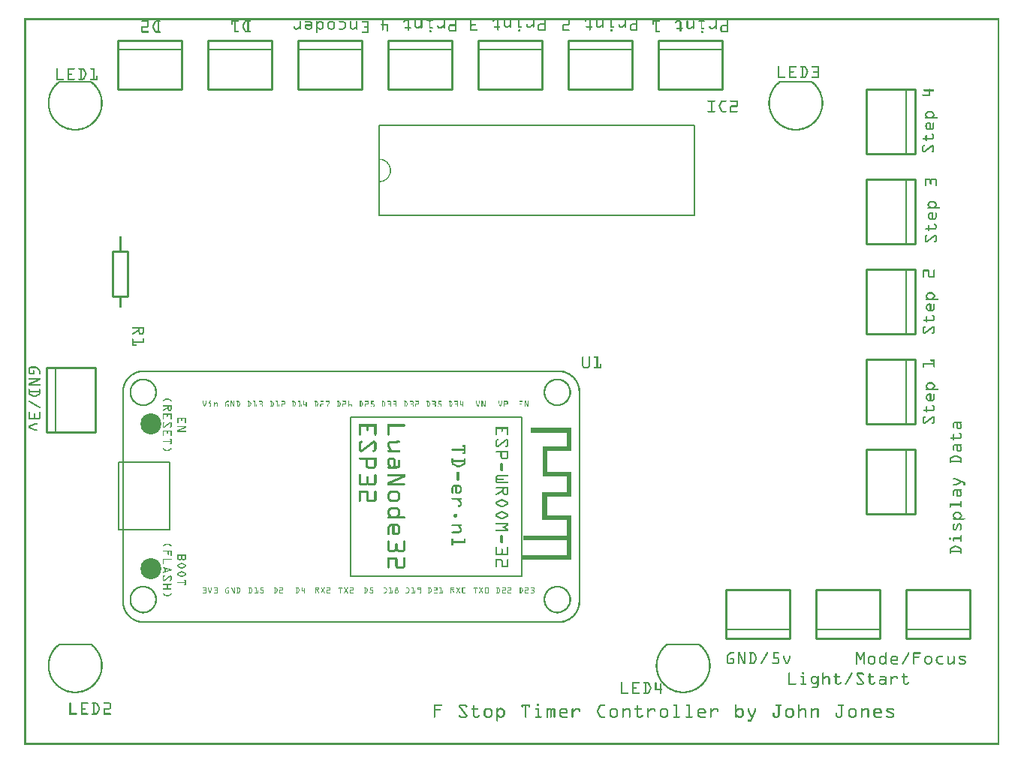
<source format=gto>
G04 MADE WITH FRITZING*
G04 WWW.FRITZING.ORG*
G04 DOUBLE SIDED*
G04 HOLES PLATED*
G04 CONTOUR ON CENTER OF CONTOUR VECTOR*
%ASAXBY*%
%FSLAX23Y23*%
%MOIN*%
%OFA0B0*%
%SFA1.0B1.0*%
%ADD10C,0.093181*%
%ADD11R,1.405916X0.405916X1.394084X0.394084*%
%ADD12C,0.005916*%
%ADD13R,0.232295X0.305790X0.216647X0.290142*%
%ADD14C,0.007824*%
%ADD15R,0.769713X0.714466X0.754065X0.698818*%
%ADD16C,0.010000*%
%ADD17C,0.005000*%
%ADD18C,0.007874*%
%ADD19R,0.001000X0.001000*%
%LNSILK1*%
G90*
G70*
G54D10*
X562Y782D03*
X562Y1427D03*
G54D12*
X1576Y2752D02*
X2976Y2752D01*
X2976Y2352D01*
X1576Y2352D01*
X1576Y2752D01*
D02*
G54D14*
X420Y1255D02*
X645Y1255D01*
X645Y957D01*
X420Y957D01*
X420Y1255D01*
D02*
X1448Y1457D02*
X2210Y1457D01*
X2210Y751D01*
X1448Y751D01*
X1448Y1457D01*
D02*
G54D16*
X314Y1390D02*
X314Y1676D01*
D02*
X314Y1676D02*
X98Y1676D01*
D02*
X98Y1676D02*
X98Y1390D01*
D02*
X98Y1390D02*
X314Y1390D01*
G54D17*
D02*
X138Y1676D02*
X138Y1390D01*
G54D16*
D02*
X3738Y2914D02*
X3738Y2628D01*
D02*
X3738Y2628D02*
X3954Y2628D01*
D02*
X3954Y2628D02*
X3954Y2914D01*
D02*
X3954Y2914D02*
X3738Y2914D01*
G54D17*
D02*
X3914Y2628D02*
X3914Y2914D01*
G54D16*
D02*
X3738Y2514D02*
X3738Y2228D01*
D02*
X3738Y2228D02*
X3954Y2228D01*
D02*
X3954Y2228D02*
X3954Y2514D01*
D02*
X3954Y2514D02*
X3738Y2514D01*
G54D17*
D02*
X3914Y2228D02*
X3914Y2514D01*
G54D16*
D02*
X3738Y2114D02*
X3738Y1828D01*
D02*
X3738Y1828D02*
X3954Y1828D01*
D02*
X3954Y1828D02*
X3954Y2114D01*
D02*
X3954Y2114D02*
X3738Y2114D01*
G54D17*
D02*
X3914Y1828D02*
X3914Y2114D01*
G54D16*
D02*
X3738Y1714D02*
X3738Y1428D01*
D02*
X3738Y1428D02*
X3954Y1428D01*
D02*
X3954Y1428D02*
X3954Y1714D01*
D02*
X3954Y1714D02*
X3738Y1714D01*
G54D17*
D02*
X3914Y1428D02*
X3914Y1714D01*
G54D16*
D02*
X1614Y2914D02*
X1900Y2914D01*
D02*
X1900Y2914D02*
X1900Y3130D01*
D02*
X1900Y3130D02*
X1614Y3130D01*
D02*
X1614Y3130D02*
X1614Y2914D01*
G54D17*
D02*
X1900Y3090D02*
X1614Y3090D01*
G54D16*
D02*
X2014Y2914D02*
X2300Y2914D01*
D02*
X2300Y2914D02*
X2300Y3130D01*
D02*
X2300Y3130D02*
X2014Y3130D01*
D02*
X2014Y3130D02*
X2014Y2914D01*
G54D17*
D02*
X2300Y3090D02*
X2014Y3090D01*
G54D16*
D02*
X3800Y690D02*
X3514Y690D01*
D02*
X3514Y690D02*
X3514Y474D01*
D02*
X3514Y474D02*
X3800Y474D01*
D02*
X3800Y474D02*
X3800Y690D01*
G54D17*
D02*
X3514Y514D02*
X3800Y514D01*
G54D16*
D02*
X3400Y690D02*
X3114Y690D01*
D02*
X3114Y690D02*
X3114Y474D01*
D02*
X3114Y474D02*
X3400Y474D01*
D02*
X3400Y474D02*
X3400Y690D01*
G54D17*
D02*
X3114Y514D02*
X3400Y514D01*
G54D16*
D02*
X3738Y1314D02*
X3738Y1028D01*
D02*
X3738Y1028D02*
X3954Y1028D01*
D02*
X3954Y1028D02*
X3954Y1314D01*
D02*
X3954Y1314D02*
X3738Y1314D01*
G54D17*
D02*
X3914Y1028D02*
X3914Y1314D01*
G54D16*
D02*
X2414Y2914D02*
X2700Y2914D01*
D02*
X2700Y2914D02*
X2700Y3130D01*
D02*
X2700Y3130D02*
X2414Y3130D01*
D02*
X2414Y3130D02*
X2414Y2914D01*
G54D17*
D02*
X2700Y3090D02*
X2414Y3090D01*
G54D16*
D02*
X2814Y2914D02*
X3100Y2914D01*
D02*
X3100Y2914D02*
X3100Y3130D01*
D02*
X3100Y3130D02*
X2814Y3130D01*
D02*
X2814Y3130D02*
X2814Y2914D01*
G54D17*
D02*
X3100Y3090D02*
X2814Y3090D01*
G54D16*
D02*
X414Y2914D02*
X700Y2914D01*
D02*
X700Y2914D02*
X700Y3130D01*
D02*
X700Y3130D02*
X414Y3130D01*
D02*
X414Y3130D02*
X414Y2914D01*
G54D17*
D02*
X700Y3090D02*
X414Y3090D01*
G54D16*
D02*
X814Y2914D02*
X1100Y2914D01*
D02*
X1100Y2914D02*
X1100Y3130D01*
D02*
X1100Y3130D02*
X814Y3130D01*
D02*
X814Y3130D02*
X814Y2914D01*
G54D17*
D02*
X1100Y3090D02*
X814Y3090D01*
G54D16*
D02*
X1214Y2914D02*
X1500Y2914D01*
D02*
X1500Y2914D02*
X1500Y3130D01*
D02*
X1500Y3130D02*
X1214Y3130D01*
D02*
X1214Y3130D02*
X1214Y2914D01*
G54D17*
D02*
X1500Y3090D02*
X1214Y3090D01*
G54D16*
D02*
X4200Y690D02*
X3914Y690D01*
D02*
X3914Y690D02*
X3914Y474D01*
D02*
X3914Y474D02*
X4200Y474D01*
D02*
X4200Y474D02*
X4200Y690D01*
G54D17*
D02*
X3914Y514D02*
X4200Y514D01*
G54D16*
D02*
X459Y2193D02*
X459Y1993D01*
D02*
X459Y1993D02*
X393Y1993D01*
D02*
X393Y1993D02*
X393Y2193D01*
D02*
X393Y2193D02*
X459Y2193D01*
G54D18*
X2996Y446D02*
X2855Y446D01*
D02*
X3496Y2946D02*
X3355Y2946D01*
D02*
X296Y446D02*
X155Y446D01*
D02*
X296Y2946D02*
X155Y2946D01*
D02*
G54D19*
X1Y3228D02*
X4330Y3228D01*
X1Y3227D02*
X4330Y3227D01*
X1Y3226D02*
X4330Y3226D01*
X1Y3225D02*
X4330Y3225D01*
X1Y3224D02*
X4330Y3224D01*
X1Y3223D02*
X4330Y3223D01*
X1Y3222D02*
X4330Y3222D01*
X1Y3221D02*
X4330Y3221D01*
X1Y3220D02*
X8Y3220D01*
X922Y3220D02*
X950Y3220D01*
X985Y3220D02*
X1002Y3220D01*
X1589Y3220D02*
X1594Y3220D01*
X1688Y3220D02*
X1706Y3220D01*
X1734Y3220D02*
X1740Y3220D01*
X1761Y3220D02*
X1766Y3220D01*
X1788Y3220D02*
X1814Y3220D01*
X1862Y3220D02*
X1867Y3220D01*
X1912Y3220D02*
X1917Y3220D01*
X1979Y3220D02*
X2012Y3220D01*
X2081Y3220D02*
X2105Y3220D01*
X2130Y3220D02*
X2136Y3220D01*
X2157Y3220D02*
X2163Y3220D01*
X2184Y3220D02*
X2209Y3220D01*
X2258Y3220D02*
X2264Y3220D01*
X2308Y3220D02*
X2314Y3220D01*
X2389Y3220D02*
X2422Y3220D01*
X2490Y3220D02*
X2514Y3220D01*
X2539Y3220D02*
X2545Y3220D01*
X2566Y3220D02*
X2572Y3220D01*
X2593Y3220D02*
X2618Y3220D01*
X2667Y3220D02*
X2673Y3220D01*
X2717Y3220D02*
X2723Y3220D01*
X4323Y3220D02*
X4330Y3220D01*
X1Y3219D02*
X8Y3219D01*
X920Y3219D02*
X952Y3219D01*
X982Y3219D02*
X1003Y3219D01*
X1589Y3219D02*
X1594Y3219D01*
X1687Y3219D02*
X1707Y3219D01*
X1734Y3219D02*
X1740Y3219D01*
X1761Y3219D02*
X1767Y3219D01*
X1787Y3219D02*
X1814Y3219D01*
X1862Y3219D02*
X1867Y3219D01*
X1912Y3219D02*
X1918Y3219D01*
X1979Y3219D02*
X2010Y3219D01*
X2080Y3219D02*
X2105Y3219D01*
X2130Y3219D02*
X2136Y3219D01*
X2157Y3219D02*
X2163Y3219D01*
X2186Y3219D02*
X2207Y3219D01*
X2258Y3219D02*
X2264Y3219D01*
X2308Y3219D02*
X2314Y3219D01*
X2391Y3219D02*
X2422Y3219D01*
X2489Y3219D02*
X2515Y3219D01*
X2539Y3219D02*
X2545Y3219D01*
X2566Y3219D02*
X2572Y3219D01*
X2595Y3219D02*
X2617Y3219D01*
X2667Y3219D02*
X2673Y3219D01*
X2717Y3219D02*
X2723Y3219D01*
X2792Y3219D02*
X2821Y3219D01*
X2899Y3219D02*
X2909Y3219D01*
X2943Y3219D02*
X2945Y3219D01*
X2970Y3219D02*
X2971Y3219D01*
X2997Y3219D02*
X3018Y3219D01*
X3071Y3219D02*
X3072Y3219D01*
X3121Y3219D02*
X3122Y3219D01*
X4323Y3219D02*
X4330Y3219D01*
X1Y3218D02*
X8Y3218D01*
X522Y3218D02*
X553Y3218D01*
X585Y3218D02*
X603Y3218D01*
X920Y3218D02*
X953Y3218D01*
X980Y3218D02*
X1004Y3218D01*
X1588Y3218D02*
X1595Y3218D01*
X1686Y3218D02*
X1708Y3218D01*
X1734Y3218D02*
X1740Y3218D01*
X1761Y3218D02*
X1767Y3218D01*
X1787Y3218D02*
X1814Y3218D01*
X1862Y3218D02*
X1868Y3218D01*
X1912Y3218D02*
X1918Y3218D01*
X1979Y3218D02*
X1985Y3218D01*
X2080Y3218D02*
X2087Y3218D01*
X2099Y3218D02*
X2106Y3218D01*
X2130Y3218D02*
X2136Y3218D01*
X2157Y3218D02*
X2163Y3218D01*
X2194Y3218D02*
X2199Y3218D01*
X2258Y3218D02*
X2264Y3218D01*
X2308Y3218D02*
X2314Y3218D01*
X2416Y3218D02*
X2422Y3218D01*
X2489Y3218D02*
X2496Y3218D01*
X2508Y3218D02*
X2515Y3218D01*
X2539Y3218D02*
X2545Y3218D01*
X2566Y3218D02*
X2572Y3218D01*
X2603Y3218D02*
X2609Y3218D01*
X2667Y3218D02*
X2673Y3218D01*
X2717Y3218D02*
X2723Y3218D01*
X2791Y3218D02*
X2823Y3218D01*
X2896Y3218D02*
X2912Y3218D01*
X2942Y3218D02*
X2946Y3218D01*
X2969Y3218D02*
X2973Y3218D01*
X2995Y3218D02*
X3020Y3218D01*
X3069Y3218D02*
X3074Y3218D01*
X3120Y3218D02*
X3124Y3218D01*
X4323Y3218D02*
X4330Y3218D01*
X1Y3217D02*
X8Y3217D01*
X521Y3217D02*
X553Y3217D01*
X582Y3217D02*
X604Y3217D01*
X919Y3217D02*
X953Y3217D01*
X979Y3217D02*
X1004Y3217D01*
X1225Y3217D02*
X1227Y3217D01*
X1248Y3217D02*
X1268Y3217D01*
X1298Y3217D02*
X1300Y3217D01*
X1310Y3217D02*
X1319Y3217D01*
X1356Y3217D02*
X1369Y3217D01*
X1398Y3217D02*
X1416Y3217D01*
X1449Y3217D02*
X1451Y3217D01*
X1476Y3217D02*
X1477Y3217D01*
X1500Y3217D02*
X1528Y3217D01*
X1588Y3217D02*
X1595Y3217D01*
X1685Y3217D02*
X1709Y3217D01*
X1734Y3217D02*
X1740Y3217D01*
X1761Y3217D02*
X1767Y3217D01*
X1788Y3217D02*
X1813Y3217D01*
X1862Y3217D02*
X1868Y3217D01*
X1912Y3217D02*
X1918Y3217D01*
X1979Y3217D02*
X1985Y3217D01*
X2079Y3217D02*
X2086Y3217D01*
X2100Y3217D02*
X2106Y3217D01*
X2130Y3217D02*
X2136Y3217D01*
X2157Y3217D02*
X2163Y3217D01*
X2194Y3217D02*
X2199Y3217D01*
X2258Y3217D02*
X2264Y3217D01*
X2308Y3217D02*
X2314Y3217D01*
X2416Y3217D02*
X2422Y3217D01*
X2489Y3217D02*
X2495Y3217D01*
X2509Y3217D02*
X2515Y3217D01*
X2539Y3217D02*
X2545Y3217D01*
X2566Y3217D02*
X2572Y3217D01*
X2603Y3217D02*
X2609Y3217D01*
X2667Y3217D02*
X2673Y3217D01*
X2717Y3217D02*
X2723Y3217D01*
X2790Y3217D02*
X2823Y3217D01*
X2895Y3217D02*
X2913Y3217D01*
X2941Y3217D02*
X2947Y3217D01*
X2968Y3217D02*
X2973Y3217D01*
X2994Y3217D02*
X3021Y3217D01*
X3069Y3217D02*
X3074Y3217D01*
X3119Y3217D02*
X3124Y3217D01*
X4323Y3217D02*
X4330Y3217D01*
X1Y3216D02*
X8Y3216D01*
X520Y3216D02*
X553Y3216D01*
X581Y3216D02*
X605Y3216D01*
X919Y3216D02*
X953Y3216D01*
X978Y3216D02*
X1004Y3216D01*
X1224Y3216D02*
X1228Y3216D01*
X1246Y3216D02*
X1271Y3216D01*
X1297Y3216D02*
X1301Y3216D01*
X1307Y3216D02*
X1321Y3216D01*
X1354Y3216D02*
X1371Y3216D01*
X1397Y3216D02*
X1418Y3216D01*
X1448Y3216D02*
X1452Y3216D01*
X1474Y3216D02*
X1479Y3216D01*
X1498Y3216D02*
X1529Y3216D01*
X1588Y3216D02*
X1595Y3216D01*
X1684Y3216D02*
X1709Y3216D01*
X1734Y3216D02*
X1740Y3216D01*
X1761Y3216D02*
X1767Y3216D01*
X1789Y3216D02*
X1812Y3216D01*
X1862Y3216D02*
X1868Y3216D01*
X1912Y3216D02*
X1918Y3216D01*
X1979Y3216D02*
X1985Y3216D01*
X2080Y3216D02*
X2085Y3216D01*
X2100Y3216D02*
X2106Y3216D01*
X2130Y3216D02*
X2136Y3216D01*
X2157Y3216D02*
X2163Y3216D01*
X2194Y3216D02*
X2199Y3216D01*
X2258Y3216D02*
X2264Y3216D01*
X2308Y3216D02*
X2314Y3216D01*
X2416Y3216D02*
X2422Y3216D01*
X2489Y3216D02*
X2495Y3216D01*
X2509Y3216D02*
X2515Y3216D01*
X2539Y3216D02*
X2545Y3216D01*
X2566Y3216D02*
X2572Y3216D01*
X2603Y3216D02*
X2609Y3216D01*
X2667Y3216D02*
X2673Y3216D01*
X2717Y3216D02*
X2723Y3216D01*
X2790Y3216D02*
X2823Y3216D01*
X2893Y3216D02*
X2914Y3216D01*
X2941Y3216D02*
X2947Y3216D01*
X2968Y3216D02*
X2974Y3216D01*
X2994Y3216D02*
X3021Y3216D01*
X3069Y3216D02*
X3074Y3216D01*
X3119Y3216D02*
X3125Y3216D01*
X4323Y3216D02*
X4330Y3216D01*
X1Y3215D02*
X8Y3215D01*
X520Y3215D02*
X553Y3215D01*
X580Y3215D02*
X605Y3215D01*
X919Y3215D02*
X952Y3215D01*
X978Y3215D02*
X1004Y3215D01*
X1223Y3215D02*
X1229Y3215D01*
X1246Y3215D02*
X1273Y3215D01*
X1296Y3215D02*
X1301Y3215D01*
X1306Y3215D02*
X1323Y3215D01*
X1352Y3215D02*
X1373Y3215D01*
X1396Y3215D02*
X1420Y3215D01*
X1447Y3215D02*
X1453Y3215D01*
X1474Y3215D02*
X1479Y3215D01*
X1498Y3215D02*
X1529Y3215D01*
X1588Y3215D02*
X1595Y3215D01*
X1684Y3215D02*
X1692Y3215D01*
X1702Y3215D02*
X1710Y3215D01*
X1734Y3215D02*
X1740Y3215D01*
X1761Y3215D02*
X1767Y3215D01*
X1797Y3215D02*
X1804Y3215D01*
X1862Y3215D02*
X1868Y3215D01*
X1912Y3215D02*
X1918Y3215D01*
X1979Y3215D02*
X1985Y3215D01*
X2080Y3215D02*
X2085Y3215D01*
X2100Y3215D02*
X2106Y3215D01*
X2130Y3215D02*
X2136Y3215D01*
X2157Y3215D02*
X2163Y3215D01*
X2194Y3215D02*
X2199Y3215D01*
X2258Y3215D02*
X2264Y3215D01*
X2308Y3215D02*
X2314Y3215D01*
X2416Y3215D02*
X2422Y3215D01*
X2489Y3215D02*
X2494Y3215D01*
X2509Y3215D02*
X2515Y3215D01*
X2539Y3215D02*
X2545Y3215D01*
X2566Y3215D02*
X2572Y3215D01*
X2603Y3215D02*
X2609Y3215D01*
X2667Y3215D02*
X2673Y3215D01*
X2717Y3215D02*
X2723Y3215D01*
X2790Y3215D02*
X2823Y3215D01*
X2893Y3215D02*
X2915Y3215D01*
X2941Y3215D02*
X2947Y3215D01*
X2968Y3215D02*
X2974Y3215D01*
X2994Y3215D02*
X3021Y3215D01*
X3069Y3215D02*
X3075Y3215D01*
X3119Y3215D02*
X3125Y3215D01*
X4323Y3215D02*
X4330Y3215D01*
X1Y3214D02*
X8Y3214D01*
X520Y3214D02*
X553Y3214D01*
X579Y3214D02*
X605Y3214D01*
X919Y3214D02*
X951Y3214D01*
X977Y3214D02*
X1003Y3214D01*
X1223Y3214D02*
X1229Y3214D01*
X1246Y3214D02*
X1274Y3214D01*
X1296Y3214D02*
X1302Y3214D01*
X1304Y3214D02*
X1324Y3214D01*
X1351Y3214D02*
X1374Y3214D01*
X1396Y3214D02*
X1421Y3214D01*
X1447Y3214D02*
X1453Y3214D01*
X1474Y3214D02*
X1479Y3214D01*
X1498Y3214D02*
X1529Y3214D01*
X1588Y3214D02*
X1595Y3214D01*
X1684Y3214D02*
X1690Y3214D01*
X1703Y3214D02*
X1710Y3214D01*
X1734Y3214D02*
X1740Y3214D01*
X1761Y3214D02*
X1767Y3214D01*
X1798Y3214D02*
X1803Y3214D01*
X1862Y3214D02*
X1868Y3214D01*
X1912Y3214D02*
X1918Y3214D01*
X1979Y3214D02*
X1985Y3214D01*
X2080Y3214D02*
X2084Y3214D01*
X2100Y3214D02*
X2106Y3214D01*
X2130Y3214D02*
X2136Y3214D01*
X2157Y3214D02*
X2163Y3214D01*
X2194Y3214D02*
X2199Y3214D01*
X2258Y3214D02*
X2264Y3214D01*
X2308Y3214D02*
X2314Y3214D01*
X2416Y3214D02*
X2422Y3214D01*
X2490Y3214D02*
X2494Y3214D01*
X2509Y3214D02*
X2515Y3214D01*
X2539Y3214D02*
X2545Y3214D01*
X2566Y3214D02*
X2572Y3214D01*
X2603Y3214D02*
X2609Y3214D01*
X2667Y3214D02*
X2673Y3214D01*
X2717Y3214D02*
X2723Y3214D01*
X2790Y3214D02*
X2823Y3214D01*
X2892Y3214D02*
X2916Y3214D01*
X2941Y3214D02*
X2947Y3214D01*
X2968Y3214D02*
X2974Y3214D01*
X2995Y3214D02*
X3020Y3214D01*
X3069Y3214D02*
X3075Y3214D01*
X3119Y3214D02*
X3125Y3214D01*
X4323Y3214D02*
X4330Y3214D01*
X1Y3213D02*
X8Y3213D01*
X520Y3213D02*
X553Y3213D01*
X578Y3213D02*
X604Y3213D01*
X919Y3213D02*
X925Y3213D01*
X933Y3213D02*
X939Y3213D01*
X976Y3213D02*
X984Y3213D01*
X991Y3213D02*
X997Y3213D01*
X1223Y3213D02*
X1229Y3213D01*
X1246Y3213D02*
X1275Y3213D01*
X1296Y3213D02*
X1320Y3213D01*
X1325Y3213D02*
X1325Y3213D01*
X1350Y3213D02*
X1375Y3213D01*
X1396Y3213D02*
X1422Y3213D01*
X1447Y3213D02*
X1453Y3213D01*
X1473Y3213D02*
X1479Y3213D01*
X1498Y3213D02*
X1529Y3213D01*
X1588Y3213D02*
X1595Y3213D01*
X1683Y3213D02*
X1690Y3213D01*
X1704Y3213D02*
X1710Y3213D01*
X1734Y3213D02*
X1740Y3213D01*
X1761Y3213D02*
X1767Y3213D01*
X1798Y3213D02*
X1803Y3213D01*
X1862Y3213D02*
X1868Y3213D01*
X1912Y3213D02*
X1918Y3213D01*
X1979Y3213D02*
X1985Y3213D01*
X2082Y3213D02*
X2083Y3213D01*
X2100Y3213D02*
X2106Y3213D01*
X2130Y3213D02*
X2136Y3213D01*
X2157Y3213D02*
X2163Y3213D01*
X2194Y3213D02*
X2199Y3213D01*
X2258Y3213D02*
X2264Y3213D01*
X2308Y3213D02*
X2314Y3213D01*
X2416Y3213D02*
X2422Y3213D01*
X2492Y3213D02*
X2492Y3213D01*
X2509Y3213D02*
X2515Y3213D01*
X2539Y3213D02*
X2545Y3213D01*
X2566Y3213D02*
X2572Y3213D01*
X2603Y3213D02*
X2609Y3213D01*
X2667Y3213D02*
X2673Y3213D01*
X2717Y3213D02*
X2723Y3213D01*
X2790Y3213D02*
X2822Y3213D01*
X2891Y3213D02*
X2916Y3213D01*
X2941Y3213D02*
X2947Y3213D01*
X2968Y3213D02*
X2974Y3213D01*
X2996Y3213D02*
X3019Y3213D01*
X3069Y3213D02*
X3075Y3213D01*
X3119Y3213D02*
X3125Y3213D01*
X4323Y3213D02*
X4330Y3213D01*
X1Y3212D02*
X8Y3212D01*
X521Y3212D02*
X553Y3212D01*
X578Y3212D02*
X603Y3212D01*
X919Y3212D02*
X925Y3212D01*
X933Y3212D02*
X939Y3212D01*
X976Y3212D02*
X983Y3212D01*
X991Y3212D02*
X997Y3212D01*
X1223Y3212D02*
X1229Y3212D01*
X1246Y3212D02*
X1276Y3212D01*
X1296Y3212D02*
X1326Y3212D01*
X1349Y3212D02*
X1377Y3212D01*
X1397Y3212D02*
X1423Y3212D01*
X1447Y3212D02*
X1453Y3212D01*
X1473Y3212D02*
X1479Y3212D01*
X1498Y3212D02*
X1529Y3212D01*
X1588Y3212D02*
X1595Y3212D01*
X1684Y3212D02*
X1689Y3212D01*
X1704Y3212D02*
X1710Y3212D01*
X1734Y3212D02*
X1740Y3212D01*
X1761Y3212D02*
X1767Y3212D01*
X1798Y3212D02*
X1803Y3212D01*
X1862Y3212D02*
X1868Y3212D01*
X1912Y3212D02*
X1918Y3212D01*
X1979Y3212D02*
X1985Y3212D01*
X2100Y3212D02*
X2106Y3212D01*
X2130Y3212D02*
X2136Y3212D01*
X2157Y3212D02*
X2163Y3212D01*
X2194Y3212D02*
X2199Y3212D01*
X2258Y3212D02*
X2264Y3212D01*
X2308Y3212D02*
X2314Y3212D01*
X2416Y3212D02*
X2422Y3212D01*
X2509Y3212D02*
X2515Y3212D01*
X2539Y3212D02*
X2545Y3212D01*
X2566Y3212D02*
X2572Y3212D01*
X2603Y3212D02*
X2609Y3212D01*
X2667Y3212D02*
X2673Y3212D01*
X2717Y3212D02*
X2723Y3212D01*
X2790Y3212D02*
X2796Y3212D01*
X2804Y3212D02*
X2810Y3212D01*
X2891Y3212D02*
X2899Y3212D01*
X2909Y3212D02*
X2917Y3212D01*
X2941Y3212D02*
X2947Y3212D01*
X2968Y3212D02*
X2974Y3212D01*
X3004Y3212D02*
X3011Y3212D01*
X3069Y3212D02*
X3075Y3212D01*
X3119Y3212D02*
X3125Y3212D01*
X4323Y3212D02*
X4330Y3212D01*
X1Y3211D02*
X8Y3211D01*
X547Y3211D02*
X553Y3211D01*
X577Y3211D02*
X585Y3211D01*
X592Y3211D02*
X598Y3211D01*
X919Y3211D02*
X925Y3211D01*
X933Y3211D02*
X939Y3211D01*
X975Y3211D02*
X982Y3211D01*
X991Y3211D02*
X997Y3211D01*
X1223Y3211D02*
X1229Y3211D01*
X1247Y3211D02*
X1277Y3211D01*
X1296Y3211D02*
X1327Y3211D01*
X1348Y3211D02*
X1377Y3211D01*
X1398Y3211D02*
X1425Y3211D01*
X1447Y3211D02*
X1453Y3211D01*
X1473Y3211D02*
X1479Y3211D01*
X1499Y3211D02*
X1529Y3211D01*
X1588Y3211D02*
X1595Y3211D01*
X1684Y3211D02*
X1689Y3211D01*
X1704Y3211D02*
X1710Y3211D01*
X1734Y3211D02*
X1740Y3211D01*
X1761Y3211D02*
X1767Y3211D01*
X1798Y3211D02*
X1803Y3211D01*
X1862Y3211D02*
X1868Y3211D01*
X1912Y3211D02*
X1918Y3211D01*
X1979Y3211D02*
X1985Y3211D01*
X2100Y3211D02*
X2106Y3211D01*
X2130Y3211D02*
X2136Y3211D01*
X2157Y3211D02*
X2163Y3211D01*
X2194Y3211D02*
X2199Y3211D01*
X2258Y3211D02*
X2264Y3211D01*
X2308Y3211D02*
X2314Y3211D01*
X2416Y3211D02*
X2422Y3211D01*
X2509Y3211D02*
X2515Y3211D01*
X2539Y3211D02*
X2545Y3211D01*
X2566Y3211D02*
X2572Y3211D01*
X2603Y3211D02*
X2609Y3211D01*
X2667Y3211D02*
X2673Y3211D01*
X2717Y3211D02*
X2723Y3211D01*
X2790Y3211D02*
X2796Y3211D01*
X2804Y3211D02*
X2810Y3211D01*
X2891Y3211D02*
X2897Y3211D01*
X2910Y3211D02*
X2917Y3211D01*
X2941Y3211D02*
X2947Y3211D01*
X2968Y3211D02*
X2974Y3211D01*
X3005Y3211D02*
X3010Y3211D01*
X3069Y3211D02*
X3075Y3211D01*
X3119Y3211D02*
X3125Y3211D01*
X4323Y3211D02*
X4330Y3211D01*
X1Y3210D02*
X8Y3210D01*
X547Y3210D02*
X553Y3210D01*
X577Y3210D02*
X584Y3210D01*
X592Y3210D02*
X598Y3210D01*
X919Y3210D02*
X925Y3210D01*
X933Y3210D02*
X939Y3210D01*
X975Y3210D02*
X982Y3210D01*
X991Y3210D02*
X997Y3210D01*
X1223Y3210D02*
X1229Y3210D01*
X1268Y3210D02*
X1278Y3210D01*
X1296Y3210D02*
X1310Y3210D01*
X1318Y3210D02*
X1328Y3210D01*
X1347Y3210D02*
X1357Y3210D01*
X1369Y3210D02*
X1378Y3210D01*
X1416Y3210D02*
X1426Y3210D01*
X1447Y3210D02*
X1453Y3210D01*
X1473Y3210D02*
X1479Y3210D01*
X1523Y3210D02*
X1529Y3210D01*
X1588Y3210D02*
X1595Y3210D01*
X1685Y3210D02*
X1688Y3210D01*
X1704Y3210D02*
X1710Y3210D01*
X1734Y3210D02*
X1740Y3210D01*
X1761Y3210D02*
X1767Y3210D01*
X1798Y3210D02*
X1803Y3210D01*
X1862Y3210D02*
X1868Y3210D01*
X1912Y3210D02*
X1918Y3210D01*
X1979Y3210D02*
X1985Y3210D01*
X2100Y3210D02*
X2106Y3210D01*
X2130Y3210D02*
X2136Y3210D01*
X2157Y3210D02*
X2163Y3210D01*
X2194Y3210D02*
X2199Y3210D01*
X2258Y3210D02*
X2264Y3210D01*
X2308Y3210D02*
X2314Y3210D01*
X2416Y3210D02*
X2422Y3210D01*
X2509Y3210D02*
X2515Y3210D01*
X2539Y3210D02*
X2545Y3210D01*
X2566Y3210D02*
X2572Y3210D01*
X2603Y3210D02*
X2609Y3210D01*
X2667Y3210D02*
X2673Y3210D01*
X2717Y3210D02*
X2723Y3210D01*
X2790Y3210D02*
X2796Y3210D01*
X2804Y3210D02*
X2810Y3210D01*
X2890Y3210D02*
X2897Y3210D01*
X2911Y3210D02*
X2917Y3210D01*
X2941Y3210D02*
X2947Y3210D01*
X2968Y3210D02*
X2974Y3210D01*
X3005Y3210D02*
X3010Y3210D01*
X3069Y3210D02*
X3075Y3210D01*
X3119Y3210D02*
X3125Y3210D01*
X4323Y3210D02*
X4330Y3210D01*
X1Y3209D02*
X8Y3209D01*
X547Y3209D02*
X553Y3209D01*
X576Y3209D02*
X583Y3209D01*
X592Y3209D02*
X598Y3209D01*
X919Y3209D02*
X925Y3209D01*
X933Y3209D02*
X939Y3209D01*
X974Y3209D02*
X981Y3209D01*
X991Y3209D02*
X997Y3209D01*
X1223Y3209D02*
X1229Y3209D01*
X1270Y3209D02*
X1278Y3209D01*
X1296Y3209D02*
X1309Y3209D01*
X1320Y3209D02*
X1329Y3209D01*
X1347Y3209D02*
X1355Y3209D01*
X1370Y3209D02*
X1379Y3209D01*
X1417Y3209D02*
X1427Y3209D01*
X1447Y3209D02*
X1453Y3209D01*
X1473Y3209D02*
X1479Y3209D01*
X1523Y3209D02*
X1529Y3209D01*
X1588Y3209D02*
X1595Y3209D01*
X1704Y3209D02*
X1710Y3209D01*
X1734Y3209D02*
X1740Y3209D01*
X1761Y3209D02*
X1767Y3209D01*
X1798Y3209D02*
X1803Y3209D01*
X1862Y3209D02*
X1868Y3209D01*
X1912Y3209D02*
X1918Y3209D01*
X1979Y3209D02*
X1985Y3209D01*
X2100Y3209D02*
X2106Y3209D01*
X2130Y3209D02*
X2136Y3209D01*
X2157Y3209D02*
X2163Y3209D01*
X2194Y3209D02*
X2199Y3209D01*
X2258Y3209D02*
X2264Y3209D01*
X2308Y3209D02*
X2314Y3209D01*
X2416Y3209D02*
X2422Y3209D01*
X2509Y3209D02*
X2515Y3209D01*
X2539Y3209D02*
X2545Y3209D01*
X2566Y3209D02*
X2572Y3209D01*
X2603Y3209D02*
X2609Y3209D01*
X2667Y3209D02*
X2673Y3209D01*
X2717Y3209D02*
X2723Y3209D01*
X2790Y3209D02*
X2796Y3209D01*
X2804Y3209D02*
X2810Y3209D01*
X2891Y3209D02*
X2896Y3209D01*
X2911Y3209D02*
X2917Y3209D01*
X2941Y3209D02*
X2947Y3209D01*
X2968Y3209D02*
X2974Y3209D01*
X3005Y3209D02*
X3010Y3209D01*
X3069Y3209D02*
X3075Y3209D01*
X3119Y3209D02*
X3125Y3209D01*
X4323Y3209D02*
X4330Y3209D01*
X1Y3208D02*
X8Y3208D01*
X547Y3208D02*
X553Y3208D01*
X576Y3208D02*
X583Y3208D01*
X592Y3208D02*
X598Y3208D01*
X919Y3208D02*
X925Y3208D01*
X933Y3208D02*
X939Y3208D01*
X974Y3208D02*
X981Y3208D01*
X991Y3208D02*
X997Y3208D01*
X1223Y3208D02*
X1229Y3208D01*
X1271Y3208D02*
X1279Y3208D01*
X1296Y3208D02*
X1307Y3208D01*
X1321Y3208D02*
X1329Y3208D01*
X1347Y3208D02*
X1354Y3208D01*
X1372Y3208D02*
X1379Y3208D01*
X1418Y3208D02*
X1428Y3208D01*
X1447Y3208D02*
X1453Y3208D01*
X1473Y3208D02*
X1479Y3208D01*
X1523Y3208D02*
X1529Y3208D01*
X1588Y3208D02*
X1595Y3208D01*
X1704Y3208D02*
X1710Y3208D01*
X1734Y3208D02*
X1740Y3208D01*
X1761Y3208D02*
X1767Y3208D01*
X1798Y3208D02*
X1803Y3208D01*
X1862Y3208D02*
X1868Y3208D01*
X1912Y3208D02*
X1918Y3208D01*
X1979Y3208D02*
X1985Y3208D01*
X2100Y3208D02*
X2106Y3208D01*
X2130Y3208D02*
X2136Y3208D01*
X2157Y3208D02*
X2163Y3208D01*
X2194Y3208D02*
X2199Y3208D01*
X2258Y3208D02*
X2264Y3208D01*
X2308Y3208D02*
X2314Y3208D01*
X2416Y3208D02*
X2422Y3208D01*
X2509Y3208D02*
X2515Y3208D01*
X2539Y3208D02*
X2545Y3208D01*
X2566Y3208D02*
X2572Y3208D01*
X2603Y3208D02*
X2609Y3208D01*
X2667Y3208D02*
X2673Y3208D01*
X2717Y3208D02*
X2723Y3208D01*
X2790Y3208D02*
X2796Y3208D01*
X2804Y3208D02*
X2810Y3208D01*
X2891Y3208D02*
X2896Y3208D01*
X2911Y3208D02*
X2917Y3208D01*
X2941Y3208D02*
X2947Y3208D01*
X2968Y3208D02*
X2974Y3208D01*
X3005Y3208D02*
X3010Y3208D01*
X3069Y3208D02*
X3075Y3208D01*
X3119Y3208D02*
X3125Y3208D01*
X4323Y3208D02*
X4330Y3208D01*
X1Y3207D02*
X8Y3207D01*
X547Y3207D02*
X553Y3207D01*
X575Y3207D02*
X582Y3207D01*
X592Y3207D02*
X598Y3207D01*
X919Y3207D02*
X925Y3207D01*
X933Y3207D02*
X939Y3207D01*
X973Y3207D02*
X980Y3207D01*
X991Y3207D02*
X997Y3207D01*
X1223Y3207D02*
X1229Y3207D01*
X1272Y3207D02*
X1279Y3207D01*
X1296Y3207D02*
X1306Y3207D01*
X1322Y3207D02*
X1329Y3207D01*
X1346Y3207D02*
X1353Y3207D01*
X1372Y3207D02*
X1379Y3207D01*
X1419Y3207D02*
X1428Y3207D01*
X1447Y3207D02*
X1453Y3207D01*
X1473Y3207D02*
X1479Y3207D01*
X1523Y3207D02*
X1529Y3207D01*
X1588Y3207D02*
X1595Y3207D01*
X1704Y3207D02*
X1710Y3207D01*
X1734Y3207D02*
X1740Y3207D01*
X1761Y3207D02*
X1767Y3207D01*
X1798Y3207D02*
X1803Y3207D01*
X1862Y3207D02*
X1868Y3207D01*
X1912Y3207D02*
X1918Y3207D01*
X1979Y3207D02*
X1985Y3207D01*
X2100Y3207D02*
X2106Y3207D01*
X2130Y3207D02*
X2136Y3207D01*
X2157Y3207D02*
X2163Y3207D01*
X2194Y3207D02*
X2199Y3207D01*
X2258Y3207D02*
X2264Y3207D01*
X2308Y3207D02*
X2314Y3207D01*
X2416Y3207D02*
X2422Y3207D01*
X2509Y3207D02*
X2515Y3207D01*
X2539Y3207D02*
X2545Y3207D01*
X2566Y3207D02*
X2572Y3207D01*
X2603Y3207D02*
X2609Y3207D01*
X2667Y3207D02*
X2673Y3207D01*
X2717Y3207D02*
X2723Y3207D01*
X2790Y3207D02*
X2796Y3207D01*
X2804Y3207D02*
X2810Y3207D01*
X2892Y3207D02*
X2895Y3207D01*
X2911Y3207D02*
X2917Y3207D01*
X2941Y3207D02*
X2947Y3207D01*
X2968Y3207D02*
X2974Y3207D01*
X3005Y3207D02*
X3010Y3207D01*
X3069Y3207D02*
X3075Y3207D01*
X3119Y3207D02*
X3125Y3207D01*
X4323Y3207D02*
X4330Y3207D01*
X1Y3206D02*
X8Y3206D01*
X547Y3206D02*
X553Y3206D01*
X575Y3206D02*
X582Y3206D01*
X592Y3206D02*
X598Y3206D01*
X919Y3206D02*
X925Y3206D01*
X933Y3206D02*
X939Y3206D01*
X973Y3206D02*
X980Y3206D01*
X991Y3206D02*
X997Y3206D01*
X1223Y3206D02*
X1229Y3206D01*
X1273Y3206D02*
X1279Y3206D01*
X1296Y3206D02*
X1305Y3206D01*
X1323Y3206D02*
X1329Y3206D01*
X1346Y3206D02*
X1352Y3206D01*
X1373Y3206D02*
X1379Y3206D01*
X1421Y3206D02*
X1429Y3206D01*
X1447Y3206D02*
X1453Y3206D01*
X1473Y3206D02*
X1479Y3206D01*
X1523Y3206D02*
X1529Y3206D01*
X1588Y3206D02*
X1595Y3206D01*
X1704Y3206D02*
X1710Y3206D01*
X1734Y3206D02*
X1740Y3206D01*
X1761Y3206D02*
X1767Y3206D01*
X1798Y3206D02*
X1803Y3206D01*
X1862Y3206D02*
X1868Y3206D01*
X1912Y3206D02*
X1918Y3206D01*
X1979Y3206D02*
X1985Y3206D01*
X2100Y3206D02*
X2106Y3206D01*
X2130Y3206D02*
X2136Y3206D01*
X2157Y3206D02*
X2163Y3206D01*
X2194Y3206D02*
X2199Y3206D01*
X2258Y3206D02*
X2264Y3206D01*
X2308Y3206D02*
X2314Y3206D01*
X2416Y3206D02*
X2422Y3206D01*
X2509Y3206D02*
X2515Y3206D01*
X2539Y3206D02*
X2545Y3206D01*
X2566Y3206D02*
X2572Y3206D01*
X2603Y3206D02*
X2609Y3206D01*
X2667Y3206D02*
X2673Y3206D01*
X2717Y3206D02*
X2723Y3206D01*
X2790Y3206D02*
X2796Y3206D01*
X2804Y3206D02*
X2810Y3206D01*
X2911Y3206D02*
X2917Y3206D01*
X2941Y3206D02*
X2947Y3206D01*
X2968Y3206D02*
X2974Y3206D01*
X3005Y3206D02*
X3010Y3206D01*
X3069Y3206D02*
X3075Y3206D01*
X3119Y3206D02*
X3125Y3206D01*
X4323Y3206D02*
X4330Y3206D01*
X1Y3205D02*
X8Y3205D01*
X547Y3205D02*
X553Y3205D01*
X574Y3205D02*
X581Y3205D01*
X592Y3205D02*
X598Y3205D01*
X919Y3205D02*
X925Y3205D01*
X933Y3205D02*
X939Y3205D01*
X972Y3205D02*
X979Y3205D01*
X991Y3205D02*
X997Y3205D01*
X1223Y3205D02*
X1229Y3205D01*
X1273Y3205D02*
X1279Y3205D01*
X1296Y3205D02*
X1304Y3205D01*
X1323Y3205D02*
X1329Y3205D01*
X1346Y3205D02*
X1352Y3205D01*
X1373Y3205D02*
X1379Y3205D01*
X1422Y3205D02*
X1429Y3205D01*
X1447Y3205D02*
X1453Y3205D01*
X1473Y3205D02*
X1479Y3205D01*
X1523Y3205D02*
X1529Y3205D01*
X1588Y3205D02*
X1595Y3205D01*
X1704Y3205D02*
X1710Y3205D01*
X1734Y3205D02*
X1740Y3205D01*
X1761Y3205D02*
X1767Y3205D01*
X1798Y3205D02*
X1803Y3205D01*
X1862Y3205D02*
X1868Y3205D01*
X1912Y3205D02*
X1918Y3205D01*
X1979Y3205D02*
X1985Y3205D01*
X2100Y3205D02*
X2106Y3205D01*
X2130Y3205D02*
X2136Y3205D01*
X2157Y3205D02*
X2163Y3205D01*
X2194Y3205D02*
X2199Y3205D01*
X2258Y3205D02*
X2264Y3205D01*
X2289Y3205D02*
X2314Y3205D01*
X2416Y3205D02*
X2422Y3205D01*
X2509Y3205D02*
X2515Y3205D01*
X2539Y3205D02*
X2545Y3205D01*
X2566Y3205D02*
X2572Y3205D01*
X2603Y3205D02*
X2609Y3205D01*
X2667Y3205D02*
X2673Y3205D01*
X2698Y3205D02*
X2723Y3205D01*
X2790Y3205D02*
X2796Y3205D01*
X2804Y3205D02*
X2810Y3205D01*
X2911Y3205D02*
X2917Y3205D01*
X2941Y3205D02*
X2947Y3205D01*
X2968Y3205D02*
X2974Y3205D01*
X3005Y3205D02*
X3010Y3205D01*
X3069Y3205D02*
X3075Y3205D01*
X3119Y3205D02*
X3125Y3205D01*
X4323Y3205D02*
X4330Y3205D01*
X1Y3204D02*
X8Y3204D01*
X547Y3204D02*
X553Y3204D01*
X574Y3204D02*
X581Y3204D01*
X592Y3204D02*
X598Y3204D01*
X919Y3204D02*
X925Y3204D01*
X933Y3204D02*
X939Y3204D01*
X972Y3204D02*
X979Y3204D01*
X991Y3204D02*
X997Y3204D01*
X1223Y3204D02*
X1229Y3204D01*
X1273Y3204D02*
X1279Y3204D01*
X1296Y3204D02*
X1303Y3204D01*
X1323Y3204D02*
X1329Y3204D01*
X1346Y3204D02*
X1352Y3204D01*
X1373Y3204D02*
X1380Y3204D01*
X1423Y3204D02*
X1429Y3204D01*
X1447Y3204D02*
X1453Y3204D01*
X1473Y3204D02*
X1479Y3204D01*
X1523Y3204D02*
X1529Y3204D01*
X1586Y3204D02*
X1615Y3204D01*
X1704Y3204D02*
X1710Y3204D01*
X1734Y3204D02*
X1740Y3204D01*
X1761Y3204D02*
X1767Y3204D01*
X1798Y3204D02*
X1803Y3204D01*
X1862Y3204D02*
X1868Y3204D01*
X1912Y3204D02*
X1918Y3204D01*
X1979Y3204D02*
X1986Y3204D01*
X2100Y3204D02*
X2106Y3204D01*
X2130Y3204D02*
X2136Y3204D01*
X2157Y3204D02*
X2163Y3204D01*
X2194Y3204D02*
X2199Y3204D01*
X2258Y3204D02*
X2264Y3204D01*
X2286Y3204D02*
X2314Y3204D01*
X2416Y3204D02*
X2422Y3204D01*
X2509Y3204D02*
X2515Y3204D01*
X2539Y3204D02*
X2545Y3204D01*
X2566Y3204D02*
X2572Y3204D01*
X2603Y3204D02*
X2609Y3204D01*
X2667Y3204D02*
X2673Y3204D01*
X2695Y3204D02*
X2723Y3204D01*
X2790Y3204D02*
X2796Y3204D01*
X2804Y3204D02*
X2810Y3204D01*
X2911Y3204D02*
X2917Y3204D01*
X2941Y3204D02*
X2947Y3204D01*
X2968Y3204D02*
X2974Y3204D01*
X3005Y3204D02*
X3010Y3204D01*
X3069Y3204D02*
X3075Y3204D01*
X3119Y3204D02*
X3125Y3204D01*
X4323Y3204D02*
X4330Y3204D01*
X1Y3203D02*
X8Y3203D01*
X547Y3203D02*
X553Y3203D01*
X573Y3203D02*
X580Y3203D01*
X592Y3203D02*
X598Y3203D01*
X919Y3203D02*
X925Y3203D01*
X933Y3203D02*
X939Y3203D01*
X971Y3203D02*
X978Y3203D01*
X991Y3203D02*
X997Y3203D01*
X1223Y3203D02*
X1229Y3203D01*
X1273Y3203D02*
X1279Y3203D01*
X1296Y3203D02*
X1302Y3203D01*
X1323Y3203D02*
X1329Y3203D01*
X1346Y3203D02*
X1352Y3203D01*
X1373Y3203D02*
X1380Y3203D01*
X1423Y3203D02*
X1430Y3203D01*
X1447Y3203D02*
X1453Y3203D01*
X1473Y3203D02*
X1479Y3203D01*
X1523Y3203D02*
X1529Y3203D01*
X1585Y3203D02*
X1615Y3203D01*
X1704Y3203D02*
X1710Y3203D01*
X1734Y3203D02*
X1740Y3203D01*
X1761Y3203D02*
X1767Y3203D01*
X1798Y3203D02*
X1803Y3203D01*
X1862Y3203D02*
X1868Y3203D01*
X1912Y3203D02*
X1918Y3203D01*
X1979Y3203D02*
X1986Y3203D01*
X2100Y3203D02*
X2106Y3203D01*
X2130Y3203D02*
X2136Y3203D01*
X2157Y3203D02*
X2163Y3203D01*
X2194Y3203D02*
X2199Y3203D01*
X2257Y3203D02*
X2264Y3203D01*
X2284Y3203D02*
X2314Y3203D01*
X2416Y3203D02*
X2422Y3203D01*
X2509Y3203D02*
X2515Y3203D01*
X2539Y3203D02*
X2545Y3203D01*
X2566Y3203D02*
X2572Y3203D01*
X2603Y3203D02*
X2609Y3203D01*
X2666Y3203D02*
X2673Y3203D01*
X2694Y3203D02*
X2723Y3203D01*
X2790Y3203D02*
X2796Y3203D01*
X2804Y3203D02*
X2810Y3203D01*
X2911Y3203D02*
X2917Y3203D01*
X2941Y3203D02*
X2947Y3203D01*
X2968Y3203D02*
X2974Y3203D01*
X3005Y3203D02*
X3010Y3203D01*
X3069Y3203D02*
X3075Y3203D01*
X3119Y3203D02*
X3125Y3203D01*
X4323Y3203D02*
X4330Y3203D01*
X1Y3202D02*
X8Y3202D01*
X547Y3202D02*
X553Y3202D01*
X573Y3202D02*
X580Y3202D01*
X592Y3202D02*
X598Y3202D01*
X919Y3202D02*
X925Y3202D01*
X933Y3202D02*
X939Y3202D01*
X971Y3202D02*
X978Y3202D01*
X991Y3202D02*
X997Y3202D01*
X1223Y3202D02*
X1229Y3202D01*
X1273Y3202D02*
X1279Y3202D01*
X1296Y3202D02*
X1302Y3202D01*
X1323Y3202D02*
X1329Y3202D01*
X1346Y3202D02*
X1352Y3202D01*
X1373Y3202D02*
X1380Y3202D01*
X1424Y3202D02*
X1430Y3202D01*
X1447Y3202D02*
X1453Y3202D01*
X1473Y3202D02*
X1479Y3202D01*
X1523Y3202D02*
X1529Y3202D01*
X1584Y3202D02*
X1615Y3202D01*
X1704Y3202D02*
X1710Y3202D01*
X1734Y3202D02*
X1740Y3202D01*
X1761Y3202D02*
X1767Y3202D01*
X1798Y3202D02*
X1803Y3202D01*
X1862Y3202D02*
X1868Y3202D01*
X1912Y3202D02*
X1918Y3202D01*
X1980Y3202D02*
X2003Y3202D01*
X2100Y3202D02*
X2106Y3202D01*
X2130Y3202D02*
X2136Y3202D01*
X2157Y3202D02*
X2163Y3202D01*
X2194Y3202D02*
X2199Y3202D01*
X2256Y3202D02*
X2264Y3202D01*
X2283Y3202D02*
X2314Y3202D01*
X2394Y3202D02*
X2422Y3202D01*
X2509Y3202D02*
X2515Y3202D01*
X2539Y3202D02*
X2545Y3202D01*
X2566Y3202D02*
X2572Y3202D01*
X2603Y3202D02*
X2609Y3202D01*
X2665Y3202D02*
X2673Y3202D01*
X2693Y3202D02*
X2723Y3202D01*
X2790Y3202D02*
X2796Y3202D01*
X2804Y3202D02*
X2810Y3202D01*
X2911Y3202D02*
X2917Y3202D01*
X2941Y3202D02*
X2947Y3202D01*
X2968Y3202D02*
X2974Y3202D01*
X3005Y3202D02*
X3010Y3202D01*
X3069Y3202D02*
X3075Y3202D01*
X3119Y3202D02*
X3125Y3202D01*
X4323Y3202D02*
X4330Y3202D01*
X1Y3201D02*
X8Y3201D01*
X547Y3201D02*
X553Y3201D01*
X572Y3201D02*
X579Y3201D01*
X592Y3201D02*
X598Y3201D01*
X920Y3201D02*
X925Y3201D01*
X933Y3201D02*
X939Y3201D01*
X971Y3201D02*
X977Y3201D01*
X991Y3201D02*
X997Y3201D01*
X1223Y3201D02*
X1229Y3201D01*
X1248Y3201D02*
X1279Y3201D01*
X1296Y3201D02*
X1302Y3201D01*
X1323Y3201D02*
X1329Y3201D01*
X1346Y3201D02*
X1352Y3201D01*
X1373Y3201D02*
X1380Y3201D01*
X1424Y3201D02*
X1430Y3201D01*
X1447Y3201D02*
X1453Y3201D01*
X1473Y3201D02*
X1479Y3201D01*
X1523Y3201D02*
X1529Y3201D01*
X1584Y3201D02*
X1615Y3201D01*
X1704Y3201D02*
X1710Y3201D01*
X1734Y3201D02*
X1740Y3201D01*
X1761Y3201D02*
X1767Y3201D01*
X1798Y3201D02*
X1803Y3201D01*
X1862Y3201D02*
X1868Y3201D01*
X1891Y3201D02*
X1918Y3201D01*
X1980Y3201D02*
X2005Y3201D01*
X2100Y3201D02*
X2106Y3201D01*
X2130Y3201D02*
X2136Y3201D01*
X2157Y3201D02*
X2163Y3201D01*
X2194Y3201D02*
X2199Y3201D01*
X2231Y3201D02*
X2234Y3201D01*
X2255Y3201D02*
X2264Y3201D01*
X2282Y3201D02*
X2314Y3201D01*
X2392Y3201D02*
X2422Y3201D01*
X2509Y3201D02*
X2515Y3201D01*
X2539Y3201D02*
X2545Y3201D01*
X2566Y3201D02*
X2572Y3201D01*
X2603Y3201D02*
X2609Y3201D01*
X2641Y3201D02*
X2643Y3201D01*
X2664Y3201D02*
X2673Y3201D01*
X2692Y3201D02*
X2723Y3201D01*
X2790Y3201D02*
X2796Y3201D01*
X2804Y3201D02*
X2810Y3201D01*
X2911Y3201D02*
X2917Y3201D01*
X2941Y3201D02*
X2947Y3201D01*
X2968Y3201D02*
X2974Y3201D01*
X3005Y3201D02*
X3010Y3201D01*
X3069Y3201D02*
X3075Y3201D01*
X3119Y3201D02*
X3125Y3201D01*
X4323Y3201D02*
X4330Y3201D01*
X1Y3200D02*
X8Y3200D01*
X547Y3200D02*
X553Y3200D01*
X572Y3200D02*
X579Y3200D01*
X592Y3200D02*
X598Y3200D01*
X921Y3200D02*
X924Y3200D01*
X933Y3200D02*
X939Y3200D01*
X970Y3200D02*
X977Y3200D01*
X991Y3200D02*
X997Y3200D01*
X1223Y3200D02*
X1229Y3200D01*
X1247Y3200D02*
X1279Y3200D01*
X1296Y3200D02*
X1302Y3200D01*
X1323Y3200D02*
X1329Y3200D01*
X1346Y3200D02*
X1352Y3200D01*
X1373Y3200D02*
X1380Y3200D01*
X1424Y3200D02*
X1430Y3200D01*
X1447Y3200D02*
X1453Y3200D01*
X1473Y3200D02*
X1479Y3200D01*
X1523Y3200D02*
X1529Y3200D01*
X1584Y3200D02*
X1615Y3200D01*
X1704Y3200D02*
X1710Y3200D01*
X1734Y3200D02*
X1740Y3200D01*
X1761Y3200D02*
X1767Y3200D01*
X1798Y3200D02*
X1803Y3200D01*
X1862Y3200D02*
X1868Y3200D01*
X1889Y3200D02*
X1918Y3200D01*
X1981Y3200D02*
X2005Y3200D01*
X2100Y3200D02*
X2106Y3200D01*
X2130Y3200D02*
X2136Y3200D01*
X2156Y3200D02*
X2163Y3200D01*
X2194Y3200D02*
X2199Y3200D01*
X2230Y3200D02*
X2235Y3200D01*
X2254Y3200D02*
X2264Y3200D01*
X2282Y3200D02*
X2314Y3200D01*
X2390Y3200D02*
X2421Y3200D01*
X2509Y3200D02*
X2515Y3200D01*
X2539Y3200D02*
X2545Y3200D01*
X2565Y3200D02*
X2572Y3200D01*
X2603Y3200D02*
X2609Y3200D01*
X2640Y3200D02*
X2645Y3200D01*
X2663Y3200D02*
X2673Y3200D01*
X2691Y3200D02*
X2723Y3200D01*
X2791Y3200D02*
X2795Y3200D01*
X2804Y3200D02*
X2810Y3200D01*
X2911Y3200D02*
X2917Y3200D01*
X2941Y3200D02*
X2947Y3200D01*
X2968Y3200D02*
X2974Y3200D01*
X3005Y3200D02*
X3010Y3200D01*
X3069Y3200D02*
X3075Y3200D01*
X3119Y3200D02*
X3125Y3200D01*
X4323Y3200D02*
X4330Y3200D01*
X1Y3199D02*
X8Y3199D01*
X547Y3199D02*
X553Y3199D01*
X571Y3199D02*
X578Y3199D01*
X592Y3199D02*
X598Y3199D01*
X933Y3199D02*
X939Y3199D01*
X970Y3199D02*
X976Y3199D01*
X991Y3199D02*
X997Y3199D01*
X1223Y3199D02*
X1229Y3199D01*
X1246Y3199D02*
X1279Y3199D01*
X1296Y3199D02*
X1302Y3199D01*
X1323Y3199D02*
X1329Y3199D01*
X1346Y3199D02*
X1352Y3199D01*
X1373Y3199D02*
X1380Y3199D01*
X1424Y3199D02*
X1430Y3199D01*
X1447Y3199D02*
X1453Y3199D01*
X1473Y3199D02*
X1479Y3199D01*
X1523Y3199D02*
X1529Y3199D01*
X1585Y3199D02*
X1615Y3199D01*
X1704Y3199D02*
X1710Y3199D01*
X1734Y3199D02*
X1740Y3199D01*
X1761Y3199D02*
X1767Y3199D01*
X1798Y3199D02*
X1803Y3199D01*
X1861Y3199D02*
X1868Y3199D01*
X1888Y3199D02*
X1918Y3199D01*
X1981Y3199D02*
X2006Y3199D01*
X2100Y3199D02*
X2106Y3199D01*
X2130Y3199D02*
X2136Y3199D01*
X2154Y3199D02*
X2163Y3199D01*
X2194Y3199D02*
X2199Y3199D01*
X2230Y3199D02*
X2236Y3199D01*
X2253Y3199D02*
X2264Y3199D01*
X2281Y3199D02*
X2314Y3199D01*
X2390Y3199D02*
X2421Y3199D01*
X2509Y3199D02*
X2515Y3199D01*
X2539Y3199D02*
X2545Y3199D01*
X2563Y3199D02*
X2572Y3199D01*
X2603Y3199D02*
X2609Y3199D01*
X2640Y3199D02*
X2645Y3199D01*
X2662Y3199D02*
X2673Y3199D01*
X2690Y3199D02*
X2723Y3199D01*
X2791Y3199D02*
X2795Y3199D01*
X2804Y3199D02*
X2810Y3199D01*
X2911Y3199D02*
X2917Y3199D01*
X2941Y3199D02*
X2947Y3199D01*
X2968Y3199D02*
X2974Y3199D01*
X3005Y3199D02*
X3010Y3199D01*
X3069Y3199D02*
X3075Y3199D01*
X3119Y3199D02*
X3125Y3199D01*
X4323Y3199D02*
X4330Y3199D01*
X1Y3198D02*
X8Y3198D01*
X547Y3198D02*
X553Y3198D01*
X571Y3198D02*
X578Y3198D01*
X592Y3198D02*
X598Y3198D01*
X933Y3198D02*
X939Y3198D01*
X969Y3198D02*
X976Y3198D01*
X991Y3198D02*
X997Y3198D01*
X1223Y3198D02*
X1229Y3198D01*
X1246Y3198D02*
X1279Y3198D01*
X1296Y3198D02*
X1302Y3198D01*
X1323Y3198D02*
X1329Y3198D01*
X1346Y3198D02*
X1352Y3198D01*
X1373Y3198D02*
X1380Y3198D01*
X1424Y3198D02*
X1430Y3198D01*
X1447Y3198D02*
X1453Y3198D01*
X1473Y3198D02*
X1479Y3198D01*
X1523Y3198D02*
X1529Y3198D01*
X1586Y3198D02*
X1615Y3198D01*
X1704Y3198D02*
X1710Y3198D01*
X1734Y3198D02*
X1740Y3198D01*
X1761Y3198D02*
X1767Y3198D01*
X1798Y3198D02*
X1803Y3198D01*
X1860Y3198D02*
X1868Y3198D01*
X1887Y3198D02*
X1918Y3198D01*
X1981Y3198D02*
X2006Y3198D01*
X2100Y3198D02*
X2106Y3198D01*
X2130Y3198D02*
X2136Y3198D01*
X2153Y3198D02*
X2163Y3198D01*
X2194Y3198D02*
X2199Y3198D01*
X2230Y3198D02*
X2236Y3198D01*
X2251Y3198D02*
X2264Y3198D01*
X2281Y3198D02*
X2289Y3198D01*
X2308Y3198D02*
X2314Y3198D01*
X2389Y3198D02*
X2420Y3198D01*
X2509Y3198D02*
X2515Y3198D01*
X2539Y3198D02*
X2545Y3198D01*
X2562Y3198D02*
X2572Y3198D01*
X2603Y3198D02*
X2609Y3198D01*
X2639Y3198D02*
X2645Y3198D01*
X2661Y3198D02*
X2673Y3198D01*
X2690Y3198D02*
X2698Y3198D01*
X2717Y3198D02*
X2723Y3198D01*
X2804Y3198D02*
X2810Y3198D01*
X2911Y3198D02*
X2917Y3198D01*
X2941Y3198D02*
X2947Y3198D01*
X2968Y3198D02*
X2974Y3198D01*
X3005Y3198D02*
X3010Y3198D01*
X3069Y3198D02*
X3075Y3198D01*
X3098Y3198D02*
X3125Y3198D01*
X4323Y3198D02*
X4330Y3198D01*
X1Y3197D02*
X8Y3197D01*
X547Y3197D02*
X553Y3197D01*
X570Y3197D02*
X577Y3197D01*
X592Y3197D02*
X598Y3197D01*
X933Y3197D02*
X939Y3197D01*
X969Y3197D02*
X975Y3197D01*
X991Y3197D02*
X997Y3197D01*
X1223Y3197D02*
X1229Y3197D01*
X1246Y3197D02*
X1279Y3197D01*
X1296Y3197D02*
X1302Y3197D01*
X1323Y3197D02*
X1329Y3197D01*
X1346Y3197D02*
X1352Y3197D01*
X1373Y3197D02*
X1380Y3197D01*
X1424Y3197D02*
X1430Y3197D01*
X1447Y3197D02*
X1453Y3197D01*
X1473Y3197D02*
X1479Y3197D01*
X1523Y3197D02*
X1529Y3197D01*
X1588Y3197D02*
X1595Y3197D01*
X1609Y3197D02*
X1615Y3197D01*
X1704Y3197D02*
X1710Y3197D01*
X1734Y3197D02*
X1740Y3197D01*
X1760Y3197D02*
X1767Y3197D01*
X1798Y3197D02*
X1803Y3197D01*
X1835Y3197D02*
X1839Y3197D01*
X1858Y3197D02*
X1868Y3197D01*
X1886Y3197D02*
X1918Y3197D01*
X1980Y3197D02*
X2005Y3197D01*
X2100Y3197D02*
X2106Y3197D01*
X2130Y3197D02*
X2136Y3197D01*
X2151Y3197D02*
X2163Y3197D01*
X2194Y3197D02*
X2199Y3197D01*
X2230Y3197D02*
X2236Y3197D01*
X2250Y3197D02*
X2264Y3197D01*
X2280Y3197D02*
X2287Y3197D01*
X2308Y3197D02*
X2314Y3197D01*
X2388Y3197D02*
X2419Y3197D01*
X2509Y3197D02*
X2515Y3197D01*
X2539Y3197D02*
X2545Y3197D01*
X2560Y3197D02*
X2572Y3197D01*
X2603Y3197D02*
X2609Y3197D01*
X2639Y3197D02*
X2645Y3197D01*
X2660Y3197D02*
X2673Y3197D01*
X2690Y3197D02*
X2697Y3197D01*
X2717Y3197D02*
X2723Y3197D01*
X2804Y3197D02*
X2810Y3197D01*
X2911Y3197D02*
X2917Y3197D01*
X2941Y3197D02*
X2947Y3197D01*
X2968Y3197D02*
X2974Y3197D01*
X3005Y3197D02*
X3010Y3197D01*
X3069Y3197D02*
X3075Y3197D01*
X3096Y3197D02*
X3125Y3197D01*
X4323Y3197D02*
X4330Y3197D01*
X1Y3196D02*
X8Y3196D01*
X547Y3196D02*
X553Y3196D01*
X570Y3196D02*
X577Y3196D01*
X592Y3196D02*
X598Y3196D01*
X933Y3196D02*
X939Y3196D01*
X969Y3196D02*
X975Y3196D01*
X991Y3196D02*
X997Y3196D01*
X1223Y3196D02*
X1229Y3196D01*
X1246Y3196D02*
X1279Y3196D01*
X1296Y3196D02*
X1302Y3196D01*
X1323Y3196D02*
X1329Y3196D01*
X1346Y3196D02*
X1352Y3196D01*
X1373Y3196D02*
X1380Y3196D01*
X1424Y3196D02*
X1430Y3196D01*
X1447Y3196D02*
X1453Y3196D01*
X1473Y3196D02*
X1479Y3196D01*
X1523Y3196D02*
X1529Y3196D01*
X1588Y3196D02*
X1595Y3196D01*
X1609Y3196D02*
X1615Y3196D01*
X1704Y3196D02*
X1710Y3196D01*
X1734Y3196D02*
X1740Y3196D01*
X1759Y3196D02*
X1767Y3196D01*
X1798Y3196D02*
X1803Y3196D01*
X1834Y3196D02*
X1840Y3196D01*
X1857Y3196D02*
X1868Y3196D01*
X1886Y3196D02*
X1918Y3196D01*
X1980Y3196D02*
X2004Y3196D01*
X2100Y3196D02*
X2106Y3196D01*
X2130Y3196D02*
X2136Y3196D01*
X2149Y3196D02*
X2163Y3196D01*
X2194Y3196D02*
X2199Y3196D01*
X2230Y3196D02*
X2236Y3196D01*
X2249Y3196D02*
X2264Y3196D01*
X2280Y3196D02*
X2287Y3196D01*
X2308Y3196D02*
X2314Y3196D01*
X2388Y3196D02*
X2418Y3196D01*
X2509Y3196D02*
X2515Y3196D01*
X2539Y3196D02*
X2545Y3196D01*
X2559Y3196D02*
X2572Y3196D01*
X2603Y3196D02*
X2609Y3196D01*
X2639Y3196D02*
X2645Y3196D01*
X2658Y3196D02*
X2673Y3196D01*
X2690Y3196D02*
X2696Y3196D01*
X2717Y3196D02*
X2723Y3196D01*
X2804Y3196D02*
X2810Y3196D01*
X2911Y3196D02*
X2917Y3196D01*
X2941Y3196D02*
X2947Y3196D01*
X2968Y3196D02*
X2974Y3196D01*
X3005Y3196D02*
X3010Y3196D01*
X3068Y3196D02*
X3075Y3196D01*
X3095Y3196D02*
X3125Y3196D01*
X4323Y3196D02*
X4330Y3196D01*
X1Y3195D02*
X8Y3195D01*
X547Y3195D02*
X553Y3195D01*
X570Y3195D02*
X576Y3195D01*
X592Y3195D02*
X598Y3195D01*
X933Y3195D02*
X939Y3195D01*
X969Y3195D02*
X975Y3195D01*
X991Y3195D02*
X997Y3195D01*
X1223Y3195D02*
X1229Y3195D01*
X1246Y3195D02*
X1279Y3195D01*
X1296Y3195D02*
X1302Y3195D01*
X1323Y3195D02*
X1329Y3195D01*
X1346Y3195D02*
X1352Y3195D01*
X1373Y3195D02*
X1380Y3195D01*
X1424Y3195D02*
X1430Y3195D01*
X1447Y3195D02*
X1453Y3195D01*
X1473Y3195D02*
X1479Y3195D01*
X1523Y3195D02*
X1529Y3195D01*
X1588Y3195D02*
X1595Y3195D01*
X1609Y3195D02*
X1615Y3195D01*
X1704Y3195D02*
X1710Y3195D01*
X1734Y3195D02*
X1740Y3195D01*
X1757Y3195D02*
X1767Y3195D01*
X1798Y3195D02*
X1803Y3195D01*
X1834Y3195D02*
X1840Y3195D01*
X1856Y3195D02*
X1868Y3195D01*
X1885Y3195D02*
X1918Y3195D01*
X1979Y3195D02*
X1988Y3195D01*
X2100Y3195D02*
X2106Y3195D01*
X2130Y3195D02*
X2137Y3195D01*
X2148Y3195D02*
X2163Y3195D01*
X2194Y3195D02*
X2199Y3195D01*
X2230Y3195D02*
X2236Y3195D01*
X2248Y3195D02*
X2264Y3195D01*
X2280Y3195D02*
X2286Y3195D01*
X2308Y3195D02*
X2314Y3195D01*
X2388Y3195D02*
X2394Y3195D01*
X2509Y3195D02*
X2515Y3195D01*
X2539Y3195D02*
X2546Y3195D01*
X2557Y3195D02*
X2572Y3195D01*
X2603Y3195D02*
X2609Y3195D01*
X2639Y3195D02*
X2646Y3195D01*
X2657Y3195D02*
X2673Y3195D01*
X2689Y3195D02*
X2696Y3195D01*
X2717Y3195D02*
X2723Y3195D01*
X2804Y3195D02*
X2810Y3195D01*
X2911Y3195D02*
X2917Y3195D01*
X2941Y3195D02*
X2947Y3195D01*
X2968Y3195D02*
X2974Y3195D01*
X3005Y3195D02*
X3010Y3195D01*
X3067Y3195D02*
X3075Y3195D01*
X3094Y3195D02*
X3125Y3195D01*
X4323Y3195D02*
X4330Y3195D01*
X1Y3194D02*
X8Y3194D01*
X524Y3194D02*
X553Y3194D01*
X569Y3194D02*
X576Y3194D01*
X592Y3194D02*
X598Y3194D01*
X933Y3194D02*
X939Y3194D01*
X968Y3194D02*
X975Y3194D01*
X991Y3194D02*
X997Y3194D01*
X1222Y3194D02*
X1229Y3194D01*
X1246Y3194D02*
X1252Y3194D01*
X1273Y3194D02*
X1279Y3194D01*
X1296Y3194D02*
X1302Y3194D01*
X1323Y3194D02*
X1329Y3194D01*
X1346Y3194D02*
X1352Y3194D01*
X1373Y3194D02*
X1380Y3194D01*
X1424Y3194D02*
X1430Y3194D01*
X1447Y3194D02*
X1453Y3194D01*
X1473Y3194D02*
X1479Y3194D01*
X1523Y3194D02*
X1529Y3194D01*
X1588Y3194D02*
X1595Y3194D01*
X1609Y3194D02*
X1615Y3194D01*
X1704Y3194D02*
X1710Y3194D01*
X1734Y3194D02*
X1740Y3194D01*
X1756Y3194D02*
X1767Y3194D01*
X1798Y3194D02*
X1803Y3194D01*
X1834Y3194D02*
X1840Y3194D01*
X1855Y3194D02*
X1868Y3194D01*
X1885Y3194D02*
X1892Y3194D01*
X1912Y3194D02*
X1918Y3194D01*
X1979Y3194D02*
X1986Y3194D01*
X2100Y3194D02*
X2106Y3194D01*
X2130Y3194D02*
X2138Y3194D01*
X2146Y3194D02*
X2163Y3194D01*
X2194Y3194D02*
X2199Y3194D01*
X2230Y3194D02*
X2237Y3194D01*
X2247Y3194D02*
X2264Y3194D01*
X2280Y3194D02*
X2286Y3194D01*
X2308Y3194D02*
X2314Y3194D01*
X2388Y3194D02*
X2394Y3194D01*
X2509Y3194D02*
X2515Y3194D01*
X2540Y3194D02*
X2547Y3194D01*
X2556Y3194D02*
X2572Y3194D01*
X2603Y3194D02*
X2609Y3194D01*
X2639Y3194D02*
X2646Y3194D01*
X2656Y3194D02*
X2673Y3194D01*
X2689Y3194D02*
X2695Y3194D01*
X2717Y3194D02*
X2723Y3194D01*
X2804Y3194D02*
X2810Y3194D01*
X2911Y3194D02*
X2917Y3194D01*
X2941Y3194D02*
X2947Y3194D01*
X2967Y3194D02*
X2974Y3194D01*
X3005Y3194D02*
X3010Y3194D01*
X3042Y3194D02*
X3046Y3194D01*
X3065Y3194D02*
X3075Y3194D01*
X3093Y3194D02*
X3125Y3194D01*
X4323Y3194D02*
X4330Y3194D01*
X1Y3193D02*
X8Y3193D01*
X523Y3193D02*
X553Y3193D01*
X569Y3193D02*
X575Y3193D01*
X592Y3193D02*
X598Y3193D01*
X933Y3193D02*
X939Y3193D01*
X968Y3193D02*
X974Y3193D01*
X991Y3193D02*
X997Y3193D01*
X1221Y3193D02*
X1229Y3193D01*
X1246Y3193D02*
X1252Y3193D01*
X1273Y3193D02*
X1279Y3193D01*
X1296Y3193D02*
X1302Y3193D01*
X1323Y3193D02*
X1329Y3193D01*
X1346Y3193D02*
X1352Y3193D01*
X1373Y3193D02*
X1380Y3193D01*
X1424Y3193D02*
X1430Y3193D01*
X1447Y3193D02*
X1453Y3193D01*
X1473Y3193D02*
X1479Y3193D01*
X1510Y3193D02*
X1529Y3193D01*
X1588Y3193D02*
X1595Y3193D01*
X1609Y3193D02*
X1615Y3193D01*
X1704Y3193D02*
X1710Y3193D01*
X1734Y3193D02*
X1740Y3193D01*
X1754Y3193D02*
X1767Y3193D01*
X1798Y3193D02*
X1803Y3193D01*
X1834Y3193D02*
X1840Y3193D01*
X1854Y3193D02*
X1868Y3193D01*
X1884Y3193D02*
X1891Y3193D01*
X1912Y3193D02*
X1918Y3193D01*
X1979Y3193D02*
X1985Y3193D01*
X2087Y3193D02*
X2111Y3193D01*
X2131Y3193D02*
X2163Y3193D01*
X2194Y3193D02*
X2208Y3193D01*
X2230Y3193D02*
X2255Y3193D01*
X2258Y3193D02*
X2264Y3193D01*
X2280Y3193D02*
X2286Y3193D01*
X2308Y3193D02*
X2314Y3193D01*
X2388Y3193D02*
X2394Y3193D01*
X2496Y3193D02*
X2520Y3193D01*
X2540Y3193D02*
X2572Y3193D01*
X2603Y3193D02*
X2617Y3193D01*
X2640Y3193D02*
X2665Y3193D01*
X2667Y3193D02*
X2673Y3193D01*
X2689Y3193D02*
X2695Y3193D01*
X2717Y3193D02*
X2723Y3193D01*
X2804Y3193D02*
X2810Y3193D01*
X2911Y3193D02*
X2917Y3193D01*
X2941Y3193D02*
X2947Y3193D01*
X2966Y3193D02*
X2974Y3193D01*
X3005Y3193D02*
X3010Y3193D01*
X3041Y3193D02*
X3047Y3193D01*
X3064Y3193D02*
X3075Y3193D01*
X3092Y3193D02*
X3125Y3193D01*
X4323Y3193D02*
X4330Y3193D01*
X1Y3192D02*
X8Y3192D01*
X522Y3192D02*
X553Y3192D01*
X569Y3192D02*
X575Y3192D01*
X592Y3192D02*
X598Y3192D01*
X933Y3192D02*
X939Y3192D01*
X968Y3192D02*
X975Y3192D01*
X991Y3192D02*
X997Y3192D01*
X1196Y3192D02*
X1196Y3192D01*
X1220Y3192D02*
X1229Y3192D01*
X1246Y3192D02*
X1252Y3192D01*
X1273Y3192D02*
X1279Y3192D01*
X1296Y3192D02*
X1302Y3192D01*
X1323Y3192D02*
X1329Y3192D01*
X1346Y3192D02*
X1352Y3192D01*
X1373Y3192D02*
X1380Y3192D01*
X1423Y3192D02*
X1430Y3192D01*
X1447Y3192D02*
X1453Y3192D01*
X1473Y3192D02*
X1479Y3192D01*
X1509Y3192D02*
X1529Y3192D01*
X1588Y3192D02*
X1595Y3192D01*
X1609Y3192D02*
X1615Y3192D01*
X1704Y3192D02*
X1710Y3192D01*
X1734Y3192D02*
X1740Y3192D01*
X1753Y3192D02*
X1767Y3192D01*
X1798Y3192D02*
X1803Y3192D01*
X1834Y3192D02*
X1840Y3192D01*
X1853Y3192D02*
X1868Y3192D01*
X1884Y3192D02*
X1890Y3192D01*
X1912Y3192D02*
X1918Y3192D01*
X1979Y3192D02*
X1985Y3192D01*
X2086Y3192D02*
X2112Y3192D01*
X2131Y3192D02*
X2163Y3192D01*
X2194Y3192D02*
X2209Y3192D01*
X2231Y3192D02*
X2254Y3192D01*
X2258Y3192D02*
X2264Y3192D01*
X2280Y3192D02*
X2286Y3192D01*
X2308Y3192D02*
X2314Y3192D01*
X2388Y3192D02*
X2394Y3192D01*
X2495Y3192D02*
X2521Y3192D01*
X2540Y3192D02*
X2572Y3192D01*
X2603Y3192D02*
X2618Y3192D01*
X2640Y3192D02*
X2663Y3192D01*
X2667Y3192D02*
X2673Y3192D01*
X2689Y3192D02*
X2695Y3192D01*
X2717Y3192D02*
X2723Y3192D01*
X2804Y3192D02*
X2810Y3192D01*
X2911Y3192D02*
X2917Y3192D01*
X2941Y3192D02*
X2947Y3192D01*
X2964Y3192D02*
X2974Y3192D01*
X3005Y3192D02*
X3010Y3192D01*
X3041Y3192D02*
X3047Y3192D01*
X3063Y3192D02*
X3075Y3192D01*
X3092Y3192D02*
X3125Y3192D01*
X4323Y3192D02*
X4330Y3192D01*
X1Y3191D02*
X8Y3191D01*
X521Y3191D02*
X552Y3191D01*
X569Y3191D02*
X575Y3191D01*
X592Y3191D02*
X598Y3191D01*
X933Y3191D02*
X939Y3191D01*
X969Y3191D02*
X975Y3191D01*
X991Y3191D02*
X997Y3191D01*
X1196Y3191D02*
X1201Y3191D01*
X1219Y3191D02*
X1229Y3191D01*
X1246Y3191D02*
X1252Y3191D01*
X1273Y3191D02*
X1279Y3191D01*
X1296Y3191D02*
X1303Y3191D01*
X1323Y3191D02*
X1329Y3191D01*
X1346Y3191D02*
X1352Y3191D01*
X1373Y3191D02*
X1380Y3191D01*
X1423Y3191D02*
X1429Y3191D01*
X1447Y3191D02*
X1453Y3191D01*
X1472Y3191D02*
X1479Y3191D01*
X1509Y3191D02*
X1529Y3191D01*
X1588Y3191D02*
X1595Y3191D01*
X1609Y3191D02*
X1615Y3191D01*
X1704Y3191D02*
X1710Y3191D01*
X1734Y3191D02*
X1741Y3191D01*
X1751Y3191D02*
X1767Y3191D01*
X1798Y3191D02*
X1803Y3191D01*
X1834Y3191D02*
X1841Y3191D01*
X1851Y3191D02*
X1868Y3191D01*
X1884Y3191D02*
X1890Y3191D01*
X1912Y3191D02*
X1918Y3191D01*
X1979Y3191D02*
X1985Y3191D01*
X2085Y3191D02*
X2113Y3191D01*
X2132Y3191D02*
X2154Y3191D01*
X2157Y3191D02*
X2163Y3191D01*
X2194Y3191D02*
X2210Y3191D01*
X2231Y3191D02*
X2253Y3191D01*
X2258Y3191D02*
X2264Y3191D01*
X2280Y3191D02*
X2286Y3191D01*
X2308Y3191D02*
X2314Y3191D01*
X2388Y3191D02*
X2394Y3191D01*
X2494Y3191D02*
X2522Y3191D01*
X2541Y3191D02*
X2563Y3191D01*
X2566Y3191D02*
X2572Y3191D01*
X2603Y3191D02*
X2619Y3191D01*
X2640Y3191D02*
X2662Y3191D01*
X2667Y3191D02*
X2673Y3191D01*
X2689Y3191D02*
X2695Y3191D01*
X2717Y3191D02*
X2723Y3191D01*
X2804Y3191D02*
X2810Y3191D01*
X2911Y3191D02*
X2917Y3191D01*
X2941Y3191D02*
X2947Y3191D01*
X2963Y3191D02*
X2974Y3191D01*
X3005Y3191D02*
X3010Y3191D01*
X3041Y3191D02*
X3047Y3191D01*
X3062Y3191D02*
X3075Y3191D01*
X3092Y3191D02*
X3099Y3191D01*
X3119Y3191D02*
X3125Y3191D01*
X4323Y3191D02*
X4330Y3191D01*
X1Y3190D02*
X8Y3190D01*
X520Y3190D02*
X552Y3190D01*
X569Y3190D02*
X575Y3190D01*
X592Y3190D02*
X598Y3190D01*
X933Y3190D02*
X939Y3190D01*
X969Y3190D02*
X975Y3190D01*
X991Y3190D02*
X997Y3190D01*
X1195Y3190D02*
X1201Y3190D01*
X1217Y3190D02*
X1229Y3190D01*
X1246Y3190D02*
X1252Y3190D01*
X1273Y3190D02*
X1279Y3190D01*
X1296Y3190D02*
X1304Y3190D01*
X1323Y3190D02*
X1329Y3190D01*
X1346Y3190D02*
X1352Y3190D01*
X1373Y3190D02*
X1379Y3190D01*
X1422Y3190D02*
X1429Y3190D01*
X1447Y3190D02*
X1453Y3190D01*
X1470Y3190D02*
X1479Y3190D01*
X1509Y3190D02*
X1529Y3190D01*
X1588Y3190D02*
X1595Y3190D01*
X1609Y3190D02*
X1615Y3190D01*
X1704Y3190D02*
X1710Y3190D01*
X1734Y3190D02*
X1742Y3190D01*
X1750Y3190D02*
X1767Y3190D01*
X1798Y3190D02*
X1804Y3190D01*
X1834Y3190D02*
X1842Y3190D01*
X1850Y3190D02*
X1868Y3190D01*
X1884Y3190D02*
X1890Y3190D01*
X1912Y3190D02*
X1918Y3190D01*
X1979Y3190D02*
X1985Y3190D01*
X2085Y3190D02*
X2113Y3190D01*
X2132Y3190D02*
X2152Y3190D01*
X2157Y3190D02*
X2163Y3190D01*
X2194Y3190D02*
X2210Y3190D01*
X2232Y3190D02*
X2252Y3190D01*
X2258Y3190D02*
X2264Y3190D01*
X2280Y3190D02*
X2286Y3190D01*
X2308Y3190D02*
X2314Y3190D01*
X2388Y3190D02*
X2394Y3190D01*
X2494Y3190D02*
X2522Y3190D01*
X2542Y3190D02*
X2561Y3190D01*
X2566Y3190D02*
X2572Y3190D01*
X2603Y3190D02*
X2619Y3190D01*
X2641Y3190D02*
X2661Y3190D01*
X2667Y3190D02*
X2673Y3190D01*
X2689Y3190D02*
X2695Y3190D01*
X2717Y3190D02*
X2723Y3190D01*
X2804Y3190D02*
X2810Y3190D01*
X2911Y3190D02*
X2917Y3190D01*
X2941Y3190D02*
X2947Y3190D01*
X2961Y3190D02*
X2974Y3190D01*
X3005Y3190D02*
X3010Y3190D01*
X3041Y3190D02*
X3047Y3190D01*
X3061Y3190D02*
X3075Y3190D01*
X3091Y3190D02*
X3098Y3190D01*
X3119Y3190D02*
X3125Y3190D01*
X4323Y3190D02*
X4330Y3190D01*
X1Y3189D02*
X8Y3189D01*
X520Y3189D02*
X550Y3189D01*
X569Y3189D02*
X575Y3189D01*
X592Y3189D02*
X598Y3189D01*
X933Y3189D02*
X939Y3189D01*
X969Y3189D02*
X975Y3189D01*
X991Y3189D02*
X997Y3189D01*
X1195Y3189D02*
X1201Y3189D01*
X1216Y3189D02*
X1229Y3189D01*
X1246Y3189D02*
X1252Y3189D01*
X1273Y3189D02*
X1279Y3189D01*
X1296Y3189D02*
X1305Y3189D01*
X1323Y3189D02*
X1329Y3189D01*
X1346Y3189D02*
X1352Y3189D01*
X1373Y3189D02*
X1379Y3189D01*
X1420Y3189D02*
X1429Y3189D01*
X1447Y3189D02*
X1453Y3189D01*
X1469Y3189D02*
X1479Y3189D01*
X1509Y3189D02*
X1529Y3189D01*
X1588Y3189D02*
X1595Y3189D01*
X1609Y3189D02*
X1615Y3189D01*
X1690Y3189D02*
X1716Y3189D01*
X1735Y3189D02*
X1767Y3189D01*
X1798Y3189D02*
X1812Y3189D01*
X1834Y3189D02*
X1859Y3189D01*
X1862Y3189D02*
X1868Y3189D01*
X1884Y3189D02*
X1890Y3189D01*
X1912Y3189D02*
X1918Y3189D01*
X1979Y3189D02*
X1985Y3189D01*
X2085Y3189D02*
X2113Y3189D01*
X2133Y3189D02*
X2151Y3189D01*
X2157Y3189D02*
X2163Y3189D01*
X2194Y3189D02*
X2210Y3189D01*
X2233Y3189D02*
X2251Y3189D01*
X2258Y3189D02*
X2263Y3189D01*
X2280Y3189D02*
X2286Y3189D01*
X2308Y3189D02*
X2314Y3189D01*
X2388Y3189D02*
X2394Y3189D01*
X2494Y3189D02*
X2522Y3189D01*
X2543Y3189D02*
X2560Y3189D01*
X2566Y3189D02*
X2572Y3189D01*
X2603Y3189D02*
X2619Y3189D01*
X2642Y3189D02*
X2660Y3189D01*
X2667Y3189D02*
X2673Y3189D01*
X2689Y3189D02*
X2695Y3189D01*
X2717Y3189D02*
X2723Y3189D01*
X2804Y3189D02*
X2810Y3189D01*
X2911Y3189D02*
X2917Y3189D01*
X2941Y3189D02*
X2947Y3189D01*
X2960Y3189D02*
X2974Y3189D01*
X3005Y3189D02*
X3010Y3189D01*
X3041Y3189D02*
X3047Y3189D01*
X3060Y3189D02*
X3075Y3189D01*
X3091Y3189D02*
X3097Y3189D01*
X3119Y3189D02*
X3125Y3189D01*
X4323Y3189D02*
X4330Y3189D01*
X1Y3188D02*
X8Y3188D01*
X520Y3188D02*
X548Y3188D01*
X569Y3188D02*
X576Y3188D01*
X592Y3188D02*
X598Y3188D01*
X933Y3188D02*
X939Y3188D01*
X969Y3188D02*
X976Y3188D01*
X991Y3188D02*
X997Y3188D01*
X1195Y3188D02*
X1201Y3188D01*
X1215Y3188D02*
X1229Y3188D01*
X1246Y3188D02*
X1253Y3188D01*
X1272Y3188D02*
X1279Y3188D01*
X1296Y3188D02*
X1306Y3188D01*
X1322Y3188D02*
X1329Y3188D01*
X1346Y3188D02*
X1353Y3188D01*
X1372Y3188D02*
X1379Y3188D01*
X1419Y3188D02*
X1428Y3188D01*
X1447Y3188D02*
X1453Y3188D01*
X1467Y3188D02*
X1479Y3188D01*
X1510Y3188D02*
X1529Y3188D01*
X1588Y3188D02*
X1595Y3188D01*
X1609Y3188D02*
X1615Y3188D01*
X1689Y3188D02*
X1716Y3188D01*
X1735Y3188D02*
X1759Y3188D01*
X1761Y3188D02*
X1767Y3188D01*
X1798Y3188D02*
X1813Y3188D01*
X1835Y3188D02*
X1858Y3188D01*
X1861Y3188D02*
X1868Y3188D01*
X1884Y3188D02*
X1890Y3188D01*
X1912Y3188D02*
X1918Y3188D01*
X1979Y3188D02*
X1985Y3188D01*
X2086Y3188D02*
X2112Y3188D01*
X2135Y3188D02*
X2149Y3188D01*
X2157Y3188D02*
X2162Y3188D01*
X2194Y3188D02*
X2209Y3188D01*
X2234Y3188D02*
X2250Y3188D01*
X2258Y3188D02*
X2263Y3188D01*
X2280Y3188D02*
X2286Y3188D01*
X2308Y3188D02*
X2314Y3188D01*
X2388Y3188D02*
X2394Y3188D01*
X2495Y3188D02*
X2522Y3188D01*
X2544Y3188D02*
X2558Y3188D01*
X2566Y3188D02*
X2571Y3188D01*
X2603Y3188D02*
X2619Y3188D01*
X2643Y3188D02*
X2659Y3188D01*
X2667Y3188D02*
X2672Y3188D01*
X2689Y3188D02*
X2695Y3188D01*
X2717Y3188D02*
X2723Y3188D01*
X2804Y3188D02*
X2810Y3188D01*
X2911Y3188D02*
X2917Y3188D01*
X2941Y3188D02*
X2948Y3188D01*
X2958Y3188D02*
X2974Y3188D01*
X3005Y3188D02*
X3010Y3188D01*
X3041Y3188D02*
X3048Y3188D01*
X3058Y3188D02*
X3075Y3188D01*
X3091Y3188D02*
X3097Y3188D01*
X3119Y3188D02*
X3125Y3188D01*
X4323Y3188D02*
X4330Y3188D01*
X1Y3187D02*
X8Y3187D01*
X520Y3187D02*
X526Y3187D01*
X570Y3187D02*
X576Y3187D01*
X592Y3187D02*
X598Y3187D01*
X933Y3187D02*
X939Y3187D01*
X970Y3187D02*
X976Y3187D01*
X991Y3187D02*
X997Y3187D01*
X1195Y3187D02*
X1202Y3187D01*
X1214Y3187D02*
X1229Y3187D01*
X1246Y3187D02*
X1253Y3187D01*
X1271Y3187D02*
X1278Y3187D01*
X1296Y3187D02*
X1308Y3187D01*
X1321Y3187D02*
X1329Y3187D01*
X1347Y3187D02*
X1354Y3187D01*
X1371Y3187D02*
X1379Y3187D01*
X1418Y3187D02*
X1427Y3187D01*
X1447Y3187D02*
X1453Y3187D01*
X1465Y3187D02*
X1479Y3187D01*
X1511Y3187D02*
X1529Y3187D01*
X1588Y3187D02*
X1595Y3187D01*
X1609Y3187D02*
X1615Y3187D01*
X1689Y3187D02*
X1717Y3187D01*
X1736Y3187D02*
X1757Y3187D01*
X1761Y3187D02*
X1767Y3187D01*
X1798Y3187D02*
X1814Y3187D01*
X1835Y3187D02*
X1857Y3187D01*
X1862Y3187D02*
X1868Y3187D01*
X1884Y3187D02*
X1890Y3187D01*
X1912Y3187D02*
X1918Y3187D01*
X1979Y3187D02*
X1985Y3187D01*
X2087Y3187D02*
X2111Y3187D01*
X2137Y3187D02*
X2147Y3187D01*
X2158Y3187D02*
X2161Y3187D01*
X2195Y3187D02*
X2208Y3187D01*
X2236Y3187D02*
X2248Y3187D01*
X2259Y3187D02*
X2262Y3187D01*
X2280Y3187D02*
X2286Y3187D01*
X2308Y3187D02*
X2314Y3187D01*
X2388Y3187D02*
X2394Y3187D01*
X2496Y3187D02*
X2521Y3187D01*
X2546Y3187D02*
X2556Y3187D01*
X2567Y3187D02*
X2570Y3187D01*
X2604Y3187D02*
X2618Y3187D01*
X2645Y3187D02*
X2658Y3187D01*
X2668Y3187D02*
X2671Y3187D01*
X2689Y3187D02*
X2695Y3187D01*
X2717Y3187D02*
X2723Y3187D01*
X2804Y3187D02*
X2810Y3187D01*
X2911Y3187D02*
X2917Y3187D01*
X2941Y3187D02*
X2950Y3187D01*
X2957Y3187D02*
X2974Y3187D01*
X3005Y3187D02*
X3011Y3187D01*
X3041Y3187D02*
X3049Y3187D01*
X3057Y3187D02*
X3075Y3187D01*
X3091Y3187D02*
X3097Y3187D01*
X3119Y3187D02*
X3125Y3187D01*
X4323Y3187D02*
X4330Y3187D01*
X1Y3186D02*
X8Y3186D01*
X520Y3186D02*
X526Y3186D01*
X570Y3186D02*
X577Y3186D01*
X592Y3186D02*
X598Y3186D01*
X933Y3186D02*
X939Y3186D01*
X970Y3186D02*
X977Y3186D01*
X991Y3186D02*
X997Y3186D01*
X1195Y3186D02*
X1202Y3186D01*
X1213Y3186D02*
X1229Y3186D01*
X1247Y3186D02*
X1255Y3186D01*
X1270Y3186D02*
X1278Y3186D01*
X1296Y3186D02*
X1309Y3186D01*
X1320Y3186D02*
X1328Y3186D01*
X1347Y3186D02*
X1355Y3186D01*
X1370Y3186D02*
X1378Y3186D01*
X1417Y3186D02*
X1427Y3186D01*
X1447Y3186D02*
X1454Y3186D01*
X1464Y3186D02*
X1479Y3186D01*
X1523Y3186D02*
X1529Y3186D01*
X1588Y3186D02*
X1595Y3186D01*
X1609Y3186D02*
X1615Y3186D01*
X1689Y3186D02*
X1717Y3186D01*
X1737Y3186D02*
X1755Y3186D01*
X1761Y3186D02*
X1767Y3186D01*
X1798Y3186D02*
X1814Y3186D01*
X1836Y3186D02*
X1855Y3186D01*
X1862Y3186D02*
X1868Y3186D01*
X1884Y3186D02*
X1890Y3186D01*
X1912Y3186D02*
X1918Y3186D01*
X1979Y3186D02*
X1985Y3186D01*
X2100Y3186D02*
X2106Y3186D01*
X2280Y3186D02*
X2286Y3186D01*
X2308Y3186D02*
X2314Y3186D01*
X2388Y3186D02*
X2394Y3186D01*
X2509Y3186D02*
X2515Y3186D01*
X2689Y3186D02*
X2695Y3186D01*
X2717Y3186D02*
X2723Y3186D01*
X2804Y3186D02*
X2810Y3186D01*
X2897Y3186D02*
X2923Y3186D01*
X2942Y3186D02*
X2974Y3186D01*
X3005Y3186D02*
X3020Y3186D01*
X3041Y3186D02*
X3066Y3186D01*
X3069Y3186D02*
X3075Y3186D01*
X3091Y3186D02*
X3097Y3186D01*
X3119Y3186D02*
X3125Y3186D01*
X4323Y3186D02*
X4330Y3186D01*
X1Y3185D02*
X8Y3185D01*
X520Y3185D02*
X526Y3185D01*
X571Y3185D02*
X577Y3185D01*
X592Y3185D02*
X598Y3185D01*
X933Y3185D02*
X939Y3185D01*
X971Y3185D02*
X978Y3185D01*
X991Y3185D02*
X997Y3185D01*
X1196Y3185D02*
X1204Y3185D01*
X1211Y3185D02*
X1221Y3185D01*
X1223Y3185D02*
X1229Y3185D01*
X1247Y3185D02*
X1257Y3185D01*
X1268Y3185D02*
X1277Y3185D01*
X1296Y3185D02*
X1311Y3185D01*
X1318Y3185D02*
X1328Y3185D01*
X1348Y3185D02*
X1357Y3185D01*
X1368Y3185D02*
X1378Y3185D01*
X1415Y3185D02*
X1426Y3185D01*
X1447Y3185D02*
X1456Y3185D01*
X1462Y3185D02*
X1479Y3185D01*
X1523Y3185D02*
X1529Y3185D01*
X1588Y3185D02*
X1595Y3185D01*
X1609Y3185D02*
X1615Y3185D01*
X1689Y3185D02*
X1717Y3185D01*
X1738Y3185D02*
X1754Y3185D01*
X1761Y3185D02*
X1766Y3185D01*
X1798Y3185D02*
X1814Y3185D01*
X1837Y3185D02*
X1854Y3185D01*
X1862Y3185D02*
X1867Y3185D01*
X1884Y3185D02*
X1890Y3185D01*
X1912Y3185D02*
X1918Y3185D01*
X1979Y3185D02*
X1985Y3185D01*
X2100Y3185D02*
X2106Y3185D01*
X2280Y3185D02*
X2286Y3185D01*
X2308Y3185D02*
X2314Y3185D01*
X2388Y3185D02*
X2394Y3185D01*
X2509Y3185D02*
X2515Y3185D01*
X2689Y3185D02*
X2695Y3185D01*
X2717Y3185D02*
X2723Y3185D01*
X2804Y3185D02*
X2810Y3185D01*
X2896Y3185D02*
X2924Y3185D01*
X2942Y3185D02*
X2966Y3185D01*
X2968Y3185D02*
X2974Y3185D01*
X3005Y3185D02*
X3020Y3185D01*
X3042Y3185D02*
X3065Y3185D01*
X3068Y3185D02*
X3075Y3185D01*
X3091Y3185D02*
X3097Y3185D01*
X3119Y3185D02*
X3125Y3185D01*
X4323Y3185D02*
X4330Y3185D01*
X1Y3184D02*
X8Y3184D01*
X520Y3184D02*
X526Y3184D01*
X571Y3184D02*
X578Y3184D01*
X592Y3184D02*
X598Y3184D01*
X933Y3184D02*
X939Y3184D01*
X971Y3184D02*
X978Y3184D01*
X991Y3184D02*
X997Y3184D01*
X1196Y3184D02*
X1220Y3184D01*
X1223Y3184D02*
X1229Y3184D01*
X1248Y3184D02*
X1277Y3184D01*
X1296Y3184D02*
X1327Y3184D01*
X1348Y3184D02*
X1377Y3184D01*
X1397Y3184D02*
X1424Y3184D01*
X1448Y3184D02*
X1479Y3184D01*
X1523Y3184D02*
X1529Y3184D01*
X1588Y3184D02*
X1595Y3184D01*
X1609Y3184D02*
X1615Y3184D01*
X1690Y3184D02*
X1716Y3184D01*
X1739Y3184D02*
X1752Y3184D01*
X1761Y3184D02*
X1766Y3184D01*
X1799Y3184D02*
X1813Y3184D01*
X1839Y3184D02*
X1853Y3184D01*
X1862Y3184D02*
X1867Y3184D01*
X1884Y3184D02*
X1890Y3184D01*
X1912Y3184D02*
X1918Y3184D01*
X1979Y3184D02*
X1985Y3184D01*
X2100Y3184D02*
X2106Y3184D01*
X2280Y3184D02*
X2286Y3184D01*
X2308Y3184D02*
X2314Y3184D01*
X2388Y3184D02*
X2394Y3184D01*
X2509Y3184D02*
X2515Y3184D01*
X2689Y3184D02*
X2695Y3184D01*
X2717Y3184D02*
X2723Y3184D01*
X2804Y3184D02*
X2810Y3184D01*
X2896Y3184D02*
X2924Y3184D01*
X2943Y3184D02*
X2964Y3184D01*
X2968Y3184D02*
X2974Y3184D01*
X3005Y3184D02*
X3021Y3184D01*
X3042Y3184D02*
X3064Y3184D01*
X3069Y3184D02*
X3075Y3184D01*
X3091Y3184D02*
X3097Y3184D01*
X3119Y3184D02*
X3125Y3184D01*
X4323Y3184D02*
X4330Y3184D01*
X1Y3183D02*
X8Y3183D01*
X520Y3183D02*
X526Y3183D01*
X571Y3183D02*
X578Y3183D01*
X592Y3183D02*
X598Y3183D01*
X933Y3183D02*
X939Y3183D01*
X972Y3183D02*
X979Y3183D01*
X991Y3183D02*
X997Y3183D01*
X1196Y3183D02*
X1219Y3183D01*
X1223Y3183D02*
X1229Y3183D01*
X1249Y3183D02*
X1276Y3183D01*
X1296Y3183D02*
X1326Y3183D01*
X1349Y3183D02*
X1376Y3183D01*
X1397Y3183D02*
X1423Y3183D01*
X1448Y3183D02*
X1471Y3183D01*
X1473Y3183D02*
X1479Y3183D01*
X1523Y3183D02*
X1529Y3183D01*
X1588Y3183D02*
X1595Y3183D01*
X1609Y3183D02*
X1615Y3183D01*
X1691Y3183D02*
X1714Y3183D01*
X1742Y3183D02*
X1750Y3183D01*
X1763Y3183D02*
X1764Y3183D01*
X1800Y3183D02*
X1811Y3183D01*
X1842Y3183D02*
X1852Y3183D01*
X1864Y3183D02*
X1865Y3183D01*
X1884Y3183D02*
X1890Y3183D01*
X1912Y3183D02*
X1918Y3183D01*
X1979Y3183D02*
X1985Y3183D01*
X2100Y3183D02*
X2106Y3183D01*
X2280Y3183D02*
X2286Y3183D01*
X2308Y3183D02*
X2314Y3183D01*
X2388Y3183D02*
X2394Y3183D01*
X2509Y3183D02*
X2515Y3183D01*
X2689Y3183D02*
X2695Y3183D01*
X2717Y3183D02*
X2723Y3183D01*
X2804Y3183D02*
X2810Y3183D01*
X2896Y3183D02*
X2924Y3183D01*
X2944Y3183D02*
X2962Y3183D01*
X2968Y3183D02*
X2974Y3183D01*
X3005Y3183D02*
X3021Y3183D01*
X3043Y3183D02*
X3062Y3183D01*
X3069Y3183D02*
X3074Y3183D01*
X3091Y3183D02*
X3097Y3183D01*
X3119Y3183D02*
X3125Y3183D01*
X4323Y3183D02*
X4330Y3183D01*
X1Y3182D02*
X8Y3182D01*
X520Y3182D02*
X526Y3182D01*
X572Y3182D02*
X579Y3182D01*
X592Y3182D02*
X598Y3182D01*
X933Y3182D02*
X939Y3182D01*
X972Y3182D02*
X979Y3182D01*
X991Y3182D02*
X997Y3182D01*
X1197Y3182D02*
X1218Y3182D01*
X1223Y3182D02*
X1229Y3182D01*
X1250Y3182D02*
X1275Y3182D01*
X1296Y3182D02*
X1302Y3182D01*
X1304Y3182D02*
X1325Y3182D01*
X1350Y3182D02*
X1375Y3182D01*
X1396Y3182D02*
X1422Y3182D01*
X1449Y3182D02*
X1470Y3182D01*
X1473Y3182D02*
X1479Y3182D01*
X1523Y3182D02*
X1529Y3182D01*
X1588Y3182D02*
X1595Y3182D01*
X1609Y3182D02*
X1615Y3182D01*
X1704Y3182D02*
X1710Y3182D01*
X1884Y3182D02*
X1890Y3182D01*
X1912Y3182D02*
X1918Y3182D01*
X1979Y3182D02*
X1985Y3182D01*
X2100Y3182D02*
X2106Y3182D01*
X2280Y3182D02*
X2286Y3182D01*
X2308Y3182D02*
X2314Y3182D01*
X2388Y3182D02*
X2394Y3182D01*
X2509Y3182D02*
X2515Y3182D01*
X2689Y3182D02*
X2696Y3182D01*
X2717Y3182D02*
X2723Y3182D01*
X2804Y3182D02*
X2810Y3182D01*
X2896Y3182D02*
X2924Y3182D01*
X2945Y3182D02*
X2961Y3182D01*
X2968Y3182D02*
X2973Y3182D01*
X3005Y3182D02*
X3021Y3182D01*
X3044Y3182D02*
X3061Y3182D01*
X3069Y3182D02*
X3074Y3182D01*
X3091Y3182D02*
X3097Y3182D01*
X3119Y3182D02*
X3125Y3182D01*
X4323Y3182D02*
X4330Y3182D01*
X1Y3181D02*
X8Y3181D01*
X520Y3181D02*
X526Y3181D01*
X572Y3181D02*
X579Y3181D01*
X592Y3181D02*
X598Y3181D01*
X933Y3181D02*
X939Y3181D01*
X973Y3181D02*
X980Y3181D01*
X991Y3181D02*
X997Y3181D01*
X1198Y3181D02*
X1217Y3181D01*
X1223Y3181D02*
X1229Y3181D01*
X1251Y3181D02*
X1274Y3181D01*
X1296Y3181D02*
X1302Y3181D01*
X1305Y3181D02*
X1324Y3181D01*
X1351Y3181D02*
X1374Y3181D01*
X1396Y3181D02*
X1421Y3181D01*
X1450Y3181D02*
X1468Y3181D01*
X1474Y3181D02*
X1479Y3181D01*
X1523Y3181D02*
X1529Y3181D01*
X1588Y3181D02*
X1595Y3181D01*
X1609Y3181D02*
X1615Y3181D01*
X1704Y3181D02*
X1710Y3181D01*
X1884Y3181D02*
X1890Y3181D01*
X1912Y3181D02*
X1918Y3181D01*
X1979Y3181D02*
X1985Y3181D01*
X2100Y3181D02*
X2106Y3181D01*
X2280Y3181D02*
X2286Y3181D01*
X2308Y3181D02*
X2314Y3181D01*
X2388Y3181D02*
X2394Y3181D01*
X2509Y3181D02*
X2515Y3181D01*
X2690Y3181D02*
X2696Y3181D01*
X2717Y3181D02*
X2723Y3181D01*
X2804Y3181D02*
X2810Y3181D01*
X2897Y3181D02*
X2923Y3181D01*
X2947Y3181D02*
X2959Y3181D01*
X2968Y3181D02*
X2973Y3181D01*
X3006Y3181D02*
X3020Y3181D01*
X3046Y3181D02*
X3060Y3181D01*
X3070Y3181D02*
X3074Y3181D01*
X3091Y3181D02*
X3097Y3181D01*
X3119Y3181D02*
X3125Y3181D01*
X4323Y3181D02*
X4330Y3181D01*
X1Y3180D02*
X8Y3180D01*
X520Y3180D02*
X526Y3180D01*
X573Y3180D02*
X580Y3180D01*
X592Y3180D02*
X598Y3180D01*
X933Y3180D02*
X939Y3180D01*
X973Y3180D02*
X980Y3180D01*
X991Y3180D02*
X997Y3180D01*
X1199Y3180D02*
X1216Y3180D01*
X1223Y3180D02*
X1229Y3180D01*
X1252Y3180D02*
X1272Y3180D01*
X1296Y3180D02*
X1302Y3180D01*
X1306Y3180D02*
X1323Y3180D01*
X1353Y3180D02*
X1373Y3180D01*
X1396Y3180D02*
X1420Y3180D01*
X1451Y3180D02*
X1467Y3180D01*
X1474Y3180D02*
X1479Y3180D01*
X1523Y3180D02*
X1529Y3180D01*
X1588Y3180D02*
X1595Y3180D01*
X1609Y3180D02*
X1615Y3180D01*
X1704Y3180D02*
X1710Y3180D01*
X1884Y3180D02*
X1890Y3180D01*
X1912Y3180D02*
X1918Y3180D01*
X1979Y3180D02*
X1985Y3180D01*
X2100Y3180D02*
X2106Y3180D01*
X2280Y3180D02*
X2287Y3180D01*
X2308Y3180D02*
X2314Y3180D01*
X2388Y3180D02*
X2394Y3180D01*
X2509Y3180D02*
X2515Y3180D01*
X2690Y3180D02*
X2696Y3180D01*
X2717Y3180D02*
X2723Y3180D01*
X2804Y3180D02*
X2810Y3180D01*
X2898Y3180D02*
X2921Y3180D01*
X2949Y3180D02*
X2956Y3180D01*
X2970Y3180D02*
X2971Y3180D01*
X3007Y3180D02*
X3018Y3180D01*
X3049Y3180D02*
X3058Y3180D01*
X3071Y3180D02*
X3072Y3180D01*
X3091Y3180D02*
X3097Y3180D01*
X3119Y3180D02*
X3125Y3180D01*
X4323Y3180D02*
X4330Y3180D01*
X1Y3179D02*
X8Y3179D01*
X520Y3179D02*
X526Y3179D01*
X573Y3179D02*
X580Y3179D01*
X592Y3179D02*
X598Y3179D01*
X933Y3179D02*
X939Y3179D01*
X974Y3179D02*
X981Y3179D01*
X991Y3179D02*
X997Y3179D01*
X1200Y3179D02*
X1214Y3179D01*
X1224Y3179D02*
X1228Y3179D01*
X1254Y3179D02*
X1271Y3179D01*
X1296Y3179D02*
X1302Y3179D01*
X1308Y3179D02*
X1321Y3179D01*
X1354Y3179D02*
X1371Y3179D01*
X1397Y3179D02*
X1418Y3179D01*
X1452Y3179D02*
X1465Y3179D01*
X1474Y3179D02*
X1478Y3179D01*
X1523Y3179D02*
X1529Y3179D01*
X1588Y3179D02*
X1595Y3179D01*
X1609Y3179D02*
X1615Y3179D01*
X1704Y3179D02*
X1710Y3179D01*
X1884Y3179D02*
X1890Y3179D01*
X1912Y3179D02*
X1918Y3179D01*
X1979Y3179D02*
X1985Y3179D01*
X2100Y3179D02*
X2106Y3179D01*
X2281Y3179D02*
X2288Y3179D01*
X2308Y3179D02*
X2314Y3179D01*
X2388Y3179D02*
X2394Y3179D01*
X2509Y3179D02*
X2515Y3179D01*
X2690Y3179D02*
X2698Y3179D01*
X2717Y3179D02*
X2723Y3179D01*
X2804Y3179D02*
X2810Y3179D01*
X2911Y3179D02*
X2917Y3179D01*
X3091Y3179D02*
X3097Y3179D01*
X3119Y3179D02*
X3125Y3179D01*
X4323Y3179D02*
X4330Y3179D01*
X1Y3178D02*
X8Y3178D01*
X520Y3178D02*
X526Y3178D01*
X574Y3178D02*
X581Y3178D01*
X592Y3178D02*
X598Y3178D01*
X933Y3178D02*
X939Y3178D01*
X974Y3178D02*
X981Y3178D01*
X991Y3178D02*
X997Y3178D01*
X1204Y3178D02*
X1213Y3178D01*
X1226Y3178D02*
X1226Y3178D01*
X1257Y3178D02*
X1267Y3178D01*
X1296Y3178D02*
X1302Y3178D01*
X1311Y3178D02*
X1318Y3178D01*
X1358Y3178D02*
X1368Y3178D01*
X1399Y3178D02*
X1415Y3178D01*
X1456Y3178D02*
X1462Y3178D01*
X1476Y3178D02*
X1477Y3178D01*
X1523Y3178D02*
X1529Y3178D01*
X1588Y3178D02*
X1595Y3178D01*
X1609Y3178D02*
X1615Y3178D01*
X1704Y3178D02*
X1710Y3178D01*
X1884Y3178D02*
X1890Y3178D01*
X1912Y3178D02*
X1918Y3178D01*
X1979Y3178D02*
X2011Y3178D01*
X2100Y3178D02*
X2106Y3178D01*
X2195Y3178D02*
X2201Y3178D01*
X2281Y3178D02*
X2314Y3178D01*
X2388Y3178D02*
X2420Y3178D01*
X2509Y3178D02*
X2515Y3178D01*
X2604Y3178D02*
X2611Y3178D01*
X2690Y3178D02*
X2723Y3178D01*
X2804Y3178D02*
X2810Y3178D01*
X2911Y3178D02*
X2917Y3178D01*
X3091Y3178D02*
X3097Y3178D01*
X3119Y3178D02*
X3125Y3178D01*
X4323Y3178D02*
X4330Y3178D01*
X1Y3177D02*
X8Y3177D01*
X520Y3177D02*
X526Y3177D01*
X574Y3177D02*
X581Y3177D01*
X592Y3177D02*
X598Y3177D01*
X933Y3177D02*
X939Y3177D01*
X975Y3177D02*
X982Y3177D01*
X991Y3177D02*
X997Y3177D01*
X1296Y3177D02*
X1302Y3177D01*
X1523Y3177D02*
X1529Y3177D01*
X1589Y3177D02*
X1594Y3177D01*
X1609Y3177D02*
X1615Y3177D01*
X1704Y3177D02*
X1710Y3177D01*
X1884Y3177D02*
X1891Y3177D01*
X1912Y3177D02*
X1918Y3177D01*
X1979Y3177D02*
X2012Y3177D01*
X2100Y3177D02*
X2106Y3177D01*
X2194Y3177D02*
X2202Y3177D01*
X2282Y3177D02*
X2314Y3177D01*
X2388Y3177D02*
X2421Y3177D01*
X2510Y3177D02*
X2515Y3177D01*
X2603Y3177D02*
X2612Y3177D01*
X2691Y3177D02*
X2723Y3177D01*
X2804Y3177D02*
X2810Y3177D01*
X2911Y3177D02*
X2917Y3177D01*
X3091Y3177D02*
X3097Y3177D01*
X3119Y3177D02*
X3125Y3177D01*
X4323Y3177D02*
X4330Y3177D01*
X1Y3176D02*
X8Y3176D01*
X520Y3176D02*
X526Y3176D01*
X575Y3176D02*
X582Y3176D01*
X592Y3176D02*
X598Y3176D01*
X933Y3176D02*
X939Y3176D01*
X975Y3176D02*
X982Y3176D01*
X991Y3176D02*
X997Y3176D01*
X1296Y3176D02*
X1302Y3176D01*
X1523Y3176D02*
X1529Y3176D01*
X1589Y3176D02*
X1594Y3176D01*
X1609Y3176D02*
X1615Y3176D01*
X1704Y3176D02*
X1710Y3176D01*
X1885Y3176D02*
X1891Y3176D01*
X1912Y3176D02*
X1918Y3176D01*
X1980Y3176D02*
X2012Y3176D01*
X2101Y3176D02*
X2105Y3176D01*
X2194Y3176D02*
X2203Y3176D01*
X2282Y3176D02*
X2314Y3176D01*
X2389Y3176D02*
X2422Y3176D01*
X2510Y3176D02*
X2515Y3176D01*
X2603Y3176D02*
X2612Y3176D01*
X2691Y3176D02*
X2723Y3176D01*
X2804Y3176D02*
X2810Y3176D01*
X2911Y3176D02*
X2917Y3176D01*
X3091Y3176D02*
X3097Y3176D01*
X3119Y3176D02*
X3125Y3176D01*
X4323Y3176D02*
X4330Y3176D01*
X1Y3175D02*
X8Y3175D01*
X520Y3175D02*
X526Y3175D01*
X575Y3175D02*
X582Y3175D01*
X592Y3175D02*
X598Y3175D01*
X933Y3175D02*
X939Y3175D01*
X976Y3175D02*
X983Y3175D01*
X991Y3175D02*
X997Y3175D01*
X1296Y3175D02*
X1302Y3175D01*
X1523Y3175D02*
X1529Y3175D01*
X1590Y3175D02*
X1593Y3175D01*
X1609Y3175D02*
X1615Y3175D01*
X1704Y3175D02*
X1710Y3175D01*
X1801Y3175D02*
X1804Y3175D01*
X1885Y3175D02*
X1918Y3175D01*
X1980Y3175D02*
X2012Y3175D01*
X2102Y3175D02*
X2104Y3175D01*
X2194Y3175D02*
X2203Y3175D01*
X2283Y3175D02*
X2314Y3175D01*
X2389Y3175D02*
X2422Y3175D01*
X2511Y3175D02*
X2513Y3175D01*
X2603Y3175D02*
X2612Y3175D01*
X2692Y3175D02*
X2723Y3175D01*
X2804Y3175D02*
X2810Y3175D01*
X2911Y3175D02*
X2917Y3175D01*
X3091Y3175D02*
X3097Y3175D01*
X3119Y3175D02*
X3125Y3175D01*
X4323Y3175D02*
X4330Y3175D01*
X1Y3174D02*
X8Y3174D01*
X520Y3174D02*
X526Y3174D01*
X576Y3174D02*
X583Y3174D01*
X592Y3174D02*
X598Y3174D01*
X933Y3174D02*
X939Y3174D01*
X976Y3174D02*
X983Y3174D01*
X991Y3174D02*
X997Y3174D01*
X1296Y3174D02*
X1302Y3174D01*
X1523Y3174D02*
X1529Y3174D01*
X1609Y3174D02*
X1615Y3174D01*
X1704Y3174D02*
X1710Y3174D01*
X1799Y3174D02*
X1806Y3174D01*
X1885Y3174D02*
X1918Y3174D01*
X1981Y3174D02*
X2012Y3174D01*
X2194Y3174D02*
X2203Y3174D01*
X2284Y3174D02*
X2314Y3174D01*
X2390Y3174D02*
X2422Y3174D01*
X2603Y3174D02*
X2612Y3174D01*
X2693Y3174D02*
X2723Y3174D01*
X2804Y3174D02*
X2810Y3174D01*
X2911Y3174D02*
X2917Y3174D01*
X3091Y3174D02*
X3098Y3174D01*
X3119Y3174D02*
X3125Y3174D01*
X4323Y3174D02*
X4330Y3174D01*
X1Y3173D02*
X8Y3173D01*
X520Y3173D02*
X526Y3173D01*
X576Y3173D02*
X583Y3173D01*
X592Y3173D02*
X598Y3173D01*
X933Y3173D02*
X950Y3173D01*
X977Y3173D02*
X1001Y3173D01*
X1296Y3173D02*
X1302Y3173D01*
X1523Y3173D02*
X1529Y3173D01*
X1609Y3173D02*
X1615Y3173D01*
X1704Y3173D02*
X1710Y3173D01*
X1798Y3173D02*
X1807Y3173D01*
X1886Y3173D02*
X1918Y3173D01*
X1982Y3173D02*
X2012Y3173D01*
X2194Y3173D02*
X2203Y3173D01*
X2286Y3173D02*
X2314Y3173D01*
X2391Y3173D02*
X2421Y3173D01*
X2603Y3173D02*
X2612Y3173D01*
X2695Y3173D02*
X2723Y3173D01*
X2804Y3173D02*
X2810Y3173D01*
X2911Y3173D02*
X2917Y3173D01*
X3092Y3173D02*
X3098Y3173D01*
X3119Y3173D02*
X3125Y3173D01*
X4323Y3173D02*
X4330Y3173D01*
X1Y3172D02*
X8Y3172D01*
X520Y3172D02*
X526Y3172D01*
X577Y3172D02*
X584Y3172D01*
X592Y3172D02*
X598Y3172D01*
X933Y3172D02*
X952Y3172D01*
X977Y3172D02*
X1003Y3172D01*
X1296Y3172D02*
X1302Y3172D01*
X1523Y3172D02*
X1529Y3172D01*
X1609Y3172D02*
X1615Y3172D01*
X1705Y3172D02*
X1709Y3172D01*
X1798Y3172D02*
X1807Y3172D01*
X1887Y3172D02*
X1918Y3172D01*
X1984Y3172D02*
X2010Y3172D01*
X2194Y3172D02*
X2203Y3172D01*
X2288Y3172D02*
X2313Y3172D01*
X2393Y3172D02*
X2420Y3172D01*
X2603Y3172D02*
X2612Y3172D01*
X2697Y3172D02*
X2723Y3172D01*
X2804Y3172D02*
X2821Y3172D01*
X2911Y3172D02*
X2917Y3172D01*
X3008Y3172D02*
X3011Y3172D01*
X3092Y3172D02*
X3125Y3172D01*
X4323Y3172D02*
X4330Y3172D01*
X1Y3171D02*
X8Y3171D01*
X520Y3171D02*
X551Y3171D01*
X577Y3171D02*
X602Y3171D01*
X933Y3171D02*
X952Y3171D01*
X978Y3171D02*
X1004Y3171D01*
X1296Y3171D02*
X1302Y3171D01*
X1523Y3171D02*
X1529Y3171D01*
X1609Y3171D02*
X1615Y3171D01*
X1798Y3171D02*
X1807Y3171D01*
X1887Y3171D02*
X1918Y3171D01*
X2194Y3171D02*
X2203Y3171D01*
X2603Y3171D02*
X2612Y3171D01*
X2804Y3171D02*
X2823Y3171D01*
X2911Y3171D02*
X2917Y3171D01*
X3006Y3171D02*
X3013Y3171D01*
X3092Y3171D02*
X3125Y3171D01*
X4323Y3171D02*
X4330Y3171D01*
X1Y3170D02*
X8Y3170D01*
X520Y3170D02*
X552Y3170D01*
X578Y3170D02*
X604Y3170D01*
X933Y3170D02*
X953Y3170D01*
X979Y3170D02*
X1004Y3170D01*
X1296Y3170D02*
X1302Y3170D01*
X1500Y3170D02*
X1529Y3170D01*
X1610Y3170D02*
X1615Y3170D01*
X1798Y3170D02*
X1807Y3170D01*
X1889Y3170D02*
X1918Y3170D01*
X2194Y3170D02*
X2202Y3170D01*
X2604Y3170D02*
X2611Y3170D01*
X2804Y3170D02*
X2823Y3170D01*
X2911Y3170D02*
X2917Y3170D01*
X3005Y3170D02*
X3014Y3170D01*
X3093Y3170D02*
X3125Y3170D01*
X4323Y3170D02*
X4330Y3170D01*
X1Y3169D02*
X8Y3169D01*
X520Y3169D02*
X553Y3169D01*
X579Y3169D02*
X605Y3169D01*
X933Y3169D02*
X953Y3169D01*
X979Y3169D02*
X1004Y3169D01*
X1296Y3169D02*
X1302Y3169D01*
X1499Y3169D02*
X1529Y3169D01*
X1610Y3169D02*
X1614Y3169D01*
X1798Y3169D02*
X1807Y3169D01*
X1890Y3169D02*
X1918Y3169D01*
X2196Y3169D02*
X2201Y3169D01*
X2605Y3169D02*
X2610Y3169D01*
X2804Y3169D02*
X2823Y3169D01*
X2912Y3169D02*
X2916Y3169D01*
X3005Y3169D02*
X3014Y3169D01*
X3094Y3169D02*
X3125Y3169D01*
X4323Y3169D02*
X4330Y3169D01*
X1Y3168D02*
X8Y3168D01*
X521Y3168D02*
X553Y3168D01*
X579Y3168D02*
X605Y3168D01*
X933Y3168D02*
X952Y3168D01*
X981Y3168D02*
X1004Y3168D01*
X1296Y3168D02*
X1302Y3168D01*
X1498Y3168D02*
X1529Y3168D01*
X1798Y3168D02*
X1807Y3168D01*
X2804Y3168D02*
X2823Y3168D01*
X3005Y3168D02*
X3014Y3168D01*
X3094Y3168D02*
X3125Y3168D01*
X4323Y3168D02*
X4330Y3168D01*
X1Y3167D02*
X8Y3167D01*
X521Y3167D02*
X553Y3167D01*
X580Y3167D02*
X605Y3167D01*
X933Y3167D02*
X952Y3167D01*
X983Y3167D02*
X1003Y3167D01*
X1296Y3167D02*
X1302Y3167D01*
X1498Y3167D02*
X1529Y3167D01*
X1798Y3167D02*
X1807Y3167D01*
X2804Y3167D02*
X2823Y3167D01*
X3005Y3167D02*
X3014Y3167D01*
X3096Y3167D02*
X3125Y3167D01*
X4323Y3167D02*
X4330Y3167D01*
X1Y3166D02*
X8Y3166D01*
X522Y3166D02*
X553Y3166D01*
X581Y3166D02*
X604Y3166D01*
X1296Y3166D02*
X1302Y3166D01*
X1498Y3166D02*
X1529Y3166D01*
X1799Y3166D02*
X1806Y3166D01*
X2804Y3166D02*
X2822Y3166D01*
X3005Y3166D02*
X3014Y3166D01*
X3097Y3166D02*
X3125Y3166D01*
X4323Y3166D02*
X4330Y3166D01*
X1Y3165D02*
X8Y3165D01*
X524Y3165D02*
X552Y3165D01*
X583Y3165D02*
X604Y3165D01*
X1296Y3165D02*
X1301Y3165D01*
X1498Y3165D02*
X1529Y3165D01*
X3005Y3165D02*
X3014Y3165D01*
X4323Y3165D02*
X4330Y3165D01*
X1Y3164D02*
X8Y3164D01*
X1297Y3164D02*
X1300Y3164D01*
X1499Y3164D02*
X1529Y3164D01*
X3005Y3164D02*
X3014Y3164D01*
X4323Y3164D02*
X4330Y3164D01*
X1Y3163D02*
X8Y3163D01*
X3006Y3163D02*
X3013Y3163D01*
X4323Y3163D02*
X4330Y3163D01*
X1Y3162D02*
X8Y3162D01*
X4323Y3162D02*
X4330Y3162D01*
X1Y3161D02*
X8Y3161D01*
X4323Y3161D02*
X4330Y3161D01*
X1Y3160D02*
X8Y3160D01*
X4323Y3160D02*
X4330Y3160D01*
X1Y3159D02*
X8Y3159D01*
X4323Y3159D02*
X4330Y3159D01*
X1Y3158D02*
X8Y3158D01*
X4323Y3158D02*
X4330Y3158D01*
X1Y3157D02*
X8Y3157D01*
X4323Y3157D02*
X4330Y3157D01*
X1Y3156D02*
X8Y3156D01*
X4323Y3156D02*
X4330Y3156D01*
X1Y3155D02*
X8Y3155D01*
X4323Y3155D02*
X4330Y3155D01*
X1Y3154D02*
X8Y3154D01*
X4323Y3154D02*
X4330Y3154D01*
X1Y3153D02*
X8Y3153D01*
X4323Y3153D02*
X4330Y3153D01*
X1Y3152D02*
X8Y3152D01*
X4323Y3152D02*
X4330Y3152D01*
X1Y3151D02*
X8Y3151D01*
X4323Y3151D02*
X4330Y3151D01*
X1Y3150D02*
X8Y3150D01*
X4323Y3150D02*
X4330Y3150D01*
X1Y3149D02*
X8Y3149D01*
X4323Y3149D02*
X4330Y3149D01*
X1Y3148D02*
X8Y3148D01*
X4323Y3148D02*
X4330Y3148D01*
X1Y3147D02*
X8Y3147D01*
X4323Y3147D02*
X4330Y3147D01*
X1Y3146D02*
X8Y3146D01*
X4323Y3146D02*
X4330Y3146D01*
X1Y3145D02*
X8Y3145D01*
X4323Y3145D02*
X4330Y3145D01*
X1Y3144D02*
X8Y3144D01*
X4323Y3144D02*
X4330Y3144D01*
X1Y3143D02*
X8Y3143D01*
X4323Y3143D02*
X4330Y3143D01*
X1Y3142D02*
X8Y3142D01*
X4323Y3142D02*
X4330Y3142D01*
X1Y3141D02*
X8Y3141D01*
X4323Y3141D02*
X4330Y3141D01*
X1Y3140D02*
X8Y3140D01*
X4323Y3140D02*
X4330Y3140D01*
X1Y3139D02*
X8Y3139D01*
X4323Y3139D02*
X4330Y3139D01*
X1Y3138D02*
X8Y3138D01*
X4323Y3138D02*
X4330Y3138D01*
X1Y3137D02*
X8Y3137D01*
X4323Y3137D02*
X4330Y3137D01*
X1Y3136D02*
X8Y3136D01*
X4323Y3136D02*
X4330Y3136D01*
X1Y3135D02*
X8Y3135D01*
X4323Y3135D02*
X4330Y3135D01*
X1Y3134D02*
X8Y3134D01*
X4323Y3134D02*
X4330Y3134D01*
X1Y3133D02*
X8Y3133D01*
X4323Y3133D02*
X4330Y3133D01*
X1Y3132D02*
X8Y3132D01*
X4323Y3132D02*
X4330Y3132D01*
X1Y3131D02*
X8Y3131D01*
X4323Y3131D02*
X4330Y3131D01*
X1Y3130D02*
X8Y3130D01*
X4323Y3130D02*
X4330Y3130D01*
X1Y3129D02*
X8Y3129D01*
X4323Y3129D02*
X4330Y3129D01*
X1Y3128D02*
X8Y3128D01*
X4323Y3128D02*
X4330Y3128D01*
X1Y3127D02*
X8Y3127D01*
X4323Y3127D02*
X4330Y3127D01*
X1Y3126D02*
X8Y3126D01*
X4323Y3126D02*
X4330Y3126D01*
X1Y3125D02*
X8Y3125D01*
X4323Y3125D02*
X4330Y3125D01*
X1Y3124D02*
X8Y3124D01*
X4323Y3124D02*
X4330Y3124D01*
X1Y3123D02*
X8Y3123D01*
X4323Y3123D02*
X4330Y3123D01*
X1Y3122D02*
X8Y3122D01*
X4323Y3122D02*
X4330Y3122D01*
X1Y3121D02*
X8Y3121D01*
X4323Y3121D02*
X4330Y3121D01*
X1Y3120D02*
X8Y3120D01*
X4323Y3120D02*
X4330Y3120D01*
X1Y3119D02*
X8Y3119D01*
X4323Y3119D02*
X4330Y3119D01*
X1Y3118D02*
X8Y3118D01*
X4323Y3118D02*
X4330Y3118D01*
X1Y3117D02*
X8Y3117D01*
X4323Y3117D02*
X4330Y3117D01*
X1Y3116D02*
X8Y3116D01*
X4323Y3116D02*
X4330Y3116D01*
X1Y3115D02*
X8Y3115D01*
X4323Y3115D02*
X4330Y3115D01*
X1Y3114D02*
X8Y3114D01*
X4323Y3114D02*
X4330Y3114D01*
X1Y3113D02*
X8Y3113D01*
X4323Y3113D02*
X4330Y3113D01*
X1Y3112D02*
X8Y3112D01*
X4323Y3112D02*
X4330Y3112D01*
X1Y3111D02*
X8Y3111D01*
X4323Y3111D02*
X4330Y3111D01*
X1Y3110D02*
X8Y3110D01*
X4323Y3110D02*
X4330Y3110D01*
X1Y3109D02*
X8Y3109D01*
X4323Y3109D02*
X4330Y3109D01*
X1Y3108D02*
X8Y3108D01*
X4323Y3108D02*
X4330Y3108D01*
X1Y3107D02*
X8Y3107D01*
X4323Y3107D02*
X4330Y3107D01*
X1Y3106D02*
X8Y3106D01*
X4323Y3106D02*
X4330Y3106D01*
X1Y3105D02*
X8Y3105D01*
X4323Y3105D02*
X4330Y3105D01*
X1Y3104D02*
X8Y3104D01*
X4323Y3104D02*
X4330Y3104D01*
X1Y3103D02*
X8Y3103D01*
X4323Y3103D02*
X4330Y3103D01*
X1Y3102D02*
X8Y3102D01*
X4323Y3102D02*
X4330Y3102D01*
X1Y3101D02*
X8Y3101D01*
X4323Y3101D02*
X4330Y3101D01*
X1Y3100D02*
X8Y3100D01*
X4323Y3100D02*
X4330Y3100D01*
X1Y3099D02*
X8Y3099D01*
X4323Y3099D02*
X4330Y3099D01*
X1Y3098D02*
X8Y3098D01*
X4323Y3098D02*
X4330Y3098D01*
X1Y3097D02*
X8Y3097D01*
X4323Y3097D02*
X4330Y3097D01*
X1Y3096D02*
X8Y3096D01*
X4323Y3096D02*
X4330Y3096D01*
X1Y3095D02*
X8Y3095D01*
X4323Y3095D02*
X4330Y3095D01*
X1Y3094D02*
X8Y3094D01*
X4323Y3094D02*
X4330Y3094D01*
X1Y3093D02*
X8Y3093D01*
X4323Y3093D02*
X4330Y3093D01*
X1Y3092D02*
X8Y3092D01*
X4323Y3092D02*
X4330Y3092D01*
X1Y3091D02*
X8Y3091D01*
X4323Y3091D02*
X4330Y3091D01*
X1Y3090D02*
X8Y3090D01*
X4323Y3090D02*
X4330Y3090D01*
X1Y3089D02*
X8Y3089D01*
X4323Y3089D02*
X4330Y3089D01*
X1Y3088D02*
X8Y3088D01*
X4323Y3088D02*
X4330Y3088D01*
X1Y3087D02*
X8Y3087D01*
X4323Y3087D02*
X4330Y3087D01*
X1Y3086D02*
X8Y3086D01*
X4323Y3086D02*
X4330Y3086D01*
X1Y3085D02*
X8Y3085D01*
X4323Y3085D02*
X4330Y3085D01*
X1Y3084D02*
X8Y3084D01*
X4323Y3084D02*
X4330Y3084D01*
X1Y3083D02*
X8Y3083D01*
X4323Y3083D02*
X4330Y3083D01*
X1Y3082D02*
X8Y3082D01*
X4323Y3082D02*
X4330Y3082D01*
X1Y3081D02*
X8Y3081D01*
X4323Y3081D02*
X4330Y3081D01*
X1Y3080D02*
X8Y3080D01*
X4323Y3080D02*
X4330Y3080D01*
X1Y3079D02*
X8Y3079D01*
X4323Y3079D02*
X4330Y3079D01*
X1Y3078D02*
X8Y3078D01*
X4323Y3078D02*
X4330Y3078D01*
X1Y3077D02*
X8Y3077D01*
X4323Y3077D02*
X4330Y3077D01*
X1Y3076D02*
X8Y3076D01*
X4323Y3076D02*
X4330Y3076D01*
X1Y3075D02*
X8Y3075D01*
X4323Y3075D02*
X4330Y3075D01*
X1Y3074D02*
X8Y3074D01*
X4323Y3074D02*
X4330Y3074D01*
X1Y3073D02*
X8Y3073D01*
X4323Y3073D02*
X4330Y3073D01*
X1Y3072D02*
X8Y3072D01*
X4323Y3072D02*
X4330Y3072D01*
X1Y3071D02*
X8Y3071D01*
X4323Y3071D02*
X4330Y3071D01*
X1Y3070D02*
X8Y3070D01*
X4323Y3070D02*
X4330Y3070D01*
X1Y3069D02*
X8Y3069D01*
X4323Y3069D02*
X4330Y3069D01*
X1Y3068D02*
X8Y3068D01*
X4323Y3068D02*
X4330Y3068D01*
X1Y3067D02*
X8Y3067D01*
X4323Y3067D02*
X4330Y3067D01*
X1Y3066D02*
X8Y3066D01*
X4323Y3066D02*
X4330Y3066D01*
X1Y3065D02*
X8Y3065D01*
X4323Y3065D02*
X4330Y3065D01*
X1Y3064D02*
X8Y3064D01*
X4323Y3064D02*
X4330Y3064D01*
X1Y3063D02*
X8Y3063D01*
X4323Y3063D02*
X4330Y3063D01*
X1Y3062D02*
X8Y3062D01*
X4323Y3062D02*
X4330Y3062D01*
X1Y3061D02*
X8Y3061D01*
X4323Y3061D02*
X4330Y3061D01*
X1Y3060D02*
X8Y3060D01*
X4323Y3060D02*
X4330Y3060D01*
X1Y3059D02*
X8Y3059D01*
X4323Y3059D02*
X4330Y3059D01*
X1Y3058D02*
X8Y3058D01*
X4323Y3058D02*
X4330Y3058D01*
X1Y3057D02*
X8Y3057D01*
X4323Y3057D02*
X4330Y3057D01*
X1Y3056D02*
X8Y3056D01*
X4323Y3056D02*
X4330Y3056D01*
X1Y3055D02*
X8Y3055D01*
X4323Y3055D02*
X4330Y3055D01*
X1Y3054D02*
X8Y3054D01*
X4323Y3054D02*
X4330Y3054D01*
X1Y3053D02*
X8Y3053D01*
X4323Y3053D02*
X4330Y3053D01*
X1Y3052D02*
X8Y3052D01*
X4323Y3052D02*
X4330Y3052D01*
X1Y3051D02*
X8Y3051D01*
X4323Y3051D02*
X4330Y3051D01*
X1Y3050D02*
X8Y3050D01*
X4323Y3050D02*
X4330Y3050D01*
X1Y3049D02*
X8Y3049D01*
X4323Y3049D02*
X4330Y3049D01*
X1Y3048D02*
X8Y3048D01*
X4323Y3048D02*
X4330Y3048D01*
X1Y3047D02*
X8Y3047D01*
X4323Y3047D02*
X4330Y3047D01*
X1Y3046D02*
X8Y3046D01*
X4323Y3046D02*
X4330Y3046D01*
X1Y3045D02*
X8Y3045D01*
X4323Y3045D02*
X4330Y3045D01*
X1Y3044D02*
X8Y3044D01*
X4323Y3044D02*
X4330Y3044D01*
X1Y3043D02*
X8Y3043D01*
X4323Y3043D02*
X4330Y3043D01*
X1Y3042D02*
X8Y3042D01*
X4323Y3042D02*
X4330Y3042D01*
X1Y3041D02*
X8Y3041D01*
X4323Y3041D02*
X4330Y3041D01*
X1Y3040D02*
X8Y3040D01*
X4323Y3040D02*
X4330Y3040D01*
X1Y3039D02*
X8Y3039D01*
X4323Y3039D02*
X4330Y3039D01*
X1Y3038D02*
X8Y3038D01*
X4323Y3038D02*
X4330Y3038D01*
X1Y3037D02*
X8Y3037D01*
X4323Y3037D02*
X4330Y3037D01*
X1Y3036D02*
X8Y3036D01*
X4323Y3036D02*
X4330Y3036D01*
X1Y3035D02*
X8Y3035D01*
X4323Y3035D02*
X4330Y3035D01*
X1Y3034D02*
X8Y3034D01*
X4323Y3034D02*
X4330Y3034D01*
X1Y3033D02*
X8Y3033D01*
X4323Y3033D02*
X4330Y3033D01*
X1Y3032D02*
X8Y3032D01*
X4323Y3032D02*
X4330Y3032D01*
X1Y3031D02*
X8Y3031D01*
X4323Y3031D02*
X4330Y3031D01*
X1Y3030D02*
X8Y3030D01*
X4323Y3030D02*
X4330Y3030D01*
X1Y3029D02*
X8Y3029D01*
X4323Y3029D02*
X4330Y3029D01*
X1Y3028D02*
X8Y3028D01*
X4323Y3028D02*
X4330Y3028D01*
X1Y3027D02*
X8Y3027D01*
X4323Y3027D02*
X4330Y3027D01*
X1Y3026D02*
X8Y3026D01*
X4323Y3026D02*
X4330Y3026D01*
X1Y3025D02*
X8Y3025D01*
X4323Y3025D02*
X4330Y3025D01*
X1Y3024D02*
X8Y3024D01*
X4323Y3024D02*
X4330Y3024D01*
X1Y3023D02*
X8Y3023D01*
X4323Y3023D02*
X4330Y3023D01*
X1Y3022D02*
X8Y3022D01*
X4323Y3022D02*
X4330Y3022D01*
X1Y3021D02*
X8Y3021D01*
X4323Y3021D02*
X4330Y3021D01*
X1Y3020D02*
X8Y3020D01*
X4323Y3020D02*
X4330Y3020D01*
X1Y3019D02*
X8Y3019D01*
X4323Y3019D02*
X4330Y3019D01*
X1Y3018D02*
X8Y3018D01*
X4323Y3018D02*
X4330Y3018D01*
X1Y3017D02*
X8Y3017D01*
X3398Y3017D02*
X3425Y3017D01*
X3448Y3017D02*
X3463Y3017D01*
X3499Y3017D02*
X3524Y3017D01*
X4323Y3017D02*
X4330Y3017D01*
X1Y3016D02*
X8Y3016D01*
X3347Y3016D02*
X3351Y3016D01*
X3397Y3016D02*
X3427Y3016D01*
X3446Y3016D02*
X3467Y3016D01*
X3497Y3016D02*
X3526Y3016D01*
X4323Y3016D02*
X4330Y3016D01*
X1Y3015D02*
X8Y3015D01*
X3346Y3015D02*
X3351Y3015D01*
X3397Y3015D02*
X3428Y3015D01*
X3445Y3015D02*
X3468Y3015D01*
X3497Y3015D02*
X3528Y3015D01*
X4323Y3015D02*
X4330Y3015D01*
X1Y3014D02*
X8Y3014D01*
X3346Y3014D02*
X3352Y3014D01*
X3397Y3014D02*
X3428Y3014D01*
X3445Y3014D02*
X3470Y3014D01*
X3496Y3014D02*
X3528Y3014D01*
X4323Y3014D02*
X4330Y3014D01*
X1Y3013D02*
X8Y3013D01*
X3346Y3013D02*
X3352Y3013D01*
X3397Y3013D02*
X3428Y3013D01*
X3445Y3013D02*
X3471Y3013D01*
X3496Y3013D02*
X3529Y3013D01*
X4323Y3013D02*
X4330Y3013D01*
X1Y3012D02*
X8Y3012D01*
X3346Y3012D02*
X3352Y3012D01*
X3397Y3012D02*
X3428Y3012D01*
X3445Y3012D02*
X3471Y3012D01*
X3497Y3012D02*
X3529Y3012D01*
X4323Y3012D02*
X4330Y3012D01*
X1Y3011D02*
X8Y3011D01*
X3346Y3011D02*
X3352Y3011D01*
X3397Y3011D02*
X3427Y3011D01*
X3446Y3011D02*
X3472Y3011D01*
X3497Y3011D02*
X3530Y3011D01*
X4323Y3011D02*
X4330Y3011D01*
X1Y3010D02*
X8Y3010D01*
X3346Y3010D02*
X3352Y3010D01*
X3397Y3010D02*
X3403Y3010D01*
X3451Y3010D02*
X3458Y3010D01*
X3464Y3010D02*
X3472Y3010D01*
X3523Y3010D02*
X3530Y3010D01*
X4323Y3010D02*
X4330Y3010D01*
X1Y3009D02*
X8Y3009D01*
X3346Y3009D02*
X3352Y3009D01*
X3397Y3009D02*
X3403Y3009D01*
X3452Y3009D02*
X3458Y3009D01*
X3466Y3009D02*
X3473Y3009D01*
X3524Y3009D02*
X3530Y3009D01*
X4323Y3009D02*
X4330Y3009D01*
X1Y3008D02*
X8Y3008D01*
X3346Y3008D02*
X3352Y3008D01*
X3397Y3008D02*
X3403Y3008D01*
X3452Y3008D02*
X3458Y3008D01*
X3466Y3008D02*
X3473Y3008D01*
X3524Y3008D02*
X3530Y3008D01*
X4323Y3008D02*
X4330Y3008D01*
X1Y3007D02*
X8Y3007D01*
X143Y3007D02*
X146Y3007D01*
X193Y3007D02*
X223Y3007D01*
X242Y3007D02*
X262Y3007D01*
X293Y3007D02*
X312Y3007D01*
X3346Y3007D02*
X3352Y3007D01*
X3397Y3007D02*
X3403Y3007D01*
X3452Y3007D02*
X3458Y3007D01*
X3467Y3007D02*
X3474Y3007D01*
X3524Y3007D02*
X3530Y3007D01*
X4323Y3007D02*
X4330Y3007D01*
X1Y3006D02*
X8Y3006D01*
X142Y3006D02*
X147Y3006D01*
X193Y3006D02*
X224Y3006D01*
X241Y3006D02*
X264Y3006D01*
X293Y3006D02*
X312Y3006D01*
X3346Y3006D02*
X3352Y3006D01*
X3397Y3006D02*
X3403Y3006D01*
X3452Y3006D02*
X3458Y3006D01*
X3468Y3006D02*
X3474Y3006D01*
X3524Y3006D02*
X3530Y3006D01*
X4323Y3006D02*
X4330Y3006D01*
X1Y3005D02*
X8Y3005D01*
X142Y3005D02*
X147Y3005D01*
X193Y3005D02*
X224Y3005D01*
X241Y3005D02*
X265Y3005D01*
X292Y3005D02*
X312Y3005D01*
X3346Y3005D02*
X3352Y3005D01*
X3397Y3005D02*
X3403Y3005D01*
X3452Y3005D02*
X3458Y3005D01*
X3468Y3005D02*
X3475Y3005D01*
X3524Y3005D02*
X3530Y3005D01*
X4323Y3005D02*
X4330Y3005D01*
X1Y3004D02*
X8Y3004D01*
X142Y3004D02*
X148Y3004D01*
X193Y3004D02*
X224Y3004D01*
X241Y3004D02*
X266Y3004D01*
X292Y3004D02*
X312Y3004D01*
X3346Y3004D02*
X3352Y3004D01*
X3397Y3004D02*
X3403Y3004D01*
X3452Y3004D02*
X3458Y3004D01*
X3469Y3004D02*
X3475Y3004D01*
X3524Y3004D02*
X3530Y3004D01*
X4323Y3004D02*
X4330Y3004D01*
X1Y3003D02*
X8Y3003D01*
X142Y3003D02*
X148Y3003D01*
X193Y3003D02*
X224Y3003D01*
X241Y3003D02*
X267Y3003D01*
X292Y3003D02*
X312Y3003D01*
X3346Y3003D02*
X3352Y3003D01*
X3397Y3003D02*
X3403Y3003D01*
X3452Y3003D02*
X3458Y3003D01*
X3469Y3003D02*
X3476Y3003D01*
X3524Y3003D02*
X3530Y3003D01*
X4323Y3003D02*
X4330Y3003D01*
X1Y3002D02*
X8Y3002D01*
X142Y3002D02*
X148Y3002D01*
X193Y3002D02*
X223Y3002D01*
X242Y3002D02*
X268Y3002D01*
X293Y3002D02*
X312Y3002D01*
X3346Y3002D02*
X3352Y3002D01*
X3397Y3002D02*
X3403Y3002D01*
X3452Y3002D02*
X3458Y3002D01*
X3470Y3002D02*
X3476Y3002D01*
X3524Y3002D02*
X3530Y3002D01*
X4323Y3002D02*
X4330Y3002D01*
X1Y3001D02*
X8Y3001D01*
X142Y3001D02*
X148Y3001D01*
X193Y3001D02*
X221Y3001D01*
X244Y3001D02*
X268Y3001D01*
X295Y3001D02*
X312Y3001D01*
X3346Y3001D02*
X3352Y3001D01*
X3397Y3001D02*
X3403Y3001D01*
X3452Y3001D02*
X3458Y3001D01*
X3470Y3001D02*
X3477Y3001D01*
X3524Y3001D02*
X3530Y3001D01*
X4323Y3001D02*
X4330Y3001D01*
X1Y3000D02*
X8Y3000D01*
X142Y3000D02*
X148Y3000D01*
X193Y3000D02*
X199Y3000D01*
X248Y3000D02*
X254Y3000D01*
X262Y3000D02*
X269Y3000D01*
X306Y3000D02*
X312Y3000D01*
X3346Y3000D02*
X3352Y3000D01*
X3397Y3000D02*
X3403Y3000D01*
X3452Y3000D02*
X3458Y3000D01*
X3471Y3000D02*
X3477Y3000D01*
X3524Y3000D02*
X3530Y3000D01*
X4323Y3000D02*
X4330Y3000D01*
X1Y2999D02*
X8Y2999D01*
X142Y2999D02*
X148Y2999D01*
X193Y2999D02*
X199Y2999D01*
X248Y2999D02*
X254Y2999D01*
X262Y2999D02*
X269Y2999D01*
X306Y2999D02*
X312Y2999D01*
X3346Y2999D02*
X3352Y2999D01*
X3397Y2999D02*
X3403Y2999D01*
X3452Y2999D02*
X3458Y2999D01*
X3471Y2999D02*
X3478Y2999D01*
X3524Y2999D02*
X3530Y2999D01*
X4323Y2999D02*
X4330Y2999D01*
X1Y2998D02*
X8Y2998D01*
X142Y2998D02*
X148Y2998D01*
X193Y2998D02*
X199Y2998D01*
X248Y2998D02*
X254Y2998D01*
X263Y2998D02*
X270Y2998D01*
X306Y2998D02*
X312Y2998D01*
X3346Y2998D02*
X3352Y2998D01*
X3397Y2998D02*
X3403Y2998D01*
X3452Y2998D02*
X3458Y2998D01*
X3472Y2998D02*
X3478Y2998D01*
X3524Y2998D02*
X3530Y2998D01*
X4323Y2998D02*
X4330Y2998D01*
X1Y2997D02*
X8Y2997D01*
X142Y2997D02*
X148Y2997D01*
X193Y2997D02*
X199Y2997D01*
X248Y2997D02*
X254Y2997D01*
X263Y2997D02*
X270Y2997D01*
X306Y2997D02*
X312Y2997D01*
X3346Y2997D02*
X3352Y2997D01*
X3397Y2997D02*
X3403Y2997D01*
X3452Y2997D02*
X3458Y2997D01*
X3472Y2997D02*
X3479Y2997D01*
X3524Y2997D02*
X3530Y2997D01*
X4323Y2997D02*
X4330Y2997D01*
X1Y2996D02*
X8Y2996D01*
X142Y2996D02*
X148Y2996D01*
X193Y2996D02*
X199Y2996D01*
X248Y2996D02*
X254Y2996D01*
X264Y2996D02*
X271Y2996D01*
X306Y2996D02*
X312Y2996D01*
X3346Y2996D02*
X3352Y2996D01*
X3397Y2996D02*
X3403Y2996D01*
X3452Y2996D02*
X3458Y2996D01*
X3473Y2996D02*
X3479Y2996D01*
X3524Y2996D02*
X3530Y2996D01*
X4323Y2996D02*
X4330Y2996D01*
X1Y2995D02*
X8Y2995D01*
X142Y2995D02*
X148Y2995D01*
X193Y2995D02*
X199Y2995D01*
X248Y2995D02*
X254Y2995D01*
X264Y2995D02*
X271Y2995D01*
X306Y2995D02*
X312Y2995D01*
X3346Y2995D02*
X3352Y2995D01*
X3397Y2995D02*
X3403Y2995D01*
X3452Y2995D02*
X3458Y2995D01*
X3473Y2995D02*
X3480Y2995D01*
X3523Y2995D02*
X3530Y2995D01*
X4323Y2995D02*
X4330Y2995D01*
X1Y2994D02*
X8Y2994D01*
X142Y2994D02*
X148Y2994D01*
X193Y2994D02*
X199Y2994D01*
X248Y2994D02*
X254Y2994D01*
X265Y2994D02*
X272Y2994D01*
X306Y2994D02*
X312Y2994D01*
X3346Y2994D02*
X3352Y2994D01*
X3397Y2994D02*
X3403Y2994D01*
X3452Y2994D02*
X3458Y2994D01*
X3474Y2994D02*
X3480Y2994D01*
X3522Y2994D02*
X3529Y2994D01*
X4323Y2994D02*
X4330Y2994D01*
X1Y2993D02*
X8Y2993D01*
X142Y2993D02*
X148Y2993D01*
X193Y2993D02*
X199Y2993D01*
X248Y2993D02*
X254Y2993D01*
X265Y2993D02*
X272Y2993D01*
X306Y2993D02*
X312Y2993D01*
X3346Y2993D02*
X3352Y2993D01*
X3397Y2993D02*
X3415Y2993D01*
X3452Y2993D02*
X3458Y2993D01*
X3474Y2993D02*
X3480Y2993D01*
X3505Y2993D02*
X3529Y2993D01*
X4323Y2993D02*
X4330Y2993D01*
X1Y2992D02*
X8Y2992D01*
X142Y2992D02*
X148Y2992D01*
X193Y2992D02*
X199Y2992D01*
X248Y2992D02*
X254Y2992D01*
X266Y2992D02*
X273Y2992D01*
X306Y2992D02*
X312Y2992D01*
X3346Y2992D02*
X3352Y2992D01*
X3397Y2992D02*
X3416Y2992D01*
X3452Y2992D02*
X3458Y2992D01*
X3474Y2992D02*
X3480Y2992D01*
X3504Y2992D02*
X3528Y2992D01*
X4323Y2992D02*
X4330Y2992D01*
X1Y2991D02*
X8Y2991D01*
X142Y2991D02*
X148Y2991D01*
X193Y2991D02*
X199Y2991D01*
X248Y2991D02*
X254Y2991D01*
X266Y2991D02*
X273Y2991D01*
X306Y2991D02*
X312Y2991D01*
X3346Y2991D02*
X3352Y2991D01*
X3397Y2991D02*
X3417Y2991D01*
X3452Y2991D02*
X3458Y2991D01*
X3474Y2991D02*
X3481Y2991D01*
X3503Y2991D02*
X3528Y2991D01*
X4323Y2991D02*
X4330Y2991D01*
X1Y2990D02*
X8Y2990D01*
X142Y2990D02*
X148Y2990D01*
X193Y2990D02*
X199Y2990D01*
X248Y2990D02*
X254Y2990D01*
X267Y2990D02*
X274Y2990D01*
X306Y2990D02*
X312Y2990D01*
X3346Y2990D02*
X3352Y2990D01*
X3397Y2990D02*
X3417Y2990D01*
X3452Y2990D02*
X3458Y2990D01*
X3475Y2990D02*
X3481Y2990D01*
X3503Y2990D02*
X3527Y2990D01*
X4323Y2990D02*
X4330Y2990D01*
X1Y2989D02*
X8Y2989D01*
X142Y2989D02*
X148Y2989D01*
X193Y2989D02*
X199Y2989D01*
X248Y2989D02*
X254Y2989D01*
X267Y2989D02*
X274Y2989D01*
X306Y2989D02*
X312Y2989D01*
X3346Y2989D02*
X3352Y2989D01*
X3397Y2989D02*
X3417Y2989D01*
X3452Y2989D02*
X3458Y2989D01*
X3474Y2989D02*
X3481Y2989D01*
X3503Y2989D02*
X3528Y2989D01*
X4323Y2989D02*
X4330Y2989D01*
X1Y2988D02*
X8Y2988D01*
X142Y2988D02*
X148Y2988D01*
X193Y2988D02*
X199Y2988D01*
X248Y2988D02*
X254Y2988D01*
X268Y2988D02*
X275Y2988D01*
X306Y2988D02*
X312Y2988D01*
X3346Y2988D02*
X3352Y2988D01*
X3397Y2988D02*
X3416Y2988D01*
X3452Y2988D02*
X3458Y2988D01*
X3474Y2988D02*
X3480Y2988D01*
X3504Y2988D02*
X3528Y2988D01*
X4323Y2988D02*
X4330Y2988D01*
X1Y2987D02*
X8Y2987D01*
X142Y2987D02*
X148Y2987D01*
X193Y2987D02*
X199Y2987D01*
X248Y2987D02*
X254Y2987D01*
X268Y2987D02*
X275Y2987D01*
X306Y2987D02*
X312Y2987D01*
X3346Y2987D02*
X3352Y2987D01*
X3397Y2987D02*
X3415Y2987D01*
X3452Y2987D02*
X3458Y2987D01*
X3474Y2987D02*
X3480Y2987D01*
X3505Y2987D02*
X3529Y2987D01*
X4323Y2987D02*
X4330Y2987D01*
X1Y2986D02*
X8Y2986D01*
X142Y2986D02*
X148Y2986D01*
X193Y2986D02*
X199Y2986D01*
X248Y2986D02*
X254Y2986D01*
X269Y2986D02*
X276Y2986D01*
X306Y2986D02*
X312Y2986D01*
X3346Y2986D02*
X3352Y2986D01*
X3397Y2986D02*
X3403Y2986D01*
X3452Y2986D02*
X3458Y2986D01*
X3474Y2986D02*
X3480Y2986D01*
X3522Y2986D02*
X3529Y2986D01*
X4323Y2986D02*
X4330Y2986D01*
X1Y2985D02*
X8Y2985D01*
X142Y2985D02*
X148Y2985D01*
X193Y2985D02*
X199Y2985D01*
X248Y2985D02*
X254Y2985D01*
X269Y2985D02*
X276Y2985D01*
X306Y2985D02*
X312Y2985D01*
X3346Y2985D02*
X3352Y2985D01*
X3397Y2985D02*
X3403Y2985D01*
X3452Y2985D02*
X3458Y2985D01*
X3473Y2985D02*
X3480Y2985D01*
X3523Y2985D02*
X3530Y2985D01*
X4323Y2985D02*
X4330Y2985D01*
X1Y2984D02*
X8Y2984D01*
X142Y2984D02*
X148Y2984D01*
X193Y2984D02*
X211Y2984D01*
X248Y2984D02*
X254Y2984D01*
X270Y2984D02*
X276Y2984D01*
X306Y2984D02*
X312Y2984D01*
X3346Y2984D02*
X3352Y2984D01*
X3397Y2984D02*
X3403Y2984D01*
X3452Y2984D02*
X3458Y2984D01*
X3473Y2984D02*
X3479Y2984D01*
X3524Y2984D02*
X3530Y2984D01*
X4323Y2984D02*
X4330Y2984D01*
X1Y2983D02*
X8Y2983D01*
X142Y2983D02*
X148Y2983D01*
X193Y2983D02*
X212Y2983D01*
X248Y2983D02*
X254Y2983D01*
X270Y2983D02*
X276Y2983D01*
X306Y2983D02*
X312Y2983D01*
X3346Y2983D02*
X3352Y2983D01*
X3397Y2983D02*
X3403Y2983D01*
X3452Y2983D02*
X3458Y2983D01*
X3472Y2983D02*
X3479Y2983D01*
X3524Y2983D02*
X3530Y2983D01*
X4323Y2983D02*
X4330Y2983D01*
X1Y2982D02*
X8Y2982D01*
X142Y2982D02*
X148Y2982D01*
X193Y2982D02*
X213Y2982D01*
X248Y2982D02*
X254Y2982D01*
X270Y2982D02*
X276Y2982D01*
X306Y2982D02*
X312Y2982D01*
X3346Y2982D02*
X3352Y2982D01*
X3397Y2982D02*
X3403Y2982D01*
X3452Y2982D02*
X3458Y2982D01*
X3472Y2982D02*
X3478Y2982D01*
X3524Y2982D02*
X3530Y2982D01*
X4323Y2982D02*
X4330Y2982D01*
X1Y2981D02*
X8Y2981D01*
X142Y2981D02*
X148Y2981D01*
X193Y2981D02*
X213Y2981D01*
X248Y2981D02*
X254Y2981D01*
X270Y2981D02*
X277Y2981D01*
X306Y2981D02*
X312Y2981D01*
X3346Y2981D02*
X3352Y2981D01*
X3397Y2981D02*
X3403Y2981D01*
X3452Y2981D02*
X3458Y2981D01*
X3471Y2981D02*
X3478Y2981D01*
X3524Y2981D02*
X3530Y2981D01*
X4323Y2981D02*
X4330Y2981D01*
X1Y2980D02*
X8Y2980D01*
X142Y2980D02*
X148Y2980D01*
X193Y2980D02*
X213Y2980D01*
X248Y2980D02*
X254Y2980D01*
X270Y2980D02*
X276Y2980D01*
X306Y2980D02*
X312Y2980D01*
X3346Y2980D02*
X3352Y2980D01*
X3397Y2980D02*
X3403Y2980D01*
X3452Y2980D02*
X3458Y2980D01*
X3471Y2980D02*
X3477Y2980D01*
X3524Y2980D02*
X3530Y2980D01*
X4323Y2980D02*
X4330Y2980D01*
X1Y2979D02*
X8Y2979D01*
X142Y2979D02*
X148Y2979D01*
X193Y2979D02*
X212Y2979D01*
X248Y2979D02*
X254Y2979D01*
X270Y2979D02*
X276Y2979D01*
X306Y2979D02*
X312Y2979D01*
X3346Y2979D02*
X3352Y2979D01*
X3397Y2979D02*
X3403Y2979D01*
X3452Y2979D02*
X3458Y2979D01*
X3470Y2979D02*
X3477Y2979D01*
X3524Y2979D02*
X3530Y2979D01*
X4323Y2979D02*
X4330Y2979D01*
X1Y2978D02*
X8Y2978D01*
X142Y2978D02*
X148Y2978D01*
X193Y2978D02*
X211Y2978D01*
X248Y2978D02*
X254Y2978D01*
X270Y2978D02*
X276Y2978D01*
X306Y2978D02*
X312Y2978D01*
X3346Y2978D02*
X3352Y2978D01*
X3397Y2978D02*
X3403Y2978D01*
X3452Y2978D02*
X3458Y2978D01*
X3470Y2978D02*
X3476Y2978D01*
X3524Y2978D02*
X3530Y2978D01*
X4323Y2978D02*
X4330Y2978D01*
X1Y2977D02*
X8Y2977D01*
X142Y2977D02*
X148Y2977D01*
X193Y2977D02*
X199Y2977D01*
X248Y2977D02*
X254Y2977D01*
X270Y2977D02*
X276Y2977D01*
X306Y2977D02*
X312Y2977D01*
X3346Y2977D02*
X3352Y2977D01*
X3397Y2977D02*
X3403Y2977D01*
X3452Y2977D02*
X3458Y2977D01*
X3469Y2977D02*
X3476Y2977D01*
X3524Y2977D02*
X3530Y2977D01*
X4323Y2977D02*
X4330Y2977D01*
X1Y2976D02*
X8Y2976D01*
X142Y2976D02*
X148Y2976D01*
X193Y2976D02*
X199Y2976D01*
X248Y2976D02*
X254Y2976D01*
X269Y2976D02*
X276Y2976D01*
X306Y2976D02*
X312Y2976D01*
X3346Y2976D02*
X3352Y2976D01*
X3397Y2976D02*
X3403Y2976D01*
X3452Y2976D02*
X3458Y2976D01*
X3469Y2976D02*
X3475Y2976D01*
X3524Y2976D02*
X3530Y2976D01*
X4323Y2976D02*
X4330Y2976D01*
X1Y2975D02*
X8Y2975D01*
X142Y2975D02*
X148Y2975D01*
X193Y2975D02*
X199Y2975D01*
X248Y2975D02*
X254Y2975D01*
X269Y2975D02*
X275Y2975D01*
X306Y2975D02*
X312Y2975D01*
X3346Y2975D02*
X3352Y2975D01*
X3397Y2975D02*
X3403Y2975D01*
X3452Y2975D02*
X3458Y2975D01*
X3468Y2975D02*
X3475Y2975D01*
X3524Y2975D02*
X3530Y2975D01*
X4323Y2975D02*
X4330Y2975D01*
X1Y2974D02*
X8Y2974D01*
X142Y2974D02*
X148Y2974D01*
X193Y2974D02*
X199Y2974D01*
X248Y2974D02*
X254Y2974D01*
X268Y2974D02*
X275Y2974D01*
X306Y2974D02*
X312Y2974D01*
X321Y2974D02*
X324Y2974D01*
X3346Y2974D02*
X3352Y2974D01*
X3397Y2974D02*
X3403Y2974D01*
X3452Y2974D02*
X3458Y2974D01*
X3468Y2974D02*
X3474Y2974D01*
X3524Y2974D02*
X3530Y2974D01*
X4323Y2974D02*
X4330Y2974D01*
X1Y2973D02*
X8Y2973D01*
X142Y2973D02*
X148Y2973D01*
X193Y2973D02*
X199Y2973D01*
X248Y2973D02*
X254Y2973D01*
X268Y2973D02*
X274Y2973D01*
X306Y2973D02*
X312Y2973D01*
X320Y2973D02*
X325Y2973D01*
X3346Y2973D02*
X3352Y2973D01*
X3397Y2973D02*
X3403Y2973D01*
X3452Y2973D02*
X3458Y2973D01*
X3467Y2973D02*
X3474Y2973D01*
X3524Y2973D02*
X3530Y2973D01*
X4323Y2973D02*
X4330Y2973D01*
X1Y2972D02*
X8Y2972D01*
X142Y2972D02*
X148Y2972D01*
X193Y2972D02*
X199Y2972D01*
X248Y2972D02*
X254Y2972D01*
X267Y2972D02*
X274Y2972D01*
X306Y2972D02*
X312Y2972D01*
X320Y2972D02*
X326Y2972D01*
X3346Y2972D02*
X3352Y2972D01*
X3397Y2972D02*
X3403Y2972D01*
X3452Y2972D02*
X3458Y2972D01*
X3466Y2972D02*
X3473Y2972D01*
X3524Y2972D02*
X3530Y2972D01*
X4323Y2972D02*
X4330Y2972D01*
X1Y2971D02*
X8Y2971D01*
X142Y2971D02*
X148Y2971D01*
X193Y2971D02*
X199Y2971D01*
X248Y2971D02*
X254Y2971D01*
X267Y2971D02*
X273Y2971D01*
X306Y2971D02*
X312Y2971D01*
X320Y2971D02*
X326Y2971D01*
X3346Y2971D02*
X3352Y2971D01*
X3397Y2971D02*
X3403Y2971D01*
X3452Y2971D02*
X3458Y2971D01*
X3466Y2971D02*
X3473Y2971D01*
X3524Y2971D02*
X3530Y2971D01*
X4323Y2971D02*
X4330Y2971D01*
X1Y2970D02*
X8Y2970D01*
X142Y2970D02*
X148Y2970D01*
X193Y2970D02*
X199Y2970D01*
X248Y2970D02*
X254Y2970D01*
X266Y2970D02*
X273Y2970D01*
X306Y2970D02*
X312Y2970D01*
X320Y2970D02*
X326Y2970D01*
X3346Y2970D02*
X3352Y2970D01*
X3397Y2970D02*
X3403Y2970D01*
X3451Y2970D02*
X3458Y2970D01*
X3464Y2970D02*
X3472Y2970D01*
X3523Y2970D02*
X3530Y2970D01*
X4323Y2970D02*
X4330Y2970D01*
X1Y2969D02*
X8Y2969D01*
X142Y2969D02*
X148Y2969D01*
X193Y2969D02*
X199Y2969D01*
X248Y2969D02*
X254Y2969D01*
X266Y2969D02*
X272Y2969D01*
X306Y2969D02*
X312Y2969D01*
X320Y2969D02*
X326Y2969D01*
X3346Y2969D02*
X3378Y2969D01*
X3397Y2969D02*
X3427Y2969D01*
X3446Y2969D02*
X3472Y2969D01*
X3497Y2969D02*
X3530Y2969D01*
X4323Y2969D02*
X4330Y2969D01*
X1Y2968D02*
X8Y2968D01*
X142Y2968D02*
X148Y2968D01*
X193Y2968D02*
X199Y2968D01*
X248Y2968D02*
X254Y2968D01*
X265Y2968D02*
X272Y2968D01*
X306Y2968D02*
X312Y2968D01*
X320Y2968D02*
X326Y2968D01*
X3346Y2968D02*
X3379Y2968D01*
X3397Y2968D02*
X3428Y2968D01*
X3445Y2968D02*
X3471Y2968D01*
X3497Y2968D02*
X3529Y2968D01*
X4323Y2968D02*
X4330Y2968D01*
X1Y2967D02*
X8Y2967D01*
X142Y2967D02*
X148Y2967D01*
X193Y2967D02*
X199Y2967D01*
X248Y2967D02*
X254Y2967D01*
X265Y2967D02*
X271Y2967D01*
X306Y2967D02*
X312Y2967D01*
X320Y2967D02*
X326Y2967D01*
X3346Y2967D02*
X3379Y2967D01*
X3397Y2967D02*
X3428Y2967D01*
X3445Y2967D02*
X3471Y2967D01*
X3496Y2967D02*
X3529Y2967D01*
X4323Y2967D02*
X4330Y2967D01*
X1Y2966D02*
X8Y2966D01*
X142Y2966D02*
X148Y2966D01*
X193Y2966D02*
X199Y2966D01*
X248Y2966D02*
X254Y2966D01*
X264Y2966D02*
X271Y2966D01*
X306Y2966D02*
X312Y2966D01*
X320Y2966D02*
X326Y2966D01*
X3346Y2966D02*
X3379Y2966D01*
X3397Y2966D02*
X3428Y2966D01*
X3445Y2966D02*
X3470Y2966D01*
X3496Y2966D02*
X3528Y2966D01*
X4323Y2966D02*
X4330Y2966D01*
X1Y2965D02*
X8Y2965D01*
X142Y2965D02*
X148Y2965D01*
X193Y2965D02*
X199Y2965D01*
X248Y2965D02*
X254Y2965D01*
X264Y2965D02*
X270Y2965D01*
X306Y2965D02*
X312Y2965D01*
X320Y2965D02*
X326Y2965D01*
X3346Y2965D02*
X3379Y2965D01*
X3397Y2965D02*
X3428Y2965D01*
X3445Y2965D02*
X3469Y2965D01*
X3497Y2965D02*
X3528Y2965D01*
X4323Y2965D02*
X4330Y2965D01*
X1Y2964D02*
X8Y2964D01*
X142Y2964D02*
X148Y2964D01*
X193Y2964D02*
X199Y2964D01*
X248Y2964D02*
X254Y2964D01*
X263Y2964D02*
X270Y2964D01*
X306Y2964D02*
X312Y2964D01*
X320Y2964D02*
X326Y2964D01*
X3346Y2964D02*
X3378Y2964D01*
X3397Y2964D02*
X3427Y2964D01*
X3446Y2964D02*
X3467Y2964D01*
X3497Y2964D02*
X3526Y2964D01*
X4323Y2964D02*
X4330Y2964D01*
X1Y2963D02*
X8Y2963D01*
X142Y2963D02*
X148Y2963D01*
X193Y2963D02*
X199Y2963D01*
X248Y2963D02*
X254Y2963D01*
X263Y2963D02*
X269Y2963D01*
X306Y2963D02*
X312Y2963D01*
X320Y2963D02*
X326Y2963D01*
X3346Y2963D02*
X3376Y2963D01*
X3398Y2963D02*
X3425Y2963D01*
X3448Y2963D02*
X3463Y2963D01*
X3499Y2963D02*
X3524Y2963D01*
X4323Y2963D02*
X4330Y2963D01*
X1Y2962D02*
X8Y2962D01*
X142Y2962D02*
X148Y2962D01*
X193Y2962D02*
X199Y2962D01*
X248Y2962D02*
X254Y2962D01*
X262Y2962D02*
X269Y2962D01*
X306Y2962D02*
X312Y2962D01*
X320Y2962D02*
X326Y2962D01*
X4323Y2962D02*
X4330Y2962D01*
X1Y2961D02*
X8Y2961D01*
X142Y2961D02*
X148Y2961D01*
X193Y2961D02*
X199Y2961D01*
X248Y2961D02*
X254Y2961D01*
X261Y2961D02*
X268Y2961D01*
X306Y2961D02*
X312Y2961D01*
X319Y2961D02*
X326Y2961D01*
X4323Y2961D02*
X4330Y2961D01*
X1Y2960D02*
X8Y2960D01*
X142Y2960D02*
X174Y2960D01*
X193Y2960D02*
X223Y2960D01*
X242Y2960D02*
X268Y2960D01*
X293Y2960D02*
X326Y2960D01*
X4323Y2960D02*
X4330Y2960D01*
X1Y2959D02*
X8Y2959D01*
X142Y2959D02*
X175Y2959D01*
X193Y2959D02*
X224Y2959D01*
X241Y2959D02*
X267Y2959D01*
X293Y2959D02*
X326Y2959D01*
X4323Y2959D02*
X4330Y2959D01*
X1Y2958D02*
X8Y2958D01*
X142Y2958D02*
X175Y2958D01*
X193Y2958D02*
X224Y2958D01*
X241Y2958D02*
X267Y2958D01*
X292Y2958D02*
X326Y2958D01*
X4323Y2958D02*
X4330Y2958D01*
X1Y2957D02*
X8Y2957D01*
X142Y2957D02*
X175Y2957D01*
X193Y2957D02*
X224Y2957D01*
X241Y2957D02*
X266Y2957D01*
X292Y2957D02*
X326Y2957D01*
X4323Y2957D02*
X4330Y2957D01*
X1Y2956D02*
X8Y2956D01*
X142Y2956D02*
X175Y2956D01*
X193Y2956D02*
X224Y2956D01*
X241Y2956D02*
X265Y2956D01*
X292Y2956D02*
X325Y2956D01*
X4323Y2956D02*
X4330Y2956D01*
X1Y2955D02*
X8Y2955D01*
X142Y2955D02*
X174Y2955D01*
X193Y2955D02*
X223Y2955D01*
X242Y2955D02*
X263Y2955D01*
X293Y2955D02*
X325Y2955D01*
X4323Y2955D02*
X4330Y2955D01*
X1Y2954D02*
X8Y2954D01*
X142Y2954D02*
X173Y2954D01*
X194Y2954D02*
X222Y2954D01*
X243Y2954D02*
X260Y2954D01*
X295Y2954D02*
X323Y2954D01*
X4323Y2954D02*
X4330Y2954D01*
X1Y2953D02*
X8Y2953D01*
X4323Y2953D02*
X4330Y2953D01*
X1Y2952D02*
X8Y2952D01*
X4323Y2952D02*
X4330Y2952D01*
X1Y2951D02*
X8Y2951D01*
X4323Y2951D02*
X4330Y2951D01*
X1Y2950D02*
X8Y2950D01*
X4323Y2950D02*
X4330Y2950D01*
X1Y2949D02*
X8Y2949D01*
X153Y2949D02*
X157Y2949D01*
X296Y2949D02*
X299Y2949D01*
X3353Y2949D02*
X3357Y2949D01*
X3495Y2949D02*
X3498Y2949D01*
X4323Y2949D02*
X4330Y2949D01*
X1Y2948D02*
X8Y2948D01*
X152Y2948D02*
X158Y2948D01*
X295Y2948D02*
X300Y2948D01*
X3351Y2948D02*
X3358Y2948D01*
X3494Y2948D02*
X3500Y2948D01*
X4323Y2948D02*
X4330Y2948D01*
X1Y2947D02*
X8Y2947D01*
X151Y2947D02*
X159Y2947D01*
X294Y2947D02*
X302Y2947D01*
X3350Y2947D02*
X3358Y2947D01*
X3494Y2947D02*
X3501Y2947D01*
X4323Y2947D02*
X4330Y2947D01*
X1Y2946D02*
X8Y2946D01*
X149Y2946D02*
X159Y2946D01*
X294Y2946D02*
X303Y2946D01*
X3349Y2946D02*
X3358Y2946D01*
X3493Y2946D02*
X3502Y2946D01*
X4323Y2946D02*
X4330Y2946D01*
X1Y2945D02*
X8Y2945D01*
X148Y2945D02*
X159Y2945D01*
X294Y2945D02*
X304Y2945D01*
X3348Y2945D02*
X3358Y2945D01*
X3493Y2945D02*
X3504Y2945D01*
X4323Y2945D02*
X4330Y2945D01*
X1Y2944D02*
X8Y2944D01*
X147Y2944D02*
X158Y2944D01*
X294Y2944D02*
X305Y2944D01*
X3346Y2944D02*
X3358Y2944D01*
X3494Y2944D02*
X3505Y2944D01*
X4323Y2944D02*
X4330Y2944D01*
X1Y2943D02*
X8Y2943D01*
X146Y2943D02*
X157Y2943D01*
X295Y2943D02*
X306Y2943D01*
X3345Y2943D02*
X3357Y2943D01*
X3495Y2943D02*
X3506Y2943D01*
X4323Y2943D02*
X4330Y2943D01*
X1Y2942D02*
X8Y2942D01*
X145Y2942D02*
X156Y2942D01*
X296Y2942D02*
X307Y2942D01*
X3344Y2942D02*
X3355Y2942D01*
X3496Y2942D02*
X3507Y2942D01*
X4323Y2942D02*
X4330Y2942D01*
X1Y2941D02*
X8Y2941D01*
X144Y2941D02*
X155Y2941D01*
X297Y2941D02*
X309Y2941D01*
X3343Y2941D02*
X3354Y2941D01*
X3497Y2941D02*
X3508Y2941D01*
X4323Y2941D02*
X4330Y2941D01*
X1Y2940D02*
X8Y2940D01*
X143Y2940D02*
X154Y2940D01*
X299Y2940D02*
X310Y2940D01*
X3342Y2940D02*
X3353Y2940D01*
X3498Y2940D02*
X3509Y2940D01*
X4323Y2940D02*
X4330Y2940D01*
X1Y2939D02*
X8Y2939D01*
X142Y2939D02*
X152Y2939D01*
X300Y2939D02*
X311Y2939D01*
X3341Y2939D02*
X3352Y2939D01*
X3499Y2939D02*
X3510Y2939D01*
X4323Y2939D02*
X4330Y2939D01*
X1Y2938D02*
X8Y2938D01*
X140Y2938D02*
X151Y2938D01*
X301Y2938D02*
X312Y2938D01*
X3340Y2938D02*
X3351Y2938D01*
X3501Y2938D02*
X3511Y2938D01*
X4323Y2938D02*
X4330Y2938D01*
X1Y2937D02*
X8Y2937D01*
X140Y2937D02*
X150Y2937D01*
X302Y2937D02*
X313Y2937D01*
X3339Y2937D02*
X3349Y2937D01*
X3502Y2937D02*
X3512Y2937D01*
X4323Y2937D02*
X4330Y2937D01*
X1Y2936D02*
X8Y2936D01*
X139Y2936D02*
X149Y2936D01*
X303Y2936D02*
X314Y2936D01*
X3338Y2936D02*
X3348Y2936D01*
X3503Y2936D02*
X3513Y2936D01*
X4323Y2936D02*
X4330Y2936D01*
X1Y2935D02*
X8Y2935D01*
X138Y2935D02*
X148Y2935D01*
X304Y2935D02*
X315Y2935D01*
X3337Y2935D02*
X3347Y2935D01*
X3504Y2935D02*
X3514Y2935D01*
X4323Y2935D02*
X4330Y2935D01*
X1Y2934D02*
X8Y2934D01*
X137Y2934D02*
X147Y2934D01*
X306Y2934D02*
X315Y2934D01*
X3336Y2934D02*
X3346Y2934D01*
X3505Y2934D02*
X3515Y2934D01*
X4323Y2934D02*
X4330Y2934D01*
X1Y2933D02*
X8Y2933D01*
X136Y2933D02*
X146Y2933D01*
X307Y2933D02*
X316Y2933D01*
X3335Y2933D02*
X3345Y2933D01*
X3506Y2933D02*
X3516Y2933D01*
X4323Y2933D02*
X4330Y2933D01*
X1Y2932D02*
X8Y2932D01*
X135Y2932D02*
X145Y2932D01*
X308Y2932D02*
X317Y2932D01*
X3334Y2932D02*
X3344Y2932D01*
X3507Y2932D02*
X3517Y2932D01*
X4323Y2932D02*
X4330Y2932D01*
X1Y2931D02*
X8Y2931D01*
X134Y2931D02*
X144Y2931D01*
X309Y2931D02*
X318Y2931D01*
X3333Y2931D02*
X3343Y2931D01*
X3508Y2931D02*
X3518Y2931D01*
X4323Y2931D02*
X4330Y2931D01*
X1Y2930D02*
X8Y2930D01*
X133Y2930D02*
X143Y2930D01*
X310Y2930D02*
X319Y2930D01*
X3333Y2930D02*
X3342Y2930D01*
X3509Y2930D02*
X3518Y2930D01*
X4323Y2930D02*
X4330Y2930D01*
X1Y2929D02*
X8Y2929D01*
X132Y2929D02*
X142Y2929D01*
X310Y2929D02*
X320Y2929D01*
X3332Y2929D02*
X3341Y2929D01*
X3510Y2929D02*
X3519Y2929D01*
X4323Y2929D02*
X4330Y2929D01*
X1Y2928D02*
X8Y2928D01*
X132Y2928D02*
X141Y2928D01*
X311Y2928D02*
X321Y2928D01*
X3331Y2928D02*
X3340Y2928D01*
X3511Y2928D02*
X3520Y2928D01*
X4323Y2928D02*
X4330Y2928D01*
X1Y2927D02*
X8Y2927D01*
X131Y2927D02*
X140Y2927D01*
X312Y2927D02*
X321Y2927D01*
X3330Y2927D02*
X3339Y2927D01*
X3512Y2927D02*
X3521Y2927D01*
X4323Y2927D02*
X4330Y2927D01*
X1Y2926D02*
X8Y2926D01*
X130Y2926D02*
X139Y2926D01*
X313Y2926D02*
X322Y2926D01*
X3329Y2926D02*
X3339Y2926D01*
X3513Y2926D02*
X3522Y2926D01*
X4323Y2926D02*
X4330Y2926D01*
X1Y2925D02*
X8Y2925D01*
X129Y2925D02*
X138Y2925D01*
X314Y2925D02*
X323Y2925D01*
X3329Y2925D02*
X3338Y2925D01*
X3513Y2925D02*
X3522Y2925D01*
X4323Y2925D02*
X4330Y2925D01*
X1Y2924D02*
X8Y2924D01*
X128Y2924D02*
X137Y2924D01*
X315Y2924D02*
X324Y2924D01*
X3328Y2924D02*
X3337Y2924D01*
X3514Y2924D02*
X3523Y2924D01*
X4323Y2924D02*
X4330Y2924D01*
X1Y2923D02*
X8Y2923D01*
X128Y2923D02*
X137Y2923D01*
X316Y2923D02*
X324Y2923D01*
X3327Y2923D02*
X3336Y2923D01*
X3515Y2923D02*
X3524Y2923D01*
X4323Y2923D02*
X4330Y2923D01*
X1Y2922D02*
X8Y2922D01*
X127Y2922D02*
X136Y2922D01*
X316Y2922D02*
X325Y2922D01*
X3326Y2922D02*
X3335Y2922D01*
X3516Y2922D02*
X3525Y2922D01*
X4323Y2922D02*
X4330Y2922D01*
X1Y2921D02*
X8Y2921D01*
X126Y2921D02*
X135Y2921D01*
X317Y2921D02*
X326Y2921D01*
X3326Y2921D02*
X3334Y2921D01*
X3517Y2921D02*
X3525Y2921D01*
X4323Y2921D02*
X4330Y2921D01*
X1Y2920D02*
X8Y2920D01*
X126Y2920D02*
X134Y2920D01*
X318Y2920D02*
X327Y2920D01*
X3325Y2920D02*
X3334Y2920D01*
X3517Y2920D02*
X3526Y2920D01*
X4323Y2920D02*
X4330Y2920D01*
X1Y2919D02*
X8Y2919D01*
X125Y2919D02*
X134Y2919D01*
X319Y2919D02*
X327Y2919D01*
X3324Y2919D02*
X3333Y2919D01*
X3518Y2919D02*
X3527Y2919D01*
X4323Y2919D02*
X4330Y2919D01*
X1Y2918D02*
X8Y2918D01*
X124Y2918D02*
X133Y2918D01*
X320Y2918D02*
X328Y2918D01*
X3324Y2918D02*
X3332Y2918D01*
X3519Y2918D02*
X3527Y2918D01*
X4323Y2918D02*
X4330Y2918D01*
X1Y2917D02*
X8Y2917D01*
X124Y2917D02*
X132Y2917D01*
X320Y2917D02*
X329Y2917D01*
X3323Y2917D02*
X3332Y2917D01*
X3520Y2917D02*
X3528Y2917D01*
X4323Y2917D02*
X4330Y2917D01*
X1Y2916D02*
X8Y2916D01*
X123Y2916D02*
X131Y2916D01*
X321Y2916D02*
X329Y2916D01*
X3322Y2916D02*
X3331Y2916D01*
X3520Y2916D02*
X3529Y2916D01*
X4323Y2916D02*
X4330Y2916D01*
X1Y2915D02*
X8Y2915D01*
X122Y2915D02*
X131Y2915D01*
X322Y2915D02*
X330Y2915D01*
X3322Y2915D02*
X3330Y2915D01*
X3521Y2915D02*
X3529Y2915D01*
X4018Y2915D02*
X4021Y2915D01*
X4323Y2915D02*
X4330Y2915D01*
X1Y2914D02*
X8Y2914D01*
X122Y2914D02*
X130Y2914D01*
X322Y2914D02*
X330Y2914D01*
X3321Y2914D02*
X3330Y2914D01*
X3522Y2914D02*
X3530Y2914D01*
X4017Y2914D02*
X4022Y2914D01*
X4323Y2914D02*
X4330Y2914D01*
X1Y2913D02*
X8Y2913D01*
X121Y2913D02*
X129Y2913D01*
X323Y2913D02*
X331Y2913D01*
X3321Y2913D02*
X3329Y2913D01*
X3522Y2913D02*
X3530Y2913D01*
X4016Y2913D02*
X4022Y2913D01*
X4323Y2913D02*
X4330Y2913D01*
X1Y2912D02*
X8Y2912D01*
X121Y2912D02*
X129Y2912D01*
X324Y2912D02*
X332Y2912D01*
X3320Y2912D02*
X3328Y2912D01*
X3523Y2912D02*
X3531Y2912D01*
X4016Y2912D02*
X4022Y2912D01*
X4323Y2912D02*
X4330Y2912D01*
X1Y2911D02*
X8Y2911D01*
X120Y2911D02*
X128Y2911D01*
X324Y2911D02*
X332Y2911D01*
X3320Y2911D02*
X3328Y2911D01*
X3524Y2911D02*
X3532Y2911D01*
X3994Y2911D02*
X4038Y2911D01*
X4323Y2911D02*
X4330Y2911D01*
X1Y2910D02*
X8Y2910D01*
X120Y2910D02*
X128Y2910D01*
X325Y2910D02*
X333Y2910D01*
X3319Y2910D02*
X3327Y2910D01*
X3524Y2910D02*
X3532Y2910D01*
X3993Y2910D02*
X4039Y2910D01*
X4323Y2910D02*
X4330Y2910D01*
X1Y2909D02*
X8Y2909D01*
X119Y2909D02*
X127Y2909D01*
X325Y2909D02*
X333Y2909D01*
X3318Y2909D02*
X3326Y2909D01*
X3525Y2909D02*
X3533Y2909D01*
X3993Y2909D02*
X4040Y2909D01*
X4323Y2909D02*
X4330Y2909D01*
X1Y2908D02*
X8Y2908D01*
X118Y2908D02*
X126Y2908D01*
X326Y2908D02*
X334Y2908D01*
X3318Y2908D02*
X3326Y2908D01*
X3525Y2908D02*
X3533Y2908D01*
X3993Y2908D02*
X4040Y2908D01*
X4323Y2908D02*
X4330Y2908D01*
X1Y2907D02*
X8Y2907D01*
X118Y2907D02*
X126Y2907D01*
X326Y2907D02*
X334Y2907D01*
X3317Y2907D02*
X3325Y2907D01*
X3526Y2907D02*
X3534Y2907D01*
X3993Y2907D02*
X4040Y2907D01*
X4323Y2907D02*
X4330Y2907D01*
X1Y2906D02*
X8Y2906D01*
X117Y2906D02*
X125Y2906D01*
X327Y2906D02*
X335Y2906D01*
X3317Y2906D02*
X3325Y2906D01*
X3526Y2906D02*
X3534Y2906D01*
X3993Y2906D02*
X4039Y2906D01*
X4323Y2906D02*
X4330Y2906D01*
X1Y2905D02*
X8Y2905D01*
X117Y2905D02*
X125Y2905D01*
X328Y2905D02*
X335Y2905D01*
X3316Y2905D02*
X3324Y2905D01*
X3527Y2905D02*
X3535Y2905D01*
X3995Y2905D02*
X4038Y2905D01*
X4323Y2905D02*
X4330Y2905D01*
X1Y2904D02*
X8Y2904D01*
X116Y2904D02*
X124Y2904D01*
X328Y2904D02*
X336Y2904D01*
X3316Y2904D02*
X3324Y2904D01*
X3528Y2904D02*
X3535Y2904D01*
X4016Y2904D02*
X4022Y2904D01*
X4323Y2904D02*
X4330Y2904D01*
X1Y2903D02*
X8Y2903D01*
X116Y2903D02*
X124Y2903D01*
X329Y2903D02*
X336Y2903D01*
X3315Y2903D02*
X3323Y2903D01*
X3528Y2903D02*
X3536Y2903D01*
X4016Y2903D02*
X4022Y2903D01*
X4323Y2903D02*
X4330Y2903D01*
X1Y2902D02*
X8Y2902D01*
X116Y2902D02*
X123Y2902D01*
X329Y2902D02*
X337Y2902D01*
X3315Y2902D02*
X3323Y2902D01*
X3529Y2902D02*
X3536Y2902D01*
X4016Y2902D02*
X4022Y2902D01*
X4323Y2902D02*
X4330Y2902D01*
X1Y2901D02*
X8Y2901D01*
X115Y2901D02*
X123Y2901D01*
X330Y2901D02*
X337Y2901D01*
X3315Y2901D02*
X3322Y2901D01*
X3529Y2901D02*
X3537Y2901D01*
X4016Y2901D02*
X4022Y2901D01*
X4323Y2901D02*
X4330Y2901D01*
X1Y2900D02*
X8Y2900D01*
X115Y2900D02*
X122Y2900D01*
X330Y2900D02*
X338Y2900D01*
X3314Y2900D02*
X3322Y2900D01*
X3529Y2900D02*
X3537Y2900D01*
X4016Y2900D02*
X4022Y2900D01*
X4323Y2900D02*
X4330Y2900D01*
X1Y2899D02*
X8Y2899D01*
X114Y2899D02*
X122Y2899D01*
X330Y2899D02*
X338Y2899D01*
X3314Y2899D02*
X3321Y2899D01*
X3530Y2899D02*
X3537Y2899D01*
X4016Y2899D02*
X4022Y2899D01*
X4323Y2899D02*
X4330Y2899D01*
X1Y2898D02*
X8Y2898D01*
X114Y2898D02*
X121Y2898D01*
X331Y2898D02*
X338Y2898D01*
X3313Y2898D02*
X3321Y2898D01*
X3530Y2898D02*
X3538Y2898D01*
X4016Y2898D02*
X4022Y2898D01*
X4323Y2898D02*
X4330Y2898D01*
X1Y2897D02*
X8Y2897D01*
X113Y2897D02*
X121Y2897D01*
X331Y2897D02*
X339Y2897D01*
X3313Y2897D02*
X3320Y2897D01*
X3531Y2897D02*
X3538Y2897D01*
X4016Y2897D02*
X4022Y2897D01*
X4323Y2897D02*
X4330Y2897D01*
X1Y2896D02*
X8Y2896D01*
X113Y2896D02*
X120Y2896D01*
X332Y2896D02*
X339Y2896D01*
X3312Y2896D02*
X3320Y2896D01*
X3531Y2896D02*
X3539Y2896D01*
X4016Y2896D02*
X4022Y2896D01*
X4323Y2896D02*
X4330Y2896D01*
X1Y2895D02*
X8Y2895D01*
X113Y2895D02*
X120Y2895D01*
X332Y2895D02*
X340Y2895D01*
X3312Y2895D02*
X3319Y2895D01*
X3532Y2895D02*
X3539Y2895D01*
X4016Y2895D02*
X4022Y2895D01*
X4323Y2895D02*
X4330Y2895D01*
X1Y2894D02*
X8Y2894D01*
X112Y2894D02*
X120Y2894D01*
X333Y2894D02*
X340Y2894D01*
X3312Y2894D02*
X3319Y2894D01*
X3532Y2894D02*
X3539Y2894D01*
X4016Y2894D02*
X4022Y2894D01*
X4323Y2894D02*
X4330Y2894D01*
X1Y2893D02*
X8Y2893D01*
X112Y2893D02*
X119Y2893D01*
X333Y2893D02*
X340Y2893D01*
X3311Y2893D02*
X3319Y2893D01*
X3532Y2893D02*
X3540Y2893D01*
X4016Y2893D02*
X4022Y2893D01*
X4323Y2893D02*
X4330Y2893D01*
X1Y2892D02*
X8Y2892D01*
X112Y2892D02*
X119Y2892D01*
X333Y2892D02*
X341Y2892D01*
X3311Y2892D02*
X3318Y2892D01*
X3533Y2892D02*
X3540Y2892D01*
X4016Y2892D02*
X4022Y2892D01*
X4323Y2892D02*
X4330Y2892D01*
X1Y2891D02*
X8Y2891D01*
X111Y2891D02*
X118Y2891D01*
X334Y2891D02*
X341Y2891D01*
X3311Y2891D02*
X3318Y2891D01*
X3533Y2891D02*
X3540Y2891D01*
X4016Y2891D02*
X4022Y2891D01*
X4323Y2891D02*
X4330Y2891D01*
X1Y2890D02*
X8Y2890D01*
X111Y2890D02*
X118Y2890D01*
X334Y2890D02*
X341Y2890D01*
X3310Y2890D02*
X3317Y2890D01*
X3534Y2890D02*
X3541Y2890D01*
X3988Y2890D02*
X4022Y2890D01*
X4323Y2890D02*
X4330Y2890D01*
X1Y2889D02*
X8Y2889D01*
X111Y2889D02*
X118Y2889D01*
X334Y2889D02*
X342Y2889D01*
X3310Y2889D02*
X3317Y2889D01*
X3534Y2889D02*
X3541Y2889D01*
X3987Y2889D02*
X4022Y2889D01*
X4323Y2889D02*
X4330Y2889D01*
X1Y2888D02*
X8Y2888D01*
X110Y2888D02*
X117Y2888D01*
X335Y2888D02*
X342Y2888D01*
X3310Y2888D02*
X3317Y2888D01*
X3534Y2888D02*
X3541Y2888D01*
X3987Y2888D02*
X4022Y2888D01*
X4323Y2888D02*
X4330Y2888D01*
X1Y2887D02*
X8Y2887D01*
X110Y2887D02*
X117Y2887D01*
X335Y2887D02*
X342Y2887D01*
X3309Y2887D02*
X3316Y2887D01*
X3535Y2887D02*
X3542Y2887D01*
X3987Y2887D02*
X4022Y2887D01*
X4323Y2887D02*
X4330Y2887D01*
X1Y2886D02*
X8Y2886D01*
X110Y2886D02*
X117Y2886D01*
X335Y2886D02*
X343Y2886D01*
X3309Y2886D02*
X3316Y2886D01*
X3535Y2886D02*
X3542Y2886D01*
X3987Y2886D02*
X4022Y2886D01*
X4323Y2886D02*
X4330Y2886D01*
X1Y2885D02*
X8Y2885D01*
X109Y2885D02*
X116Y2885D01*
X336Y2885D02*
X343Y2885D01*
X3309Y2885D02*
X3316Y2885D01*
X3535Y2885D02*
X3542Y2885D01*
X3988Y2885D02*
X4022Y2885D01*
X4323Y2885D02*
X4330Y2885D01*
X1Y2884D02*
X8Y2884D01*
X109Y2884D02*
X116Y2884D01*
X336Y2884D02*
X343Y2884D01*
X3309Y2884D02*
X3316Y2884D01*
X3536Y2884D02*
X3543Y2884D01*
X3990Y2884D02*
X4022Y2884D01*
X4323Y2884D02*
X4330Y2884D01*
X1Y2883D02*
X8Y2883D01*
X109Y2883D02*
X116Y2883D01*
X336Y2883D02*
X343Y2883D01*
X3308Y2883D02*
X3315Y2883D01*
X3536Y2883D02*
X3543Y2883D01*
X4323Y2883D02*
X4330Y2883D01*
X1Y2882D02*
X8Y2882D01*
X108Y2882D02*
X116Y2882D01*
X337Y2882D02*
X344Y2882D01*
X3308Y2882D02*
X3315Y2882D01*
X3536Y2882D02*
X3543Y2882D01*
X4323Y2882D02*
X4330Y2882D01*
X1Y2881D02*
X8Y2881D01*
X108Y2881D02*
X115Y2881D01*
X337Y2881D02*
X344Y2881D01*
X3308Y2881D02*
X3315Y2881D01*
X3536Y2881D02*
X3543Y2881D01*
X4323Y2881D02*
X4330Y2881D01*
X1Y2880D02*
X8Y2880D01*
X108Y2880D02*
X115Y2880D01*
X337Y2880D02*
X344Y2880D01*
X3307Y2880D02*
X3314Y2880D01*
X3537Y2880D02*
X3544Y2880D01*
X4323Y2880D02*
X4330Y2880D01*
X1Y2879D02*
X8Y2879D01*
X108Y2879D02*
X115Y2879D01*
X337Y2879D02*
X344Y2879D01*
X3307Y2879D02*
X3314Y2879D01*
X3537Y2879D02*
X3544Y2879D01*
X4323Y2879D02*
X4330Y2879D01*
X1Y2878D02*
X8Y2878D01*
X108Y2878D02*
X114Y2878D01*
X338Y2878D02*
X345Y2878D01*
X3307Y2878D02*
X3314Y2878D01*
X3537Y2878D02*
X3544Y2878D01*
X4323Y2878D02*
X4330Y2878D01*
X1Y2877D02*
X8Y2877D01*
X107Y2877D02*
X114Y2877D01*
X338Y2877D02*
X345Y2877D01*
X3307Y2877D02*
X3314Y2877D01*
X3537Y2877D02*
X3544Y2877D01*
X4323Y2877D02*
X4330Y2877D01*
X1Y2876D02*
X8Y2876D01*
X107Y2876D02*
X114Y2876D01*
X338Y2876D02*
X345Y2876D01*
X3307Y2876D02*
X3313Y2876D01*
X3538Y2876D02*
X3545Y2876D01*
X4323Y2876D02*
X4330Y2876D01*
X1Y2875D02*
X8Y2875D01*
X107Y2875D02*
X114Y2875D01*
X338Y2875D02*
X345Y2875D01*
X3306Y2875D02*
X3313Y2875D01*
X3538Y2875D02*
X3545Y2875D01*
X4323Y2875D02*
X4330Y2875D01*
X1Y2874D02*
X8Y2874D01*
X107Y2874D02*
X114Y2874D01*
X338Y2874D02*
X346Y2874D01*
X3306Y2874D02*
X3313Y2874D01*
X3538Y2874D02*
X3545Y2874D01*
X4323Y2874D02*
X4330Y2874D01*
X1Y2873D02*
X8Y2873D01*
X107Y2873D02*
X113Y2873D01*
X339Y2873D02*
X346Y2873D01*
X3306Y2873D02*
X3313Y2873D01*
X3538Y2873D02*
X3545Y2873D01*
X4323Y2873D02*
X4330Y2873D01*
X1Y2872D02*
X8Y2872D01*
X106Y2872D02*
X113Y2872D01*
X339Y2872D02*
X346Y2872D01*
X3306Y2872D02*
X3313Y2872D01*
X3538Y2872D02*
X3545Y2872D01*
X4323Y2872D02*
X4330Y2872D01*
X1Y2871D02*
X8Y2871D01*
X106Y2871D02*
X113Y2871D01*
X339Y2871D02*
X346Y2871D01*
X3306Y2871D02*
X3313Y2871D01*
X3539Y2871D02*
X3545Y2871D01*
X4323Y2871D02*
X4330Y2871D01*
X1Y2870D02*
X8Y2870D01*
X106Y2870D02*
X113Y2870D01*
X339Y2870D02*
X346Y2870D01*
X3305Y2870D02*
X3312Y2870D01*
X3539Y2870D02*
X3546Y2870D01*
X4323Y2870D02*
X4330Y2870D01*
X1Y2869D02*
X8Y2869D01*
X106Y2869D02*
X113Y2869D01*
X339Y2869D02*
X346Y2869D01*
X3305Y2869D02*
X3312Y2869D01*
X3539Y2869D02*
X3546Y2869D01*
X4323Y2869D02*
X4330Y2869D01*
X1Y2868D02*
X8Y2868D01*
X106Y2868D02*
X113Y2868D01*
X340Y2868D02*
X346Y2868D01*
X3305Y2868D02*
X3312Y2868D01*
X3539Y2868D02*
X3546Y2868D01*
X4323Y2868D02*
X4330Y2868D01*
X1Y2867D02*
X8Y2867D01*
X106Y2867D02*
X112Y2867D01*
X340Y2867D02*
X347Y2867D01*
X3305Y2867D02*
X3312Y2867D01*
X3539Y2867D02*
X3546Y2867D01*
X4323Y2867D02*
X4330Y2867D01*
X1Y2866D02*
X8Y2866D01*
X105Y2866D02*
X112Y2866D01*
X340Y2866D02*
X347Y2866D01*
X3305Y2866D02*
X3312Y2866D01*
X3539Y2866D02*
X3546Y2866D01*
X4323Y2866D02*
X4330Y2866D01*
X1Y2865D02*
X8Y2865D01*
X105Y2865D02*
X112Y2865D01*
X340Y2865D02*
X347Y2865D01*
X3305Y2865D02*
X3312Y2865D01*
X3539Y2865D02*
X3546Y2865D01*
X4323Y2865D02*
X4330Y2865D01*
X1Y2864D02*
X8Y2864D01*
X105Y2864D02*
X112Y2864D01*
X340Y2864D02*
X347Y2864D01*
X3035Y2864D02*
X3066Y2864D01*
X3098Y2864D02*
X3116Y2864D01*
X3136Y2864D02*
X3164Y2864D01*
X3305Y2864D02*
X3312Y2864D01*
X3539Y2864D02*
X3546Y2864D01*
X4323Y2864D02*
X4330Y2864D01*
X1Y2863D02*
X8Y2863D01*
X105Y2863D02*
X112Y2863D01*
X340Y2863D02*
X347Y2863D01*
X3034Y2863D02*
X3067Y2863D01*
X3096Y2863D02*
X3117Y2863D01*
X3135Y2863D02*
X3165Y2863D01*
X3305Y2863D02*
X3311Y2863D01*
X3540Y2863D02*
X3547Y2863D01*
X4323Y2863D02*
X4330Y2863D01*
X1Y2862D02*
X8Y2862D01*
X105Y2862D02*
X112Y2862D01*
X340Y2862D02*
X347Y2862D01*
X3034Y2862D02*
X3067Y2862D01*
X3095Y2862D02*
X3118Y2862D01*
X3134Y2862D02*
X3166Y2862D01*
X3305Y2862D02*
X3311Y2862D01*
X3540Y2862D02*
X3547Y2862D01*
X4323Y2862D02*
X4330Y2862D01*
X1Y2861D02*
X8Y2861D01*
X105Y2861D02*
X112Y2861D01*
X340Y2861D02*
X347Y2861D01*
X3034Y2861D02*
X3067Y2861D01*
X3094Y2861D02*
X3118Y2861D01*
X3134Y2861D02*
X3167Y2861D01*
X3304Y2861D02*
X3311Y2861D01*
X3540Y2861D02*
X3547Y2861D01*
X4323Y2861D02*
X4330Y2861D01*
X1Y2860D02*
X8Y2860D01*
X105Y2860D02*
X112Y2860D01*
X340Y2860D02*
X347Y2860D01*
X3034Y2860D02*
X3067Y2860D01*
X3093Y2860D02*
X3117Y2860D01*
X3135Y2860D02*
X3168Y2860D01*
X3304Y2860D02*
X3311Y2860D01*
X3540Y2860D02*
X3547Y2860D01*
X4323Y2860D02*
X4330Y2860D01*
X1Y2859D02*
X8Y2859D01*
X105Y2859D02*
X112Y2859D01*
X340Y2859D02*
X347Y2859D01*
X3035Y2859D02*
X3067Y2859D01*
X3093Y2859D02*
X3117Y2859D01*
X3135Y2859D02*
X3168Y2859D01*
X3304Y2859D02*
X3311Y2859D01*
X3540Y2859D02*
X3547Y2859D01*
X4323Y2859D02*
X4330Y2859D01*
X1Y2858D02*
X8Y2858D01*
X105Y2858D02*
X112Y2858D01*
X341Y2858D02*
X347Y2858D01*
X3037Y2858D02*
X3065Y2858D01*
X3092Y2858D02*
X3115Y2858D01*
X3137Y2858D02*
X3168Y2858D01*
X3304Y2858D02*
X3311Y2858D01*
X3540Y2858D02*
X3547Y2858D01*
X4323Y2858D02*
X4330Y2858D01*
X1Y2857D02*
X8Y2857D01*
X105Y2857D02*
X112Y2857D01*
X341Y2857D02*
X347Y2857D01*
X3048Y2857D02*
X3054Y2857D01*
X3092Y2857D02*
X3099Y2857D01*
X3162Y2857D02*
X3168Y2857D01*
X3304Y2857D02*
X3311Y2857D01*
X3540Y2857D02*
X3547Y2857D01*
X4323Y2857D02*
X4330Y2857D01*
X1Y2856D02*
X8Y2856D01*
X105Y2856D02*
X112Y2856D01*
X341Y2856D02*
X347Y2856D01*
X3048Y2856D02*
X3054Y2856D01*
X3091Y2856D02*
X3098Y2856D01*
X3162Y2856D02*
X3168Y2856D01*
X3304Y2856D02*
X3311Y2856D01*
X3540Y2856D02*
X3547Y2856D01*
X4323Y2856D02*
X4330Y2856D01*
X1Y2855D02*
X8Y2855D01*
X105Y2855D02*
X111Y2855D01*
X341Y2855D02*
X348Y2855D01*
X3048Y2855D02*
X3054Y2855D01*
X3091Y2855D02*
X3098Y2855D01*
X3162Y2855D02*
X3168Y2855D01*
X3304Y2855D02*
X3311Y2855D01*
X3540Y2855D02*
X3547Y2855D01*
X4323Y2855D02*
X4330Y2855D01*
X1Y2854D02*
X8Y2854D01*
X105Y2854D02*
X111Y2854D01*
X341Y2854D02*
X348Y2854D01*
X3048Y2854D02*
X3054Y2854D01*
X3090Y2854D02*
X3097Y2854D01*
X3162Y2854D02*
X3168Y2854D01*
X3304Y2854D02*
X3311Y2854D01*
X3540Y2854D02*
X3547Y2854D01*
X4323Y2854D02*
X4330Y2854D01*
X1Y2853D02*
X8Y2853D01*
X105Y2853D02*
X111Y2853D01*
X341Y2853D02*
X348Y2853D01*
X3048Y2853D02*
X3054Y2853D01*
X3090Y2853D02*
X3097Y2853D01*
X3162Y2853D02*
X3168Y2853D01*
X3304Y2853D02*
X3311Y2853D01*
X3540Y2853D02*
X3547Y2853D01*
X4323Y2853D02*
X4330Y2853D01*
X1Y2852D02*
X8Y2852D01*
X105Y2852D02*
X111Y2852D01*
X341Y2852D02*
X348Y2852D01*
X3048Y2852D02*
X3054Y2852D01*
X3089Y2852D02*
X3096Y2852D01*
X3162Y2852D02*
X3168Y2852D01*
X3304Y2852D02*
X3311Y2852D01*
X3540Y2852D02*
X3547Y2852D01*
X4323Y2852D02*
X4330Y2852D01*
X1Y2851D02*
X8Y2851D01*
X105Y2851D02*
X111Y2851D01*
X341Y2851D02*
X348Y2851D01*
X3048Y2851D02*
X3054Y2851D01*
X3089Y2851D02*
X3096Y2851D01*
X3162Y2851D02*
X3168Y2851D01*
X3304Y2851D02*
X3311Y2851D01*
X3540Y2851D02*
X3547Y2851D01*
X4323Y2851D02*
X4330Y2851D01*
X1Y2850D02*
X8Y2850D01*
X105Y2850D02*
X111Y2850D01*
X341Y2850D02*
X348Y2850D01*
X3048Y2850D02*
X3054Y2850D01*
X3088Y2850D02*
X3095Y2850D01*
X3162Y2850D02*
X3168Y2850D01*
X3304Y2850D02*
X3311Y2850D01*
X3540Y2850D02*
X3547Y2850D01*
X4323Y2850D02*
X4330Y2850D01*
X1Y2849D02*
X8Y2849D01*
X105Y2849D02*
X111Y2849D01*
X341Y2849D02*
X348Y2849D01*
X3048Y2849D02*
X3054Y2849D01*
X3088Y2849D02*
X3095Y2849D01*
X3162Y2849D02*
X3168Y2849D01*
X3304Y2849D02*
X3311Y2849D01*
X3540Y2849D02*
X3547Y2849D01*
X4323Y2849D02*
X4330Y2849D01*
X1Y2848D02*
X8Y2848D01*
X105Y2848D02*
X111Y2848D01*
X341Y2848D02*
X347Y2848D01*
X3048Y2848D02*
X3054Y2848D01*
X3087Y2848D02*
X3094Y2848D01*
X3162Y2848D02*
X3168Y2848D01*
X3304Y2848D02*
X3311Y2848D01*
X3540Y2848D02*
X3547Y2848D01*
X4323Y2848D02*
X4330Y2848D01*
X1Y2847D02*
X8Y2847D01*
X105Y2847D02*
X112Y2847D01*
X341Y2847D02*
X347Y2847D01*
X3048Y2847D02*
X3054Y2847D01*
X3087Y2847D02*
X3094Y2847D01*
X3162Y2847D02*
X3168Y2847D01*
X3304Y2847D02*
X3311Y2847D01*
X3540Y2847D02*
X3547Y2847D01*
X4323Y2847D02*
X4330Y2847D01*
X1Y2846D02*
X8Y2846D01*
X105Y2846D02*
X112Y2846D01*
X341Y2846D02*
X347Y2846D01*
X3048Y2846D02*
X3054Y2846D01*
X3086Y2846D02*
X3093Y2846D01*
X3162Y2846D02*
X3168Y2846D01*
X3304Y2846D02*
X3311Y2846D01*
X3540Y2846D02*
X3547Y2846D01*
X4323Y2846D02*
X4330Y2846D01*
X1Y2845D02*
X8Y2845D01*
X105Y2845D02*
X112Y2845D01*
X341Y2845D02*
X347Y2845D01*
X3048Y2845D02*
X3054Y2845D01*
X3086Y2845D02*
X3093Y2845D01*
X3162Y2845D02*
X3168Y2845D01*
X3304Y2845D02*
X3311Y2845D01*
X3540Y2845D02*
X3547Y2845D01*
X4323Y2845D02*
X4330Y2845D01*
X1Y2844D02*
X8Y2844D01*
X105Y2844D02*
X112Y2844D01*
X341Y2844D02*
X347Y2844D01*
X3048Y2844D02*
X3054Y2844D01*
X3085Y2844D02*
X3092Y2844D01*
X3162Y2844D02*
X3168Y2844D01*
X3304Y2844D02*
X3311Y2844D01*
X3540Y2844D02*
X3547Y2844D01*
X4323Y2844D02*
X4330Y2844D01*
X1Y2843D02*
X8Y2843D01*
X105Y2843D02*
X112Y2843D01*
X340Y2843D02*
X347Y2843D01*
X3048Y2843D02*
X3054Y2843D01*
X3085Y2843D02*
X3092Y2843D01*
X3162Y2843D02*
X3168Y2843D01*
X3304Y2843D02*
X3311Y2843D01*
X3540Y2843D02*
X3547Y2843D01*
X4323Y2843D02*
X4330Y2843D01*
X1Y2842D02*
X8Y2842D01*
X105Y2842D02*
X112Y2842D01*
X340Y2842D02*
X347Y2842D01*
X3048Y2842D02*
X3054Y2842D01*
X3085Y2842D02*
X3091Y2842D01*
X3162Y2842D02*
X3168Y2842D01*
X3304Y2842D02*
X3311Y2842D01*
X3540Y2842D02*
X3547Y2842D01*
X4323Y2842D02*
X4330Y2842D01*
X1Y2841D02*
X8Y2841D01*
X105Y2841D02*
X112Y2841D01*
X340Y2841D02*
X347Y2841D01*
X3048Y2841D02*
X3054Y2841D01*
X3084Y2841D02*
X3091Y2841D01*
X3140Y2841D02*
X3168Y2841D01*
X3304Y2841D02*
X3311Y2841D01*
X3540Y2841D02*
X3547Y2841D01*
X4323Y2841D02*
X4330Y2841D01*
X1Y2840D02*
X8Y2840D01*
X105Y2840D02*
X112Y2840D01*
X340Y2840D02*
X347Y2840D01*
X3048Y2840D02*
X3054Y2840D01*
X3084Y2840D02*
X3090Y2840D01*
X3138Y2840D02*
X3168Y2840D01*
X3305Y2840D02*
X3312Y2840D01*
X3540Y2840D02*
X3546Y2840D01*
X4323Y2840D02*
X4330Y2840D01*
X1Y2839D02*
X8Y2839D01*
X105Y2839D02*
X112Y2839D01*
X340Y2839D02*
X347Y2839D01*
X3048Y2839D02*
X3054Y2839D01*
X3084Y2839D02*
X3090Y2839D01*
X3136Y2839D02*
X3168Y2839D01*
X3305Y2839D02*
X3312Y2839D01*
X3540Y2839D02*
X3546Y2839D01*
X4323Y2839D02*
X4330Y2839D01*
X1Y2838D02*
X8Y2838D01*
X105Y2838D02*
X112Y2838D01*
X340Y2838D02*
X347Y2838D01*
X3048Y2838D02*
X3054Y2838D01*
X3084Y2838D02*
X3090Y2838D01*
X3136Y2838D02*
X3167Y2838D01*
X3305Y2838D02*
X3312Y2838D01*
X3539Y2838D02*
X3546Y2838D01*
X4323Y2838D02*
X4330Y2838D01*
X1Y2837D02*
X8Y2837D01*
X105Y2837D02*
X112Y2837D01*
X340Y2837D02*
X347Y2837D01*
X3048Y2837D02*
X3054Y2837D01*
X3084Y2837D02*
X3090Y2837D01*
X3135Y2837D02*
X3166Y2837D01*
X3305Y2837D02*
X3312Y2837D01*
X3539Y2837D02*
X3546Y2837D01*
X4323Y2837D02*
X4330Y2837D01*
X1Y2836D02*
X8Y2836D01*
X106Y2836D02*
X113Y2836D01*
X340Y2836D02*
X347Y2836D01*
X3048Y2836D02*
X3054Y2836D01*
X3084Y2836D02*
X3090Y2836D01*
X3135Y2836D02*
X3165Y2836D01*
X3305Y2836D02*
X3312Y2836D01*
X3539Y2836D02*
X3546Y2836D01*
X4323Y2836D02*
X4330Y2836D01*
X1Y2835D02*
X8Y2835D01*
X106Y2835D02*
X113Y2835D01*
X340Y2835D02*
X346Y2835D01*
X3048Y2835D02*
X3054Y2835D01*
X3085Y2835D02*
X3091Y2835D01*
X3134Y2835D02*
X3164Y2835D01*
X3305Y2835D02*
X3312Y2835D01*
X3539Y2835D02*
X3546Y2835D01*
X4323Y2835D02*
X4330Y2835D01*
X1Y2834D02*
X8Y2834D01*
X106Y2834D02*
X113Y2834D01*
X339Y2834D02*
X346Y2834D01*
X3048Y2834D02*
X3054Y2834D01*
X3085Y2834D02*
X3091Y2834D01*
X3134Y2834D02*
X3141Y2834D01*
X3305Y2834D02*
X3312Y2834D01*
X3539Y2834D02*
X3546Y2834D01*
X4323Y2834D02*
X4330Y2834D01*
X1Y2833D02*
X8Y2833D01*
X106Y2833D02*
X113Y2833D01*
X339Y2833D02*
X346Y2833D01*
X3048Y2833D02*
X3054Y2833D01*
X3085Y2833D02*
X3091Y2833D01*
X3134Y2833D02*
X3140Y2833D01*
X3305Y2833D02*
X3312Y2833D01*
X3539Y2833D02*
X3546Y2833D01*
X4323Y2833D02*
X4330Y2833D01*
X1Y2832D02*
X8Y2832D01*
X106Y2832D02*
X113Y2832D01*
X339Y2832D02*
X346Y2832D01*
X3048Y2832D02*
X3054Y2832D01*
X3085Y2832D02*
X3092Y2832D01*
X3134Y2832D02*
X3140Y2832D01*
X3306Y2832D02*
X3313Y2832D01*
X3539Y2832D02*
X3545Y2832D01*
X4323Y2832D02*
X4330Y2832D01*
X1Y2831D02*
X8Y2831D01*
X106Y2831D02*
X113Y2831D01*
X339Y2831D02*
X346Y2831D01*
X3048Y2831D02*
X3054Y2831D01*
X3086Y2831D02*
X3092Y2831D01*
X3134Y2831D02*
X3140Y2831D01*
X3306Y2831D02*
X3313Y2831D01*
X3538Y2831D02*
X3545Y2831D01*
X4323Y2831D02*
X4330Y2831D01*
X1Y2830D02*
X8Y2830D01*
X106Y2830D02*
X113Y2830D01*
X339Y2830D02*
X346Y2830D01*
X3048Y2830D02*
X3054Y2830D01*
X3086Y2830D02*
X3093Y2830D01*
X3134Y2830D02*
X3140Y2830D01*
X3306Y2830D02*
X3313Y2830D01*
X3538Y2830D02*
X3545Y2830D01*
X4323Y2830D02*
X4330Y2830D01*
X1Y2829D02*
X8Y2829D01*
X107Y2829D02*
X114Y2829D01*
X339Y2829D02*
X345Y2829D01*
X3048Y2829D02*
X3054Y2829D01*
X3087Y2829D02*
X3093Y2829D01*
X3134Y2829D02*
X3140Y2829D01*
X3306Y2829D02*
X3313Y2829D01*
X3538Y2829D02*
X3545Y2829D01*
X4323Y2829D02*
X4330Y2829D01*
X1Y2828D02*
X8Y2828D01*
X107Y2828D02*
X114Y2828D01*
X338Y2828D02*
X345Y2828D01*
X3048Y2828D02*
X3054Y2828D01*
X3087Y2828D02*
X3094Y2828D01*
X3134Y2828D02*
X3140Y2828D01*
X3306Y2828D02*
X3313Y2828D01*
X3538Y2828D02*
X3545Y2828D01*
X4323Y2828D02*
X4330Y2828D01*
X1Y2827D02*
X8Y2827D01*
X107Y2827D02*
X114Y2827D01*
X338Y2827D02*
X345Y2827D01*
X3048Y2827D02*
X3054Y2827D01*
X3087Y2827D02*
X3094Y2827D01*
X3134Y2827D02*
X3140Y2827D01*
X3307Y2827D02*
X3314Y2827D01*
X3538Y2827D02*
X3545Y2827D01*
X4323Y2827D02*
X4330Y2827D01*
X1Y2826D02*
X8Y2826D01*
X107Y2826D02*
X114Y2826D01*
X338Y2826D02*
X345Y2826D01*
X3048Y2826D02*
X3054Y2826D01*
X3088Y2826D02*
X3095Y2826D01*
X3134Y2826D02*
X3140Y2826D01*
X3307Y2826D02*
X3314Y2826D01*
X3537Y2826D02*
X3544Y2826D01*
X4323Y2826D02*
X4330Y2826D01*
X1Y2825D02*
X8Y2825D01*
X108Y2825D02*
X115Y2825D01*
X338Y2825D02*
X345Y2825D01*
X3048Y2825D02*
X3054Y2825D01*
X3088Y2825D02*
X3096Y2825D01*
X3134Y2825D02*
X3140Y2825D01*
X3307Y2825D02*
X3314Y2825D01*
X3537Y2825D02*
X3544Y2825D01*
X4323Y2825D02*
X4330Y2825D01*
X1Y2824D02*
X8Y2824D01*
X108Y2824D02*
X115Y2824D01*
X337Y2824D02*
X344Y2824D01*
X3048Y2824D02*
X3054Y2824D01*
X3089Y2824D02*
X3096Y2824D01*
X3134Y2824D02*
X3140Y2824D01*
X3307Y2824D02*
X3314Y2824D01*
X3537Y2824D02*
X3544Y2824D01*
X4323Y2824D02*
X4330Y2824D01*
X1Y2823D02*
X8Y2823D01*
X108Y2823D02*
X115Y2823D01*
X337Y2823D02*
X344Y2823D01*
X3048Y2823D02*
X3054Y2823D01*
X3090Y2823D02*
X3097Y2823D01*
X3134Y2823D02*
X3140Y2823D01*
X3307Y2823D02*
X3315Y2823D01*
X3537Y2823D02*
X3544Y2823D01*
X4323Y2823D02*
X4330Y2823D01*
X1Y2822D02*
X8Y2822D01*
X108Y2822D02*
X115Y2822D01*
X337Y2822D02*
X344Y2822D01*
X3048Y2822D02*
X3054Y2822D01*
X3090Y2822D02*
X3097Y2822D01*
X3134Y2822D02*
X3140Y2822D01*
X3308Y2822D02*
X3315Y2822D01*
X3536Y2822D02*
X3543Y2822D01*
X4323Y2822D02*
X4330Y2822D01*
X1Y2821D02*
X8Y2821D01*
X108Y2821D02*
X116Y2821D01*
X337Y2821D02*
X344Y2821D01*
X3048Y2821D02*
X3054Y2821D01*
X3091Y2821D02*
X3098Y2821D01*
X3134Y2821D02*
X3140Y2821D01*
X3308Y2821D02*
X3315Y2821D01*
X3536Y2821D02*
X3543Y2821D01*
X4323Y2821D02*
X4330Y2821D01*
X1Y2820D02*
X8Y2820D01*
X109Y2820D02*
X116Y2820D01*
X336Y2820D02*
X343Y2820D01*
X3048Y2820D02*
X3054Y2820D01*
X3091Y2820D02*
X3098Y2820D01*
X3134Y2820D02*
X3140Y2820D01*
X3308Y2820D02*
X3315Y2820D01*
X3536Y2820D02*
X3543Y2820D01*
X4323Y2820D02*
X4330Y2820D01*
X1Y2819D02*
X8Y2819D01*
X109Y2819D02*
X116Y2819D01*
X336Y2819D02*
X343Y2819D01*
X3048Y2819D02*
X3054Y2819D01*
X3092Y2819D02*
X3099Y2819D01*
X3134Y2819D02*
X3140Y2819D01*
X3308Y2819D02*
X3316Y2819D01*
X3536Y2819D02*
X3543Y2819D01*
X4323Y2819D02*
X4330Y2819D01*
X1Y2818D02*
X8Y2818D01*
X109Y2818D02*
X116Y2818D01*
X336Y2818D02*
X343Y2818D01*
X3048Y2818D02*
X3054Y2818D01*
X3092Y2818D02*
X3100Y2818D01*
X3134Y2818D02*
X3140Y2818D01*
X3309Y2818D02*
X3316Y2818D01*
X3535Y2818D02*
X3542Y2818D01*
X4323Y2818D02*
X4330Y2818D01*
X1Y2817D02*
X8Y2817D01*
X110Y2817D02*
X117Y2817D01*
X335Y2817D02*
X343Y2817D01*
X3036Y2817D02*
X3066Y2817D01*
X3093Y2817D02*
X3116Y2817D01*
X3134Y2817D02*
X3166Y2817D01*
X3309Y2817D02*
X3316Y2817D01*
X3535Y2817D02*
X3542Y2817D01*
X4323Y2817D02*
X4330Y2817D01*
X1Y2816D02*
X8Y2816D01*
X110Y2816D02*
X117Y2816D01*
X335Y2816D02*
X342Y2816D01*
X3035Y2816D02*
X3067Y2816D01*
X3093Y2816D02*
X3117Y2816D01*
X3134Y2816D02*
X3167Y2816D01*
X3309Y2816D02*
X3317Y2816D01*
X3535Y2816D02*
X3542Y2816D01*
X4012Y2816D02*
X4029Y2816D01*
X4323Y2816D02*
X4330Y2816D01*
X1Y2815D02*
X8Y2815D01*
X110Y2815D02*
X117Y2815D01*
X335Y2815D02*
X342Y2815D01*
X3034Y2815D02*
X3067Y2815D01*
X3094Y2815D02*
X3118Y2815D01*
X3134Y2815D02*
X3168Y2815D01*
X3310Y2815D02*
X3317Y2815D01*
X3534Y2815D02*
X3541Y2815D01*
X4010Y2815D02*
X4031Y2815D01*
X4323Y2815D02*
X4330Y2815D01*
X1Y2814D02*
X8Y2814D01*
X111Y2814D02*
X118Y2814D01*
X334Y2814D02*
X342Y2814D01*
X3034Y2814D02*
X3067Y2814D01*
X3095Y2814D02*
X3118Y2814D01*
X3134Y2814D02*
X3168Y2814D01*
X3310Y2814D02*
X3317Y2814D01*
X3534Y2814D02*
X3541Y2814D01*
X4009Y2814D02*
X4033Y2814D01*
X4323Y2814D02*
X4330Y2814D01*
X1Y2813D02*
X8Y2813D01*
X111Y2813D02*
X118Y2813D01*
X334Y2813D02*
X341Y2813D01*
X3034Y2813D02*
X3067Y2813D01*
X3096Y2813D02*
X3117Y2813D01*
X3134Y2813D02*
X3168Y2813D01*
X3310Y2813D02*
X3318Y2813D01*
X3534Y2813D02*
X3541Y2813D01*
X4008Y2813D02*
X4034Y2813D01*
X4323Y2813D02*
X4330Y2813D01*
X1Y2812D02*
X8Y2812D01*
X111Y2812D02*
X118Y2812D01*
X334Y2812D02*
X341Y2812D01*
X3035Y2812D02*
X3067Y2812D01*
X3097Y2812D02*
X3117Y2812D01*
X3134Y2812D02*
X3167Y2812D01*
X3311Y2812D02*
X3318Y2812D01*
X3533Y2812D02*
X3540Y2812D01*
X4007Y2812D02*
X4035Y2812D01*
X4323Y2812D02*
X4330Y2812D01*
X1Y2811D02*
X8Y2811D01*
X112Y2811D02*
X119Y2811D01*
X333Y2811D02*
X341Y2811D01*
X3036Y2811D02*
X3065Y2811D01*
X3100Y2811D02*
X3116Y2811D01*
X3134Y2811D02*
X3166Y2811D01*
X3311Y2811D02*
X3318Y2811D01*
X3533Y2811D02*
X3540Y2811D01*
X4006Y2811D02*
X4035Y2811D01*
X4323Y2811D02*
X4330Y2811D01*
X1Y2810D02*
X8Y2810D01*
X112Y2810D02*
X119Y2810D01*
X333Y2810D02*
X340Y2810D01*
X3311Y2810D02*
X3319Y2810D01*
X3532Y2810D02*
X3540Y2810D01*
X4005Y2810D02*
X4036Y2810D01*
X4323Y2810D02*
X4330Y2810D01*
X1Y2809D02*
X8Y2809D01*
X112Y2809D02*
X120Y2809D01*
X333Y2809D02*
X340Y2809D01*
X3312Y2809D02*
X3319Y2809D01*
X3532Y2809D02*
X3539Y2809D01*
X4004Y2809D02*
X4013Y2809D01*
X4029Y2809D02*
X4037Y2809D01*
X4323Y2809D02*
X4330Y2809D01*
X1Y2808D02*
X8Y2808D01*
X113Y2808D02*
X120Y2808D01*
X332Y2808D02*
X340Y2808D01*
X3312Y2808D02*
X3319Y2808D01*
X3532Y2808D02*
X3539Y2808D01*
X4003Y2808D02*
X4012Y2808D01*
X4030Y2808D02*
X4038Y2808D01*
X4323Y2808D02*
X4330Y2808D01*
X1Y2807D02*
X8Y2807D01*
X113Y2807D02*
X120Y2807D01*
X332Y2807D02*
X339Y2807D01*
X3312Y2807D02*
X3320Y2807D01*
X3531Y2807D02*
X3539Y2807D01*
X4003Y2807D02*
X4011Y2807D01*
X4031Y2807D02*
X4039Y2807D01*
X4323Y2807D02*
X4330Y2807D01*
X1Y2806D02*
X8Y2806D01*
X113Y2806D02*
X121Y2806D01*
X331Y2806D02*
X339Y2806D01*
X3313Y2806D02*
X3320Y2806D01*
X3531Y2806D02*
X3538Y2806D01*
X4002Y2806D02*
X4010Y2806D01*
X4032Y2806D02*
X4040Y2806D01*
X4323Y2806D02*
X4330Y2806D01*
X1Y2805D02*
X8Y2805D01*
X114Y2805D02*
X121Y2805D01*
X331Y2805D02*
X338Y2805D01*
X3313Y2805D02*
X3321Y2805D01*
X3530Y2805D02*
X3538Y2805D01*
X4001Y2805D02*
X4009Y2805D01*
X4032Y2805D02*
X4040Y2805D01*
X4323Y2805D02*
X4330Y2805D01*
X1Y2804D02*
X8Y2804D01*
X114Y2804D02*
X122Y2804D01*
X330Y2804D02*
X338Y2804D01*
X3314Y2804D02*
X3321Y2804D01*
X3530Y2804D02*
X3537Y2804D01*
X4001Y2804D02*
X4008Y2804D01*
X4033Y2804D02*
X4041Y2804D01*
X4323Y2804D02*
X4330Y2804D01*
X1Y2803D02*
X8Y2803D01*
X115Y2803D02*
X122Y2803D01*
X330Y2803D02*
X337Y2803D01*
X3314Y2803D02*
X3322Y2803D01*
X3529Y2803D02*
X3537Y2803D01*
X4000Y2803D02*
X4007Y2803D01*
X4034Y2803D02*
X4041Y2803D01*
X4323Y2803D02*
X4330Y2803D01*
X1Y2802D02*
X8Y2802D01*
X115Y2802D02*
X123Y2802D01*
X329Y2802D02*
X337Y2802D01*
X3315Y2802D02*
X3322Y2802D01*
X3529Y2802D02*
X3536Y2802D01*
X4000Y2802D02*
X4007Y2802D01*
X4035Y2802D02*
X4041Y2802D01*
X4323Y2802D02*
X4330Y2802D01*
X1Y2801D02*
X8Y2801D01*
X116Y2801D02*
X123Y2801D01*
X329Y2801D02*
X337Y2801D01*
X3315Y2801D02*
X3323Y2801D01*
X3528Y2801D02*
X3536Y2801D01*
X4000Y2801D02*
X4006Y2801D01*
X4035Y2801D02*
X4041Y2801D01*
X4323Y2801D02*
X4330Y2801D01*
X1Y2800D02*
X8Y2800D01*
X116Y2800D02*
X124Y2800D01*
X328Y2800D02*
X336Y2800D01*
X3316Y2800D02*
X3323Y2800D01*
X3528Y2800D02*
X3536Y2800D01*
X4000Y2800D02*
X4006Y2800D01*
X4035Y2800D02*
X4041Y2800D01*
X4323Y2800D02*
X4330Y2800D01*
X1Y2799D02*
X8Y2799D01*
X117Y2799D02*
X124Y2799D01*
X328Y2799D02*
X336Y2799D01*
X3316Y2799D02*
X3324Y2799D01*
X3527Y2799D02*
X3535Y2799D01*
X4000Y2799D02*
X4006Y2799D01*
X4035Y2799D02*
X4041Y2799D01*
X4323Y2799D02*
X4330Y2799D01*
X1Y2798D02*
X8Y2798D01*
X117Y2798D02*
X125Y2798D01*
X327Y2798D02*
X335Y2798D01*
X3316Y2798D02*
X3324Y2798D01*
X3527Y2798D02*
X3535Y2798D01*
X4000Y2798D02*
X4006Y2798D01*
X4035Y2798D02*
X4041Y2798D01*
X4323Y2798D02*
X4330Y2798D01*
X1Y2797D02*
X8Y2797D01*
X117Y2797D02*
X125Y2797D01*
X327Y2797D02*
X335Y2797D01*
X3317Y2797D02*
X3325Y2797D01*
X3526Y2797D02*
X3534Y2797D01*
X4000Y2797D02*
X4007Y2797D01*
X4035Y2797D02*
X4041Y2797D01*
X4323Y2797D02*
X4330Y2797D01*
X1Y2796D02*
X8Y2796D01*
X118Y2796D02*
X126Y2796D01*
X326Y2796D02*
X334Y2796D01*
X3317Y2796D02*
X3325Y2796D01*
X3526Y2796D02*
X3534Y2796D01*
X4001Y2796D02*
X4007Y2796D01*
X4034Y2796D02*
X4041Y2796D01*
X4323Y2796D02*
X4330Y2796D01*
X1Y2795D02*
X8Y2795D01*
X119Y2795D02*
X126Y2795D01*
X326Y2795D02*
X334Y2795D01*
X3318Y2795D02*
X3326Y2795D01*
X3525Y2795D02*
X3533Y2795D01*
X4001Y2795D02*
X4008Y2795D01*
X4033Y2795D02*
X4041Y2795D01*
X4323Y2795D02*
X4330Y2795D01*
X1Y2794D02*
X8Y2794D01*
X119Y2794D02*
X127Y2794D01*
X325Y2794D02*
X333Y2794D01*
X3319Y2794D02*
X3326Y2794D01*
X3525Y2794D02*
X3533Y2794D01*
X4001Y2794D02*
X4009Y2794D01*
X4032Y2794D02*
X4040Y2794D01*
X4323Y2794D02*
X4330Y2794D01*
X1Y2793D02*
X8Y2793D01*
X120Y2793D02*
X127Y2793D01*
X325Y2793D02*
X333Y2793D01*
X3319Y2793D02*
X3327Y2793D01*
X3524Y2793D02*
X3532Y2793D01*
X4002Y2793D02*
X4010Y2793D01*
X4031Y2793D02*
X4040Y2793D01*
X4323Y2793D02*
X4330Y2793D01*
X1Y2792D02*
X8Y2792D01*
X120Y2792D02*
X128Y2792D01*
X324Y2792D02*
X332Y2792D01*
X3320Y2792D02*
X3328Y2792D01*
X3523Y2792D02*
X3532Y2792D01*
X4003Y2792D02*
X4011Y2792D01*
X4030Y2792D02*
X4039Y2792D01*
X4323Y2792D02*
X4330Y2792D01*
X1Y2791D02*
X8Y2791D01*
X121Y2791D02*
X129Y2791D01*
X323Y2791D02*
X331Y2791D01*
X3320Y2791D02*
X3328Y2791D01*
X3523Y2791D02*
X3531Y2791D01*
X4004Y2791D02*
X4012Y2791D01*
X4029Y2791D02*
X4038Y2791D01*
X4323Y2791D02*
X4330Y2791D01*
X1Y2790D02*
X8Y2790D01*
X121Y2790D02*
X129Y2790D01*
X323Y2790D02*
X331Y2790D01*
X3321Y2790D02*
X3329Y2790D01*
X3522Y2790D02*
X3530Y2790D01*
X4005Y2790D02*
X4013Y2790D01*
X4028Y2790D02*
X4037Y2790D01*
X4323Y2790D02*
X4330Y2790D01*
X1Y2789D02*
X8Y2789D01*
X122Y2789D02*
X130Y2789D01*
X322Y2789D02*
X330Y2789D01*
X3321Y2789D02*
X3329Y2789D01*
X3522Y2789D02*
X3530Y2789D01*
X4004Y2789D02*
X4052Y2789D01*
X4323Y2789D02*
X4330Y2789D01*
X1Y2788D02*
X8Y2788D01*
X122Y2788D02*
X131Y2788D01*
X321Y2788D02*
X330Y2788D01*
X3322Y2788D02*
X3330Y2788D01*
X3521Y2788D02*
X3529Y2788D01*
X4001Y2788D02*
X4054Y2788D01*
X4323Y2788D02*
X4330Y2788D01*
X1Y2787D02*
X8Y2787D01*
X123Y2787D02*
X131Y2787D01*
X321Y2787D02*
X329Y2787D01*
X3323Y2787D02*
X3331Y2787D01*
X3520Y2787D02*
X3529Y2787D01*
X4000Y2787D02*
X4054Y2787D01*
X4323Y2787D02*
X4330Y2787D01*
X1Y2786D02*
X8Y2786D01*
X124Y2786D02*
X132Y2786D01*
X320Y2786D02*
X328Y2786D01*
X3323Y2786D02*
X3331Y2786D01*
X3519Y2786D02*
X3528Y2786D01*
X4000Y2786D02*
X4055Y2786D01*
X4323Y2786D02*
X4330Y2786D01*
X1Y2785D02*
X8Y2785D01*
X124Y2785D02*
X133Y2785D01*
X319Y2785D02*
X328Y2785D01*
X3324Y2785D02*
X3332Y2785D01*
X3519Y2785D02*
X3527Y2785D01*
X4000Y2785D02*
X4055Y2785D01*
X4323Y2785D02*
X4330Y2785D01*
X1Y2784D02*
X8Y2784D01*
X125Y2784D02*
X133Y2784D01*
X319Y2784D02*
X327Y2784D01*
X3324Y2784D02*
X3333Y2784D01*
X3518Y2784D02*
X3527Y2784D01*
X4000Y2784D02*
X4054Y2784D01*
X4323Y2784D02*
X4330Y2784D01*
X1Y2783D02*
X8Y2783D01*
X126Y2783D02*
X134Y2783D01*
X318Y2783D02*
X327Y2783D01*
X3325Y2783D02*
X3334Y2783D01*
X3517Y2783D02*
X3526Y2783D01*
X4001Y2783D02*
X4053Y2783D01*
X4323Y2783D02*
X4330Y2783D01*
X1Y2782D02*
X8Y2782D01*
X126Y2782D02*
X135Y2782D01*
X317Y2782D02*
X326Y2782D01*
X3326Y2782D02*
X3334Y2782D01*
X3517Y2782D02*
X3525Y2782D01*
X4323Y2782D02*
X4330Y2782D01*
X1Y2781D02*
X8Y2781D01*
X127Y2781D02*
X136Y2781D01*
X316Y2781D02*
X325Y2781D01*
X3327Y2781D02*
X3335Y2781D01*
X3516Y2781D02*
X3525Y2781D01*
X4323Y2781D02*
X4330Y2781D01*
X1Y2780D02*
X8Y2780D01*
X128Y2780D02*
X137Y2780D01*
X315Y2780D02*
X324Y2780D01*
X3327Y2780D02*
X3336Y2780D01*
X3515Y2780D02*
X3524Y2780D01*
X4323Y2780D02*
X4330Y2780D01*
X1Y2779D02*
X8Y2779D01*
X129Y2779D02*
X137Y2779D01*
X315Y2779D02*
X324Y2779D01*
X3328Y2779D02*
X3337Y2779D01*
X3514Y2779D02*
X3523Y2779D01*
X4323Y2779D02*
X4330Y2779D01*
X1Y2778D02*
X8Y2778D01*
X129Y2778D02*
X138Y2778D01*
X314Y2778D02*
X323Y2778D01*
X3329Y2778D02*
X3338Y2778D01*
X3513Y2778D02*
X3522Y2778D01*
X4323Y2778D02*
X4330Y2778D01*
X1Y2777D02*
X8Y2777D01*
X130Y2777D02*
X139Y2777D01*
X313Y2777D02*
X322Y2777D01*
X3330Y2777D02*
X3339Y2777D01*
X3512Y2777D02*
X3522Y2777D01*
X4323Y2777D02*
X4330Y2777D01*
X1Y2776D02*
X8Y2776D01*
X131Y2776D02*
X140Y2776D01*
X312Y2776D02*
X321Y2776D01*
X3330Y2776D02*
X3339Y2776D01*
X3512Y2776D02*
X3521Y2776D01*
X4323Y2776D02*
X4330Y2776D01*
X1Y2775D02*
X8Y2775D01*
X132Y2775D02*
X141Y2775D01*
X311Y2775D02*
X321Y2775D01*
X3331Y2775D02*
X3340Y2775D01*
X3511Y2775D02*
X3520Y2775D01*
X4323Y2775D02*
X4330Y2775D01*
X1Y2774D02*
X8Y2774D01*
X132Y2774D02*
X142Y2774D01*
X310Y2774D02*
X320Y2774D01*
X3332Y2774D02*
X3341Y2774D01*
X3510Y2774D02*
X3519Y2774D01*
X4323Y2774D02*
X4330Y2774D01*
X1Y2773D02*
X8Y2773D01*
X133Y2773D02*
X143Y2773D01*
X309Y2773D02*
X319Y2773D01*
X3333Y2773D02*
X3342Y2773D01*
X3509Y2773D02*
X3518Y2773D01*
X4323Y2773D02*
X4330Y2773D01*
X1Y2772D02*
X8Y2772D01*
X134Y2772D02*
X144Y2772D01*
X308Y2772D02*
X318Y2772D01*
X3334Y2772D02*
X3343Y2772D01*
X3508Y2772D02*
X3518Y2772D01*
X4323Y2772D02*
X4330Y2772D01*
X1Y2771D02*
X8Y2771D01*
X135Y2771D02*
X145Y2771D01*
X307Y2771D02*
X317Y2771D01*
X3334Y2771D02*
X3344Y2771D01*
X3507Y2771D02*
X3517Y2771D01*
X4323Y2771D02*
X4330Y2771D01*
X1Y2770D02*
X8Y2770D01*
X136Y2770D02*
X146Y2770D01*
X306Y2770D02*
X316Y2770D01*
X3335Y2770D02*
X3345Y2770D01*
X3506Y2770D02*
X3516Y2770D01*
X4323Y2770D02*
X4330Y2770D01*
X1Y2769D02*
X8Y2769D01*
X137Y2769D02*
X147Y2769D01*
X305Y2769D02*
X315Y2769D01*
X3336Y2769D02*
X3346Y2769D01*
X3505Y2769D02*
X3515Y2769D01*
X4323Y2769D02*
X4330Y2769D01*
X1Y2768D02*
X8Y2768D01*
X138Y2768D02*
X148Y2768D01*
X304Y2768D02*
X315Y2768D01*
X3337Y2768D02*
X3347Y2768D01*
X3504Y2768D02*
X3514Y2768D01*
X4323Y2768D02*
X4330Y2768D01*
X1Y2767D02*
X8Y2767D01*
X139Y2767D02*
X149Y2767D01*
X303Y2767D02*
X314Y2767D01*
X3338Y2767D02*
X3348Y2767D01*
X3503Y2767D02*
X3513Y2767D01*
X4323Y2767D02*
X4330Y2767D01*
X1Y2766D02*
X8Y2766D01*
X140Y2766D02*
X150Y2766D01*
X302Y2766D02*
X313Y2766D01*
X3339Y2766D02*
X3349Y2766D01*
X3502Y2766D02*
X3512Y2766D01*
X4011Y2766D02*
X4022Y2766D01*
X4036Y2766D02*
X4038Y2766D01*
X4323Y2766D02*
X4330Y2766D01*
X1Y2765D02*
X8Y2765D01*
X141Y2765D02*
X151Y2765D01*
X301Y2765D02*
X312Y2765D01*
X3340Y2765D02*
X3351Y2765D01*
X3501Y2765D02*
X3511Y2765D01*
X4009Y2765D02*
X4023Y2765D01*
X4035Y2765D02*
X4039Y2765D01*
X4323Y2765D02*
X4330Y2765D01*
X1Y2764D02*
X8Y2764D01*
X142Y2764D02*
X152Y2764D01*
X300Y2764D02*
X311Y2764D01*
X3341Y2764D02*
X3352Y2764D01*
X3499Y2764D02*
X3510Y2764D01*
X4007Y2764D02*
X4024Y2764D01*
X4034Y2764D02*
X4040Y2764D01*
X4323Y2764D02*
X4330Y2764D01*
X1Y2763D02*
X8Y2763D01*
X143Y2763D02*
X154Y2763D01*
X299Y2763D02*
X309Y2763D01*
X3342Y2763D02*
X3353Y2763D01*
X3498Y2763D02*
X3509Y2763D01*
X4006Y2763D02*
X4024Y2763D01*
X4034Y2763D02*
X4040Y2763D01*
X4323Y2763D02*
X4330Y2763D01*
X1Y2762D02*
X8Y2762D01*
X144Y2762D02*
X155Y2762D01*
X298Y2762D02*
X308Y2762D01*
X3343Y2762D02*
X3354Y2762D01*
X3497Y2762D02*
X3508Y2762D01*
X4005Y2762D02*
X4024Y2762D01*
X4034Y2762D02*
X4040Y2762D01*
X4323Y2762D02*
X4330Y2762D01*
X1Y2761D02*
X8Y2761D01*
X145Y2761D02*
X156Y2761D01*
X296Y2761D02*
X307Y2761D01*
X3344Y2761D02*
X3356Y2761D01*
X3496Y2761D02*
X3507Y2761D01*
X4004Y2761D02*
X4024Y2761D01*
X4034Y2761D02*
X4040Y2761D01*
X4323Y2761D02*
X4330Y2761D01*
X1Y2760D02*
X8Y2760D01*
X146Y2760D02*
X157Y2760D01*
X295Y2760D02*
X306Y2760D01*
X3345Y2760D02*
X3357Y2760D01*
X3494Y2760D02*
X3506Y2760D01*
X4004Y2760D02*
X4024Y2760D01*
X4034Y2760D02*
X4040Y2760D01*
X4323Y2760D02*
X4330Y2760D01*
X1Y2759D02*
X8Y2759D01*
X147Y2759D02*
X159Y2759D01*
X294Y2759D02*
X305Y2759D01*
X3347Y2759D02*
X3358Y2759D01*
X3493Y2759D02*
X3505Y2759D01*
X4003Y2759D02*
X4011Y2759D01*
X4018Y2759D02*
X4024Y2759D01*
X4034Y2759D02*
X4040Y2759D01*
X4323Y2759D02*
X4330Y2759D01*
X1Y2758D02*
X8Y2758D01*
X148Y2758D02*
X160Y2758D01*
X292Y2758D02*
X304Y2758D01*
X3348Y2758D02*
X3360Y2758D01*
X3492Y2758D02*
X3503Y2758D01*
X4003Y2758D02*
X4010Y2758D01*
X4018Y2758D02*
X4024Y2758D01*
X4034Y2758D02*
X4040Y2758D01*
X4323Y2758D02*
X4330Y2758D01*
X1Y2757D02*
X8Y2757D01*
X149Y2757D02*
X162Y2757D01*
X291Y2757D02*
X303Y2757D01*
X3349Y2757D02*
X3361Y2757D01*
X3490Y2757D02*
X3502Y2757D01*
X4002Y2757D02*
X4009Y2757D01*
X4018Y2757D02*
X4024Y2757D01*
X4034Y2757D02*
X4040Y2757D01*
X4323Y2757D02*
X4330Y2757D01*
X1Y2756D02*
X8Y2756D01*
X151Y2756D02*
X163Y2756D01*
X289Y2756D02*
X301Y2756D01*
X3350Y2756D02*
X3363Y2756D01*
X3489Y2756D02*
X3501Y2756D01*
X4002Y2756D02*
X4008Y2756D01*
X4018Y2756D02*
X4024Y2756D01*
X4034Y2756D02*
X4040Y2756D01*
X4323Y2756D02*
X4330Y2756D01*
X1Y2755D02*
X8Y2755D01*
X152Y2755D02*
X165Y2755D01*
X288Y2755D02*
X300Y2755D01*
X3351Y2755D02*
X3364Y2755D01*
X3487Y2755D02*
X3500Y2755D01*
X4002Y2755D02*
X4008Y2755D01*
X4018Y2755D02*
X4024Y2755D01*
X4034Y2755D02*
X4040Y2755D01*
X4323Y2755D02*
X4330Y2755D01*
X1Y2754D02*
X8Y2754D01*
X153Y2754D02*
X166Y2754D01*
X286Y2754D02*
X299Y2754D01*
X3353Y2754D02*
X3366Y2754D01*
X3485Y2754D02*
X3498Y2754D01*
X4002Y2754D02*
X4008Y2754D01*
X4018Y2754D02*
X4024Y2754D01*
X4034Y2754D02*
X4040Y2754D01*
X4323Y2754D02*
X4330Y2754D01*
X1Y2753D02*
X8Y2753D01*
X155Y2753D02*
X168Y2753D01*
X284Y2753D02*
X297Y2753D01*
X3354Y2753D02*
X3367Y2753D01*
X3484Y2753D02*
X3497Y2753D01*
X4001Y2753D02*
X4008Y2753D01*
X4018Y2753D02*
X4024Y2753D01*
X4034Y2753D02*
X4040Y2753D01*
X4323Y2753D02*
X4330Y2753D01*
X1Y2752D02*
X8Y2752D01*
X156Y2752D02*
X170Y2752D01*
X283Y2752D02*
X296Y2752D01*
X3356Y2752D02*
X3369Y2752D01*
X3482Y2752D02*
X3496Y2752D01*
X4001Y2752D02*
X4008Y2752D01*
X4018Y2752D02*
X4024Y2752D01*
X4034Y2752D02*
X4040Y2752D01*
X4323Y2752D02*
X4330Y2752D01*
X1Y2751D02*
X8Y2751D01*
X157Y2751D02*
X171Y2751D01*
X281Y2751D02*
X295Y2751D01*
X3357Y2751D02*
X3371Y2751D01*
X3480Y2751D02*
X3494Y2751D01*
X4001Y2751D02*
X4008Y2751D01*
X4018Y2751D02*
X4024Y2751D01*
X4034Y2751D02*
X4040Y2751D01*
X4323Y2751D02*
X4330Y2751D01*
X1Y2750D02*
X8Y2750D01*
X159Y2750D02*
X173Y2750D01*
X279Y2750D02*
X293Y2750D01*
X3358Y2750D02*
X3373Y2750D01*
X3478Y2750D02*
X3493Y2750D01*
X4001Y2750D02*
X4008Y2750D01*
X4018Y2750D02*
X4024Y2750D01*
X4034Y2750D02*
X4040Y2750D01*
X4323Y2750D02*
X4330Y2750D01*
X1Y2749D02*
X8Y2749D01*
X160Y2749D02*
X175Y2749D01*
X277Y2749D02*
X292Y2749D01*
X3360Y2749D02*
X3375Y2749D01*
X3476Y2749D02*
X3491Y2749D01*
X4001Y2749D02*
X4008Y2749D01*
X4018Y2749D02*
X4024Y2749D01*
X4034Y2749D02*
X4040Y2749D01*
X4323Y2749D02*
X4330Y2749D01*
X1Y2748D02*
X8Y2748D01*
X162Y2748D02*
X177Y2748D01*
X275Y2748D02*
X290Y2748D01*
X3362Y2748D02*
X3377Y2748D01*
X3474Y2748D02*
X3489Y2748D01*
X4001Y2748D02*
X4008Y2748D01*
X4018Y2748D02*
X4024Y2748D01*
X4034Y2748D02*
X4040Y2748D01*
X4323Y2748D02*
X4330Y2748D01*
X1Y2747D02*
X8Y2747D01*
X164Y2747D02*
X180Y2747D01*
X273Y2747D02*
X288Y2747D01*
X3363Y2747D02*
X3379Y2747D01*
X3472Y2747D02*
X3488Y2747D01*
X4001Y2747D02*
X4008Y2747D01*
X4018Y2747D02*
X4024Y2747D01*
X4034Y2747D02*
X4040Y2747D01*
X4323Y2747D02*
X4330Y2747D01*
X1Y2746D02*
X8Y2746D01*
X165Y2746D02*
X182Y2746D01*
X270Y2746D02*
X287Y2746D01*
X3365Y2746D02*
X3381Y2746D01*
X3470Y2746D02*
X3486Y2746D01*
X4001Y2746D02*
X4008Y2746D01*
X4018Y2746D02*
X4024Y2746D01*
X4034Y2746D02*
X4040Y2746D01*
X4323Y2746D02*
X4330Y2746D01*
X1Y2745D02*
X8Y2745D01*
X167Y2745D02*
X184Y2745D01*
X268Y2745D02*
X285Y2745D01*
X3367Y2745D02*
X3384Y2745D01*
X3467Y2745D02*
X3484Y2745D01*
X4002Y2745D02*
X4008Y2745D01*
X4018Y2745D02*
X4024Y2745D01*
X4034Y2745D02*
X4040Y2745D01*
X4323Y2745D02*
X4330Y2745D01*
X1Y2744D02*
X8Y2744D01*
X169Y2744D02*
X187Y2744D01*
X265Y2744D02*
X283Y2744D01*
X3368Y2744D02*
X3387Y2744D01*
X3464Y2744D02*
X3483Y2744D01*
X4002Y2744D02*
X4008Y2744D01*
X4018Y2744D02*
X4024Y2744D01*
X4034Y2744D02*
X4040Y2744D01*
X4323Y2744D02*
X4330Y2744D01*
X1Y2743D02*
X8Y2743D01*
X171Y2743D02*
X190Y2743D01*
X262Y2743D02*
X281Y2743D01*
X3370Y2743D02*
X3389Y2743D01*
X3461Y2743D02*
X3481Y2743D01*
X4002Y2743D02*
X4008Y2743D01*
X4018Y2743D02*
X4024Y2743D01*
X4033Y2743D02*
X4040Y2743D01*
X4323Y2743D02*
X4330Y2743D01*
X1Y2742D02*
X8Y2742D01*
X173Y2742D02*
X193Y2742D01*
X259Y2742D02*
X279Y2742D01*
X3372Y2742D02*
X3393Y2742D01*
X3458Y2742D02*
X3479Y2742D01*
X4002Y2742D02*
X4009Y2742D01*
X4018Y2742D02*
X4024Y2742D01*
X4033Y2742D02*
X4039Y2742D01*
X4323Y2742D02*
X4330Y2742D01*
X1Y2741D02*
X8Y2741D01*
X175Y2741D02*
X197Y2741D01*
X255Y2741D02*
X277Y2741D01*
X3374Y2741D02*
X3396Y2741D01*
X3454Y2741D02*
X3477Y2741D01*
X4002Y2741D02*
X4010Y2741D01*
X4018Y2741D02*
X4024Y2741D01*
X4032Y2741D02*
X4039Y2741D01*
X4323Y2741D02*
X4330Y2741D01*
X1Y2740D02*
X8Y2740D01*
X177Y2740D02*
X201Y2740D01*
X251Y2740D02*
X275Y2740D01*
X3377Y2740D02*
X3400Y2740D01*
X3450Y2740D02*
X3474Y2740D01*
X4003Y2740D02*
X4011Y2740D01*
X4018Y2740D02*
X4024Y2740D01*
X4031Y2740D02*
X4039Y2740D01*
X4323Y2740D02*
X4330Y2740D01*
X1Y2739D02*
X8Y2739D01*
X179Y2739D02*
X206Y2739D01*
X245Y2739D02*
X273Y2739D01*
X3379Y2739D02*
X3406Y2739D01*
X3445Y2739D02*
X3472Y2739D01*
X4003Y2739D02*
X4013Y2739D01*
X4017Y2739D02*
X4024Y2739D01*
X4028Y2739D02*
X4038Y2739D01*
X4323Y2739D02*
X4330Y2739D01*
X1Y2738D02*
X8Y2738D01*
X182Y2738D02*
X213Y2738D01*
X238Y2738D02*
X270Y2738D01*
X3382Y2738D02*
X3413Y2738D01*
X3438Y2738D02*
X3470Y2738D01*
X4004Y2738D02*
X4037Y2738D01*
X4323Y2738D02*
X4330Y2738D01*
X1Y2737D02*
X8Y2737D01*
X185Y2737D02*
X267Y2737D01*
X3384Y2737D02*
X3467Y2737D01*
X4005Y2737D02*
X4037Y2737D01*
X4323Y2737D02*
X4330Y2737D01*
X1Y2736D02*
X8Y2736D01*
X188Y2736D02*
X265Y2736D01*
X3387Y2736D02*
X3464Y2736D01*
X4006Y2736D02*
X4036Y2736D01*
X4323Y2736D02*
X4330Y2736D01*
X1Y2735D02*
X8Y2735D01*
X191Y2735D02*
X262Y2735D01*
X3390Y2735D02*
X3461Y2735D01*
X4007Y2735D02*
X4035Y2735D01*
X4323Y2735D02*
X4330Y2735D01*
X1Y2734D02*
X8Y2734D01*
X194Y2734D02*
X258Y2734D01*
X3394Y2734D02*
X3458Y2734D01*
X4008Y2734D02*
X4034Y2734D01*
X4323Y2734D02*
X4330Y2734D01*
X1Y2733D02*
X8Y2733D01*
X198Y2733D02*
X254Y2733D01*
X3397Y2733D02*
X3454Y2733D01*
X4010Y2733D02*
X4032Y2733D01*
X4323Y2733D02*
X4330Y2733D01*
X1Y2732D02*
X8Y2732D01*
X202Y2732D02*
X250Y2732D01*
X3402Y2732D02*
X3449Y2732D01*
X4014Y2732D02*
X4028Y2732D01*
X4323Y2732D02*
X4330Y2732D01*
X1Y2731D02*
X8Y2731D01*
X208Y2731D02*
X244Y2731D01*
X3407Y2731D02*
X3444Y2731D01*
X4323Y2731D02*
X4330Y2731D01*
X1Y2730D02*
X8Y2730D01*
X216Y2730D02*
X236Y2730D01*
X3416Y2730D02*
X3436Y2730D01*
X4323Y2730D02*
X4330Y2730D01*
X1Y2729D02*
X8Y2729D01*
X4323Y2729D02*
X4330Y2729D01*
X1Y2728D02*
X8Y2728D01*
X4323Y2728D02*
X4330Y2728D01*
X1Y2727D02*
X8Y2727D01*
X4323Y2727D02*
X4330Y2727D01*
X1Y2726D02*
X8Y2726D01*
X4323Y2726D02*
X4330Y2726D01*
X1Y2725D02*
X8Y2725D01*
X4323Y2725D02*
X4330Y2725D01*
X1Y2724D02*
X8Y2724D01*
X4323Y2724D02*
X4330Y2724D01*
X1Y2723D02*
X8Y2723D01*
X4323Y2723D02*
X4330Y2723D01*
X1Y2722D02*
X8Y2722D01*
X4323Y2722D02*
X4330Y2722D01*
X1Y2721D02*
X8Y2721D01*
X4323Y2721D02*
X4330Y2721D01*
X1Y2720D02*
X8Y2720D01*
X4323Y2720D02*
X4330Y2720D01*
X1Y2719D02*
X8Y2719D01*
X4323Y2719D02*
X4330Y2719D01*
X1Y2718D02*
X8Y2718D01*
X4323Y2718D02*
X4330Y2718D01*
X1Y2717D02*
X8Y2717D01*
X4323Y2717D02*
X4330Y2717D01*
X1Y2716D02*
X8Y2716D01*
X4031Y2716D02*
X4032Y2716D01*
X4323Y2716D02*
X4330Y2716D01*
X1Y2715D02*
X8Y2715D01*
X4029Y2715D02*
X4034Y2715D01*
X4323Y2715D02*
X4330Y2715D01*
X1Y2714D02*
X8Y2714D01*
X4028Y2714D02*
X4036Y2714D01*
X4323Y2714D02*
X4330Y2714D01*
X1Y2713D02*
X8Y2713D01*
X4028Y2713D02*
X4037Y2713D01*
X4323Y2713D02*
X4330Y2713D01*
X1Y2712D02*
X8Y2712D01*
X4028Y2712D02*
X4038Y2712D01*
X4323Y2712D02*
X4330Y2712D01*
X1Y2711D02*
X8Y2711D01*
X4029Y2711D02*
X4038Y2711D01*
X4323Y2711D02*
X4330Y2711D01*
X1Y2710D02*
X8Y2710D01*
X4003Y2710D02*
X4006Y2710D01*
X4030Y2710D02*
X4039Y2710D01*
X4323Y2710D02*
X4330Y2710D01*
X1Y2709D02*
X8Y2709D01*
X4002Y2709D02*
X4007Y2709D01*
X4032Y2709D02*
X4039Y2709D01*
X4323Y2709D02*
X4330Y2709D01*
X1Y2708D02*
X8Y2708D01*
X4002Y2708D02*
X4007Y2708D01*
X4033Y2708D02*
X4040Y2708D01*
X4323Y2708D02*
X4330Y2708D01*
X1Y2707D02*
X8Y2707D01*
X4002Y2707D02*
X4008Y2707D01*
X4034Y2707D02*
X4040Y2707D01*
X4323Y2707D02*
X4330Y2707D01*
X1Y2706D02*
X8Y2706D01*
X4001Y2706D02*
X4008Y2706D01*
X4034Y2706D02*
X4040Y2706D01*
X4323Y2706D02*
X4330Y2706D01*
X1Y2705D02*
X8Y2705D01*
X4001Y2705D02*
X4008Y2705D01*
X4034Y2705D02*
X4040Y2705D01*
X4323Y2705D02*
X4330Y2705D01*
X1Y2704D02*
X8Y2704D01*
X4001Y2704D02*
X4008Y2704D01*
X4034Y2704D02*
X4040Y2704D01*
X4323Y2704D02*
X4330Y2704D01*
X1Y2703D02*
X8Y2703D01*
X4001Y2703D02*
X4008Y2703D01*
X4034Y2703D02*
X4040Y2703D01*
X4323Y2703D02*
X4330Y2703D01*
X1Y2702D02*
X8Y2702D01*
X4001Y2702D02*
X4008Y2702D01*
X4034Y2702D02*
X4040Y2702D01*
X4323Y2702D02*
X4330Y2702D01*
X1Y2701D02*
X8Y2701D01*
X4001Y2701D02*
X4008Y2701D01*
X4034Y2701D02*
X4040Y2701D01*
X4323Y2701D02*
X4330Y2701D01*
X1Y2700D02*
X8Y2700D01*
X4001Y2700D02*
X4008Y2700D01*
X4034Y2700D02*
X4040Y2700D01*
X4323Y2700D02*
X4330Y2700D01*
X1Y2699D02*
X8Y2699D01*
X4001Y2699D02*
X4008Y2699D01*
X4034Y2699D02*
X4040Y2699D01*
X4323Y2699D02*
X4330Y2699D01*
X1Y2698D02*
X8Y2698D01*
X4001Y2698D02*
X4008Y2698D01*
X4034Y2698D02*
X4040Y2698D01*
X4323Y2698D02*
X4330Y2698D01*
X1Y2697D02*
X8Y2697D01*
X4001Y2697D02*
X4008Y2697D01*
X4033Y2697D02*
X4040Y2697D01*
X4323Y2697D02*
X4330Y2697D01*
X1Y2696D02*
X8Y2696D01*
X4001Y2696D02*
X4008Y2696D01*
X4032Y2696D02*
X4039Y2696D01*
X4323Y2696D02*
X4330Y2696D01*
X1Y2695D02*
X8Y2695D01*
X3991Y2695D02*
X4039Y2695D01*
X4323Y2695D02*
X4330Y2695D01*
X1Y2694D02*
X8Y2694D01*
X3990Y2694D02*
X4039Y2694D01*
X4323Y2694D02*
X4330Y2694D01*
X1Y2693D02*
X8Y2693D01*
X3990Y2693D02*
X4038Y2693D01*
X4323Y2693D02*
X4330Y2693D01*
X1Y2692D02*
X8Y2692D01*
X3990Y2692D02*
X4037Y2692D01*
X4323Y2692D02*
X4330Y2692D01*
X1Y2691D02*
X8Y2691D01*
X3990Y2691D02*
X4036Y2691D01*
X4323Y2691D02*
X4330Y2691D01*
X1Y2690D02*
X8Y2690D01*
X3990Y2690D02*
X4035Y2690D01*
X4323Y2690D02*
X4330Y2690D01*
X1Y2689D02*
X8Y2689D01*
X3992Y2689D02*
X4032Y2689D01*
X4323Y2689D02*
X4330Y2689D01*
X1Y2688D02*
X8Y2688D01*
X4001Y2688D02*
X4008Y2688D01*
X4323Y2688D02*
X4330Y2688D01*
X1Y2687D02*
X8Y2687D01*
X4001Y2687D02*
X4008Y2687D01*
X4323Y2687D02*
X4330Y2687D01*
X1Y2686D02*
X8Y2686D01*
X4002Y2686D02*
X4008Y2686D01*
X4323Y2686D02*
X4330Y2686D01*
X1Y2685D02*
X8Y2685D01*
X4002Y2685D02*
X4007Y2685D01*
X4323Y2685D02*
X4330Y2685D01*
X1Y2684D02*
X8Y2684D01*
X4002Y2684D02*
X4007Y2684D01*
X4323Y2684D02*
X4330Y2684D01*
X1Y2683D02*
X8Y2683D01*
X4002Y2683D02*
X4007Y2683D01*
X4323Y2683D02*
X4330Y2683D01*
X1Y2682D02*
X8Y2682D01*
X4004Y2682D02*
X4005Y2682D01*
X4323Y2682D02*
X4330Y2682D01*
X1Y2681D02*
X8Y2681D01*
X4323Y2681D02*
X4330Y2681D01*
X1Y2680D02*
X8Y2680D01*
X4323Y2680D02*
X4330Y2680D01*
X1Y2679D02*
X8Y2679D01*
X4323Y2679D02*
X4330Y2679D01*
X1Y2678D02*
X8Y2678D01*
X4323Y2678D02*
X4330Y2678D01*
X1Y2677D02*
X8Y2677D01*
X4323Y2677D02*
X4330Y2677D01*
X1Y2676D02*
X8Y2676D01*
X4323Y2676D02*
X4330Y2676D01*
X1Y2675D02*
X8Y2675D01*
X4323Y2675D02*
X4330Y2675D01*
X1Y2674D02*
X8Y2674D01*
X4323Y2674D02*
X4330Y2674D01*
X1Y2673D02*
X8Y2673D01*
X4323Y2673D02*
X4330Y2673D01*
X1Y2672D02*
X8Y2672D01*
X4323Y2672D02*
X4330Y2672D01*
X1Y2671D02*
X8Y2671D01*
X4323Y2671D02*
X4330Y2671D01*
X1Y2670D02*
X8Y2670D01*
X4323Y2670D02*
X4330Y2670D01*
X1Y2669D02*
X8Y2669D01*
X4323Y2669D02*
X4330Y2669D01*
X1Y2668D02*
X8Y2668D01*
X4323Y2668D02*
X4330Y2668D01*
X1Y2667D02*
X8Y2667D01*
X4323Y2667D02*
X4330Y2667D01*
X1Y2666D02*
X8Y2666D01*
X3995Y2666D02*
X3996Y2666D01*
X4032Y2666D02*
X4033Y2666D01*
X4323Y2666D02*
X4330Y2666D01*
X1Y2665D02*
X8Y2665D01*
X3992Y2665D02*
X3998Y2665D01*
X4029Y2665D02*
X4036Y2665D01*
X4323Y2665D02*
X4330Y2665D01*
X1Y2664D02*
X8Y2664D01*
X3990Y2664D02*
X3998Y2664D01*
X4028Y2664D02*
X4037Y2664D01*
X4323Y2664D02*
X4330Y2664D01*
X1Y2663D02*
X8Y2663D01*
X3989Y2663D02*
X3999Y2663D01*
X4026Y2663D02*
X4038Y2663D01*
X4323Y2663D02*
X4330Y2663D01*
X1Y2662D02*
X8Y2662D01*
X3988Y2662D02*
X3999Y2662D01*
X4025Y2662D02*
X4039Y2662D01*
X4323Y2662D02*
X4330Y2662D01*
X1Y2661D02*
X8Y2661D01*
X3988Y2661D02*
X3998Y2661D01*
X4024Y2661D02*
X4039Y2661D01*
X4323Y2661D02*
X4330Y2661D01*
X1Y2660D02*
X8Y2660D01*
X3987Y2660D02*
X3997Y2660D01*
X4023Y2660D02*
X4040Y2660D01*
X4323Y2660D02*
X4330Y2660D01*
X1Y2659D02*
X8Y2659D01*
X3987Y2659D02*
X3995Y2659D01*
X4021Y2659D02*
X4040Y2659D01*
X4323Y2659D02*
X4330Y2659D01*
X1Y2658D02*
X8Y2658D01*
X3987Y2658D02*
X3993Y2658D01*
X4020Y2658D02*
X4031Y2658D01*
X4034Y2658D02*
X4040Y2658D01*
X4323Y2658D02*
X4330Y2658D01*
X1Y2657D02*
X8Y2657D01*
X3987Y2657D02*
X3993Y2657D01*
X4019Y2657D02*
X4029Y2657D01*
X4034Y2657D02*
X4040Y2657D01*
X4323Y2657D02*
X4330Y2657D01*
X1Y2656D02*
X8Y2656D01*
X3987Y2656D02*
X3993Y2656D01*
X4017Y2656D02*
X4028Y2656D01*
X4034Y2656D02*
X4040Y2656D01*
X4323Y2656D02*
X4330Y2656D01*
X1Y2655D02*
X8Y2655D01*
X3987Y2655D02*
X3993Y2655D01*
X4016Y2655D02*
X4027Y2655D01*
X4034Y2655D02*
X4040Y2655D01*
X4323Y2655D02*
X4330Y2655D01*
X1Y2654D02*
X8Y2654D01*
X3987Y2654D02*
X3993Y2654D01*
X4015Y2654D02*
X4025Y2654D01*
X4034Y2654D02*
X4040Y2654D01*
X4323Y2654D02*
X4330Y2654D01*
X1Y2653D02*
X8Y2653D01*
X3987Y2653D02*
X3993Y2653D01*
X4014Y2653D02*
X4024Y2653D01*
X4034Y2653D02*
X4040Y2653D01*
X4323Y2653D02*
X4330Y2653D01*
X1Y2652D02*
X8Y2652D01*
X3987Y2652D02*
X3993Y2652D01*
X4012Y2652D02*
X4023Y2652D01*
X4034Y2652D02*
X4040Y2652D01*
X4323Y2652D02*
X4330Y2652D01*
X1Y2651D02*
X8Y2651D01*
X3987Y2651D02*
X3993Y2651D01*
X4011Y2651D02*
X4022Y2651D01*
X4034Y2651D02*
X4040Y2651D01*
X4323Y2651D02*
X4330Y2651D01*
X1Y2650D02*
X8Y2650D01*
X3987Y2650D02*
X3993Y2650D01*
X4010Y2650D02*
X4020Y2650D01*
X4034Y2650D02*
X4040Y2650D01*
X4323Y2650D02*
X4330Y2650D01*
X1Y2649D02*
X8Y2649D01*
X3987Y2649D02*
X3993Y2649D01*
X4008Y2649D02*
X4019Y2649D01*
X4034Y2649D02*
X4040Y2649D01*
X4323Y2649D02*
X4330Y2649D01*
X1Y2648D02*
X8Y2648D01*
X3987Y2648D02*
X3993Y2648D01*
X4007Y2648D02*
X4018Y2648D01*
X4034Y2648D02*
X4040Y2648D01*
X4323Y2648D02*
X4330Y2648D01*
X1Y2647D02*
X8Y2647D01*
X3987Y2647D02*
X3993Y2647D01*
X4006Y2647D02*
X4016Y2647D01*
X4034Y2647D02*
X4040Y2647D01*
X4323Y2647D02*
X4330Y2647D01*
X1Y2646D02*
X8Y2646D01*
X3987Y2646D02*
X3993Y2646D01*
X4005Y2646D02*
X4015Y2646D01*
X4034Y2646D02*
X4040Y2646D01*
X4323Y2646D02*
X4330Y2646D01*
X1Y2645D02*
X8Y2645D01*
X3987Y2645D02*
X3993Y2645D01*
X4003Y2645D02*
X4014Y2645D01*
X4034Y2645D02*
X4040Y2645D01*
X4323Y2645D02*
X4330Y2645D01*
X1Y2644D02*
X8Y2644D01*
X3987Y2644D02*
X3993Y2644D01*
X4002Y2644D02*
X4013Y2644D01*
X4034Y2644D02*
X4040Y2644D01*
X4323Y2644D02*
X4330Y2644D01*
X1Y2643D02*
X8Y2643D01*
X3987Y2643D02*
X3993Y2643D01*
X4001Y2643D02*
X4011Y2643D01*
X4034Y2643D02*
X4040Y2643D01*
X4323Y2643D02*
X4330Y2643D01*
X1Y2642D02*
X8Y2642D01*
X3987Y2642D02*
X3993Y2642D01*
X3999Y2642D02*
X4010Y2642D01*
X4034Y2642D02*
X4040Y2642D01*
X4323Y2642D02*
X4330Y2642D01*
X1Y2641D02*
X8Y2641D01*
X3987Y2641D02*
X3993Y2641D01*
X3998Y2641D02*
X4009Y2641D01*
X4034Y2641D02*
X4040Y2641D01*
X4323Y2641D02*
X4330Y2641D01*
X1Y2640D02*
X8Y2640D01*
X3987Y2640D02*
X3993Y2640D01*
X3997Y2640D02*
X4007Y2640D01*
X4034Y2640D02*
X4040Y2640D01*
X4323Y2640D02*
X4330Y2640D01*
X1Y2639D02*
X8Y2639D01*
X3987Y2639D02*
X3993Y2639D01*
X3996Y2639D02*
X4006Y2639D01*
X4033Y2639D02*
X4040Y2639D01*
X4323Y2639D02*
X4330Y2639D01*
X1Y2638D02*
X8Y2638D01*
X3987Y2638D02*
X4005Y2638D01*
X4030Y2638D02*
X4039Y2638D01*
X4323Y2638D02*
X4330Y2638D01*
X1Y2637D02*
X8Y2637D01*
X3987Y2637D02*
X4004Y2637D01*
X4029Y2637D02*
X4039Y2637D01*
X4323Y2637D02*
X4330Y2637D01*
X1Y2636D02*
X8Y2636D01*
X3988Y2636D02*
X4002Y2636D01*
X4028Y2636D02*
X4039Y2636D01*
X4323Y2636D02*
X4330Y2636D01*
X1Y2635D02*
X8Y2635D01*
X3988Y2635D02*
X4001Y2635D01*
X4028Y2635D02*
X4038Y2635D01*
X4323Y2635D02*
X4330Y2635D01*
X1Y2634D02*
X8Y2634D01*
X3989Y2634D02*
X4000Y2634D01*
X4028Y2634D02*
X4037Y2634D01*
X4323Y2634D02*
X4330Y2634D01*
X1Y2633D02*
X8Y2633D01*
X3990Y2633D02*
X3998Y2633D01*
X4029Y2633D02*
X4036Y2633D01*
X4323Y2633D02*
X4330Y2633D01*
X1Y2632D02*
X8Y2632D01*
X3992Y2632D02*
X3996Y2632D01*
X4030Y2632D02*
X4033Y2632D01*
X4323Y2632D02*
X4330Y2632D01*
X1Y2631D02*
X8Y2631D01*
X4323Y2631D02*
X4330Y2631D01*
X1Y2630D02*
X8Y2630D01*
X4323Y2630D02*
X4330Y2630D01*
X1Y2629D02*
X8Y2629D01*
X4323Y2629D02*
X4330Y2629D01*
X1Y2628D02*
X8Y2628D01*
X4323Y2628D02*
X4330Y2628D01*
X1Y2627D02*
X8Y2627D01*
X4323Y2627D02*
X4330Y2627D01*
X1Y2626D02*
X8Y2626D01*
X4323Y2626D02*
X4330Y2626D01*
X1Y2625D02*
X8Y2625D01*
X4323Y2625D02*
X4330Y2625D01*
X1Y2624D02*
X8Y2624D01*
X4323Y2624D02*
X4330Y2624D01*
X1Y2623D02*
X8Y2623D01*
X4323Y2623D02*
X4330Y2623D01*
X1Y2622D02*
X8Y2622D01*
X4323Y2622D02*
X4330Y2622D01*
X1Y2621D02*
X8Y2621D01*
X4323Y2621D02*
X4330Y2621D01*
X1Y2620D02*
X8Y2620D01*
X4323Y2620D02*
X4330Y2620D01*
X1Y2619D02*
X8Y2619D01*
X4323Y2619D02*
X4330Y2619D01*
X1Y2618D02*
X8Y2618D01*
X4323Y2618D02*
X4330Y2618D01*
X1Y2617D02*
X8Y2617D01*
X4323Y2617D02*
X4330Y2617D01*
X1Y2616D02*
X8Y2616D01*
X4323Y2616D02*
X4330Y2616D01*
X1Y2615D02*
X8Y2615D01*
X4323Y2615D02*
X4330Y2615D01*
X1Y2614D02*
X8Y2614D01*
X4323Y2614D02*
X4330Y2614D01*
X1Y2613D02*
X8Y2613D01*
X4323Y2613D02*
X4330Y2613D01*
X1Y2612D02*
X8Y2612D01*
X4323Y2612D02*
X4330Y2612D01*
X1Y2611D02*
X8Y2611D01*
X4323Y2611D02*
X4330Y2611D01*
X1Y2610D02*
X8Y2610D01*
X4323Y2610D02*
X4330Y2610D01*
X1Y2609D02*
X8Y2609D01*
X4323Y2609D02*
X4330Y2609D01*
X1Y2608D02*
X8Y2608D01*
X4323Y2608D02*
X4330Y2608D01*
X1Y2607D02*
X8Y2607D01*
X4323Y2607D02*
X4330Y2607D01*
X1Y2606D02*
X8Y2606D01*
X4323Y2606D02*
X4330Y2606D01*
X1Y2605D02*
X8Y2605D01*
X4323Y2605D02*
X4330Y2605D01*
X1Y2604D02*
X8Y2604D01*
X1575Y2604D02*
X1584Y2604D01*
X4323Y2604D02*
X4330Y2604D01*
X1Y2603D02*
X8Y2603D01*
X1574Y2603D02*
X1589Y2603D01*
X4323Y2603D02*
X4330Y2603D01*
X1Y2602D02*
X8Y2602D01*
X1574Y2602D02*
X1592Y2602D01*
X4323Y2602D02*
X4330Y2602D01*
X1Y2601D02*
X8Y2601D01*
X1574Y2601D02*
X1595Y2601D01*
X4323Y2601D02*
X4330Y2601D01*
X1Y2600D02*
X8Y2600D01*
X1574Y2600D02*
X1597Y2600D01*
X4323Y2600D02*
X4330Y2600D01*
X1Y2599D02*
X8Y2599D01*
X1574Y2599D02*
X1578Y2599D01*
X1586Y2599D02*
X1599Y2599D01*
X4323Y2599D02*
X4330Y2599D01*
X1Y2598D02*
X8Y2598D01*
X1574Y2598D02*
X1578Y2598D01*
X1590Y2598D02*
X1601Y2598D01*
X4323Y2598D02*
X4330Y2598D01*
X1Y2597D02*
X8Y2597D01*
X1574Y2597D02*
X1578Y2597D01*
X1593Y2597D02*
X1603Y2597D01*
X4323Y2597D02*
X4330Y2597D01*
X1Y2596D02*
X8Y2596D01*
X1574Y2596D02*
X1578Y2596D01*
X1595Y2596D02*
X1604Y2596D01*
X4323Y2596D02*
X4330Y2596D01*
X1Y2595D02*
X8Y2595D01*
X1574Y2595D02*
X1578Y2595D01*
X1597Y2595D02*
X1606Y2595D01*
X4323Y2595D02*
X4330Y2595D01*
X1Y2594D02*
X8Y2594D01*
X1574Y2594D02*
X1578Y2594D01*
X1599Y2594D02*
X1607Y2594D01*
X4323Y2594D02*
X4330Y2594D01*
X1Y2593D02*
X8Y2593D01*
X1574Y2593D02*
X1578Y2593D01*
X1601Y2593D02*
X1608Y2593D01*
X4323Y2593D02*
X4330Y2593D01*
X1Y2592D02*
X8Y2592D01*
X1574Y2592D02*
X1578Y2592D01*
X1603Y2592D02*
X1609Y2592D01*
X4323Y2592D02*
X4330Y2592D01*
X1Y2591D02*
X8Y2591D01*
X1574Y2591D02*
X1578Y2591D01*
X1604Y2591D02*
X1611Y2591D01*
X4323Y2591D02*
X4330Y2591D01*
X1Y2590D02*
X8Y2590D01*
X1574Y2590D02*
X1578Y2590D01*
X1606Y2590D02*
X1612Y2590D01*
X4323Y2590D02*
X4330Y2590D01*
X1Y2589D02*
X8Y2589D01*
X1574Y2589D02*
X1578Y2589D01*
X1607Y2589D02*
X1613Y2589D01*
X4323Y2589D02*
X4330Y2589D01*
X1Y2588D02*
X8Y2588D01*
X1574Y2588D02*
X1578Y2588D01*
X1608Y2588D02*
X1614Y2588D01*
X4323Y2588D02*
X4330Y2588D01*
X1Y2587D02*
X8Y2587D01*
X1574Y2587D02*
X1578Y2587D01*
X1609Y2587D02*
X1614Y2587D01*
X4323Y2587D02*
X4330Y2587D01*
X1Y2586D02*
X8Y2586D01*
X1574Y2586D02*
X1578Y2586D01*
X1610Y2586D02*
X1615Y2586D01*
X4323Y2586D02*
X4330Y2586D01*
X1Y2585D02*
X8Y2585D01*
X1574Y2585D02*
X1578Y2585D01*
X1611Y2585D02*
X1616Y2585D01*
X4323Y2585D02*
X4330Y2585D01*
X1Y2584D02*
X8Y2584D01*
X1574Y2584D02*
X1578Y2584D01*
X1612Y2584D02*
X1617Y2584D01*
X4323Y2584D02*
X4330Y2584D01*
X1Y2583D02*
X8Y2583D01*
X1574Y2583D02*
X1578Y2583D01*
X1613Y2583D02*
X1618Y2583D01*
X4323Y2583D02*
X4330Y2583D01*
X1Y2582D02*
X8Y2582D01*
X1574Y2582D02*
X1578Y2582D01*
X1614Y2582D02*
X1618Y2582D01*
X4323Y2582D02*
X4330Y2582D01*
X1Y2581D02*
X8Y2581D01*
X1574Y2581D02*
X1578Y2581D01*
X1614Y2581D02*
X1619Y2581D01*
X4323Y2581D02*
X4330Y2581D01*
X1Y2580D02*
X8Y2580D01*
X1574Y2580D02*
X1578Y2580D01*
X1615Y2580D02*
X1620Y2580D01*
X4323Y2580D02*
X4330Y2580D01*
X1Y2579D02*
X8Y2579D01*
X1574Y2579D02*
X1578Y2579D01*
X1616Y2579D02*
X1620Y2579D01*
X4323Y2579D02*
X4330Y2579D01*
X1Y2578D02*
X8Y2578D01*
X1574Y2578D02*
X1578Y2578D01*
X1616Y2578D02*
X1621Y2578D01*
X4323Y2578D02*
X4330Y2578D01*
X1Y2577D02*
X8Y2577D01*
X1574Y2577D02*
X1578Y2577D01*
X1617Y2577D02*
X1622Y2577D01*
X4323Y2577D02*
X4330Y2577D01*
X1Y2576D02*
X8Y2576D01*
X1574Y2576D02*
X1578Y2576D01*
X1618Y2576D02*
X1622Y2576D01*
X4323Y2576D02*
X4330Y2576D01*
X1Y2575D02*
X8Y2575D01*
X1574Y2575D02*
X1578Y2575D01*
X1618Y2575D02*
X1623Y2575D01*
X4323Y2575D02*
X4330Y2575D01*
X1Y2574D02*
X8Y2574D01*
X1574Y2574D02*
X1578Y2574D01*
X1619Y2574D02*
X1623Y2574D01*
X4323Y2574D02*
X4330Y2574D01*
X1Y2573D02*
X8Y2573D01*
X1574Y2573D02*
X1578Y2573D01*
X1619Y2573D02*
X1624Y2573D01*
X4323Y2573D02*
X4330Y2573D01*
X1Y2572D02*
X8Y2572D01*
X1574Y2572D02*
X1578Y2572D01*
X1620Y2572D02*
X1624Y2572D01*
X4323Y2572D02*
X4330Y2572D01*
X1Y2571D02*
X8Y2571D01*
X1574Y2571D02*
X1578Y2571D01*
X1620Y2571D02*
X1624Y2571D01*
X4323Y2571D02*
X4330Y2571D01*
X1Y2570D02*
X8Y2570D01*
X1574Y2570D02*
X1578Y2570D01*
X1621Y2570D02*
X1625Y2570D01*
X4323Y2570D02*
X4330Y2570D01*
X1Y2569D02*
X8Y2569D01*
X1574Y2569D02*
X1578Y2569D01*
X1621Y2569D02*
X1625Y2569D01*
X4323Y2569D02*
X4330Y2569D01*
X1Y2568D02*
X8Y2568D01*
X1574Y2568D02*
X1578Y2568D01*
X1621Y2568D02*
X1625Y2568D01*
X4323Y2568D02*
X4330Y2568D01*
X1Y2567D02*
X8Y2567D01*
X1574Y2567D02*
X1578Y2567D01*
X1622Y2567D02*
X1626Y2567D01*
X4323Y2567D02*
X4330Y2567D01*
X1Y2566D02*
X8Y2566D01*
X1574Y2566D02*
X1578Y2566D01*
X1622Y2566D02*
X1626Y2566D01*
X4323Y2566D02*
X4330Y2566D01*
X1Y2565D02*
X8Y2565D01*
X1574Y2565D02*
X1578Y2565D01*
X1622Y2565D02*
X1626Y2565D01*
X4323Y2565D02*
X4330Y2565D01*
X1Y2564D02*
X8Y2564D01*
X1574Y2564D02*
X1578Y2564D01*
X1622Y2564D02*
X1626Y2564D01*
X4323Y2564D02*
X4330Y2564D01*
X1Y2563D02*
X8Y2563D01*
X1574Y2563D02*
X1578Y2563D01*
X1623Y2563D02*
X1627Y2563D01*
X4323Y2563D02*
X4330Y2563D01*
X1Y2562D02*
X8Y2562D01*
X1574Y2562D02*
X1578Y2562D01*
X1623Y2562D02*
X1627Y2562D01*
X4323Y2562D02*
X4330Y2562D01*
X1Y2561D02*
X8Y2561D01*
X1574Y2561D02*
X1578Y2561D01*
X1623Y2561D02*
X1627Y2561D01*
X4323Y2561D02*
X4330Y2561D01*
X1Y2560D02*
X8Y2560D01*
X1574Y2560D02*
X1578Y2560D01*
X1623Y2560D02*
X1627Y2560D01*
X4323Y2560D02*
X4330Y2560D01*
X1Y2559D02*
X8Y2559D01*
X1574Y2559D02*
X1578Y2559D01*
X1623Y2559D02*
X1627Y2559D01*
X4323Y2559D02*
X4330Y2559D01*
X1Y2558D02*
X8Y2558D01*
X1574Y2558D02*
X1578Y2558D01*
X1623Y2558D02*
X1628Y2558D01*
X4323Y2558D02*
X4330Y2558D01*
X1Y2557D02*
X8Y2557D01*
X1574Y2557D02*
X1578Y2557D01*
X1624Y2557D02*
X1628Y2557D01*
X4323Y2557D02*
X4330Y2557D01*
X1Y2556D02*
X8Y2556D01*
X1574Y2556D02*
X1578Y2556D01*
X1624Y2556D02*
X1628Y2556D01*
X4323Y2556D02*
X4330Y2556D01*
X1Y2555D02*
X8Y2555D01*
X1574Y2555D02*
X1578Y2555D01*
X1624Y2555D02*
X1628Y2555D01*
X4323Y2555D02*
X4330Y2555D01*
X1Y2554D02*
X8Y2554D01*
X1574Y2554D02*
X1578Y2554D01*
X1624Y2554D02*
X1628Y2554D01*
X4323Y2554D02*
X4330Y2554D01*
X1Y2553D02*
X8Y2553D01*
X1574Y2553D02*
X1578Y2553D01*
X1624Y2553D02*
X1628Y2553D01*
X4323Y2553D02*
X4330Y2553D01*
X1Y2552D02*
X8Y2552D01*
X1574Y2552D02*
X1578Y2552D01*
X1624Y2552D02*
X1628Y2552D01*
X4323Y2552D02*
X4330Y2552D01*
X1Y2551D02*
X8Y2551D01*
X1574Y2551D02*
X1578Y2551D01*
X1624Y2551D02*
X1628Y2551D01*
X4323Y2551D02*
X4330Y2551D01*
X1Y2550D02*
X8Y2550D01*
X1574Y2550D02*
X1578Y2550D01*
X1624Y2550D02*
X1628Y2550D01*
X4323Y2550D02*
X4330Y2550D01*
X1Y2549D02*
X8Y2549D01*
X1574Y2549D02*
X1578Y2549D01*
X1624Y2549D02*
X1628Y2549D01*
X4323Y2549D02*
X4330Y2549D01*
X1Y2548D02*
X8Y2548D01*
X1574Y2548D02*
X1578Y2548D01*
X1624Y2548D02*
X1628Y2548D01*
X4323Y2548D02*
X4330Y2548D01*
X1Y2547D02*
X8Y2547D01*
X1574Y2547D02*
X1578Y2547D01*
X1624Y2547D02*
X1628Y2547D01*
X4323Y2547D02*
X4330Y2547D01*
X1Y2546D02*
X8Y2546D01*
X1574Y2546D02*
X1578Y2546D01*
X1623Y2546D02*
X1627Y2546D01*
X4323Y2546D02*
X4330Y2546D01*
X1Y2545D02*
X8Y2545D01*
X1574Y2545D02*
X1578Y2545D01*
X1623Y2545D02*
X1627Y2545D01*
X4323Y2545D02*
X4330Y2545D01*
X1Y2544D02*
X8Y2544D01*
X1574Y2544D02*
X1578Y2544D01*
X1623Y2544D02*
X1627Y2544D01*
X4323Y2544D02*
X4330Y2544D01*
X1Y2543D02*
X8Y2543D01*
X1574Y2543D02*
X1578Y2543D01*
X1623Y2543D02*
X1627Y2543D01*
X4323Y2543D02*
X4330Y2543D01*
X1Y2542D02*
X8Y2542D01*
X1574Y2542D02*
X1578Y2542D01*
X1623Y2542D02*
X1627Y2542D01*
X4323Y2542D02*
X4330Y2542D01*
X1Y2541D02*
X8Y2541D01*
X1574Y2541D02*
X1578Y2541D01*
X1622Y2541D02*
X1627Y2541D01*
X4323Y2541D02*
X4330Y2541D01*
X1Y2540D02*
X8Y2540D01*
X1574Y2540D02*
X1578Y2540D01*
X1622Y2540D02*
X1626Y2540D01*
X4323Y2540D02*
X4330Y2540D01*
X1Y2539D02*
X8Y2539D01*
X1574Y2539D02*
X1578Y2539D01*
X1622Y2539D02*
X1626Y2539D01*
X4323Y2539D02*
X4330Y2539D01*
X1Y2538D02*
X8Y2538D01*
X1574Y2538D02*
X1578Y2538D01*
X1622Y2538D02*
X1626Y2538D01*
X4323Y2538D02*
X4330Y2538D01*
X1Y2537D02*
X8Y2537D01*
X1574Y2537D02*
X1578Y2537D01*
X1621Y2537D02*
X1625Y2537D01*
X4323Y2537D02*
X4330Y2537D01*
X1Y2536D02*
X8Y2536D01*
X1574Y2536D02*
X1578Y2536D01*
X1621Y2536D02*
X1625Y2536D01*
X4323Y2536D02*
X4330Y2536D01*
X1Y2535D02*
X8Y2535D01*
X1574Y2535D02*
X1578Y2535D01*
X1621Y2535D02*
X1625Y2535D01*
X4323Y2535D02*
X4330Y2535D01*
X1Y2534D02*
X8Y2534D01*
X1574Y2534D02*
X1578Y2534D01*
X1620Y2534D02*
X1624Y2534D01*
X4323Y2534D02*
X4330Y2534D01*
X1Y2533D02*
X8Y2533D01*
X1574Y2533D02*
X1578Y2533D01*
X1620Y2533D02*
X1624Y2533D01*
X4323Y2533D02*
X4330Y2533D01*
X1Y2532D02*
X8Y2532D01*
X1574Y2532D02*
X1578Y2532D01*
X1619Y2532D02*
X1624Y2532D01*
X4323Y2532D02*
X4330Y2532D01*
X1Y2531D02*
X8Y2531D01*
X1574Y2531D02*
X1578Y2531D01*
X1619Y2531D02*
X1623Y2531D01*
X4323Y2531D02*
X4330Y2531D01*
X1Y2530D02*
X8Y2530D01*
X1574Y2530D02*
X1578Y2530D01*
X1618Y2530D02*
X1623Y2530D01*
X4323Y2530D02*
X4330Y2530D01*
X1Y2529D02*
X8Y2529D01*
X1574Y2529D02*
X1578Y2529D01*
X1618Y2529D02*
X1622Y2529D01*
X4323Y2529D02*
X4330Y2529D01*
X1Y2528D02*
X8Y2528D01*
X1574Y2528D02*
X1578Y2528D01*
X1617Y2528D02*
X1622Y2528D01*
X4323Y2528D02*
X4330Y2528D01*
X1Y2527D02*
X8Y2527D01*
X1574Y2527D02*
X1578Y2527D01*
X1617Y2527D02*
X1621Y2527D01*
X4323Y2527D02*
X4330Y2527D01*
X1Y2526D02*
X8Y2526D01*
X1574Y2526D02*
X1578Y2526D01*
X1616Y2526D02*
X1621Y2526D01*
X4323Y2526D02*
X4330Y2526D01*
X1Y2525D02*
X8Y2525D01*
X1574Y2525D02*
X1578Y2525D01*
X1615Y2525D02*
X1620Y2525D01*
X4323Y2525D02*
X4330Y2525D01*
X1Y2524D02*
X8Y2524D01*
X1574Y2524D02*
X1578Y2524D01*
X1615Y2524D02*
X1619Y2524D01*
X4323Y2524D02*
X4330Y2524D01*
X1Y2523D02*
X8Y2523D01*
X1574Y2523D02*
X1578Y2523D01*
X1614Y2523D02*
X1619Y2523D01*
X4323Y2523D02*
X4330Y2523D01*
X1Y2522D02*
X8Y2522D01*
X1574Y2522D02*
X1578Y2522D01*
X1613Y2522D02*
X1618Y2522D01*
X4323Y2522D02*
X4330Y2522D01*
X1Y2521D02*
X8Y2521D01*
X1574Y2521D02*
X1578Y2521D01*
X1612Y2521D02*
X1617Y2521D01*
X4323Y2521D02*
X4330Y2521D01*
X1Y2520D02*
X8Y2520D01*
X1574Y2520D02*
X1578Y2520D01*
X1611Y2520D02*
X1616Y2520D01*
X4323Y2520D02*
X4330Y2520D01*
X1Y2519D02*
X8Y2519D01*
X1574Y2519D02*
X1578Y2519D01*
X1610Y2519D02*
X1616Y2519D01*
X4323Y2519D02*
X4330Y2519D01*
X1Y2518D02*
X8Y2518D01*
X1574Y2518D02*
X1578Y2518D01*
X1609Y2518D02*
X1615Y2518D01*
X4323Y2518D02*
X4330Y2518D01*
X1Y2517D02*
X8Y2517D01*
X1574Y2517D02*
X1578Y2517D01*
X1608Y2517D02*
X1614Y2517D01*
X4003Y2517D02*
X4019Y2517D01*
X4030Y2517D02*
X4045Y2517D01*
X4323Y2517D02*
X4330Y2517D01*
X1Y2516D02*
X8Y2516D01*
X1574Y2516D02*
X1578Y2516D01*
X1607Y2516D02*
X1613Y2516D01*
X4001Y2516D02*
X4022Y2516D01*
X4027Y2516D02*
X4048Y2516D01*
X4323Y2516D02*
X4330Y2516D01*
X1Y2515D02*
X8Y2515D01*
X1574Y2515D02*
X1578Y2515D01*
X1606Y2515D02*
X1612Y2515D01*
X4000Y2515D02*
X4023Y2515D01*
X4026Y2515D02*
X4049Y2515D01*
X4323Y2515D02*
X4330Y2515D01*
X1Y2514D02*
X8Y2514D01*
X1574Y2514D02*
X1578Y2514D01*
X1605Y2514D02*
X1611Y2514D01*
X3999Y2514D02*
X4050Y2514D01*
X4323Y2514D02*
X4330Y2514D01*
X1Y2513D02*
X8Y2513D01*
X1574Y2513D02*
X1578Y2513D01*
X1603Y2513D02*
X1610Y2513D01*
X3999Y2513D02*
X4050Y2513D01*
X4323Y2513D02*
X4330Y2513D01*
X1Y2512D02*
X8Y2512D01*
X1574Y2512D02*
X1578Y2512D01*
X1602Y2512D02*
X1609Y2512D01*
X3998Y2512D02*
X4051Y2512D01*
X4323Y2512D02*
X4330Y2512D01*
X1Y2511D02*
X8Y2511D01*
X1574Y2511D02*
X1578Y2511D01*
X1600Y2511D02*
X1607Y2511D01*
X3998Y2511D02*
X4051Y2511D01*
X4323Y2511D02*
X4330Y2511D01*
X1Y2510D02*
X8Y2510D01*
X1574Y2510D02*
X1578Y2510D01*
X1598Y2510D02*
X1606Y2510D01*
X3998Y2510D02*
X4004Y2510D01*
X4019Y2510D02*
X4030Y2510D01*
X4045Y2510D02*
X4051Y2510D01*
X4323Y2510D02*
X4330Y2510D01*
X1Y2509D02*
X8Y2509D01*
X1574Y2509D02*
X1578Y2509D01*
X1596Y2509D02*
X1605Y2509D01*
X3998Y2509D02*
X4004Y2509D01*
X4020Y2509D02*
X4029Y2509D01*
X4045Y2509D02*
X4051Y2509D01*
X4323Y2509D02*
X4330Y2509D01*
X1Y2508D02*
X8Y2508D01*
X1574Y2508D02*
X1578Y2508D01*
X1593Y2508D02*
X1603Y2508D01*
X3998Y2508D02*
X4004Y2508D01*
X4021Y2508D02*
X4028Y2508D01*
X4045Y2508D02*
X4051Y2508D01*
X4323Y2508D02*
X4330Y2508D01*
X1Y2507D02*
X8Y2507D01*
X1574Y2507D02*
X1578Y2507D01*
X1591Y2507D02*
X1601Y2507D01*
X3998Y2507D02*
X4004Y2507D01*
X4021Y2507D02*
X4028Y2507D01*
X4045Y2507D02*
X4051Y2507D01*
X4323Y2507D02*
X4330Y2507D01*
X1Y2506D02*
X8Y2506D01*
X1574Y2506D02*
X1578Y2506D01*
X1587Y2506D02*
X1600Y2506D01*
X3998Y2506D02*
X4004Y2506D01*
X4021Y2506D02*
X4027Y2506D01*
X4045Y2506D02*
X4051Y2506D01*
X4323Y2506D02*
X4330Y2506D01*
X1Y2505D02*
X8Y2505D01*
X1574Y2505D02*
X1598Y2505D01*
X3998Y2505D02*
X4004Y2505D01*
X4021Y2505D02*
X4027Y2505D01*
X4045Y2505D02*
X4051Y2505D01*
X4323Y2505D02*
X4330Y2505D01*
X1Y2504D02*
X8Y2504D01*
X1574Y2504D02*
X1596Y2504D01*
X3998Y2504D02*
X4004Y2504D01*
X4021Y2504D02*
X4027Y2504D01*
X4045Y2504D02*
X4051Y2504D01*
X4323Y2504D02*
X4330Y2504D01*
X1Y2503D02*
X8Y2503D01*
X1574Y2503D02*
X1593Y2503D01*
X3998Y2503D02*
X4004Y2503D01*
X4021Y2503D02*
X4027Y2503D01*
X4045Y2503D02*
X4051Y2503D01*
X4323Y2503D02*
X4330Y2503D01*
X1Y2502D02*
X8Y2502D01*
X1574Y2502D02*
X1590Y2502D01*
X3998Y2502D02*
X4004Y2502D01*
X4021Y2502D02*
X4027Y2502D01*
X4045Y2502D02*
X4051Y2502D01*
X4323Y2502D02*
X4330Y2502D01*
X1Y2501D02*
X8Y2501D01*
X1574Y2501D02*
X1586Y2501D01*
X3998Y2501D02*
X4004Y2501D01*
X4021Y2501D02*
X4027Y2501D01*
X4045Y2501D02*
X4051Y2501D01*
X4323Y2501D02*
X4330Y2501D01*
X1Y2500D02*
X8Y2500D01*
X1576Y2500D02*
X1578Y2500D01*
X3998Y2500D02*
X4004Y2500D01*
X4021Y2500D02*
X4027Y2500D01*
X4045Y2500D02*
X4051Y2500D01*
X4323Y2500D02*
X4330Y2500D01*
X1Y2499D02*
X8Y2499D01*
X3998Y2499D02*
X4004Y2499D01*
X4021Y2499D02*
X4027Y2499D01*
X4045Y2499D02*
X4051Y2499D01*
X4323Y2499D02*
X4330Y2499D01*
X1Y2498D02*
X8Y2498D01*
X3998Y2498D02*
X4004Y2498D01*
X4021Y2498D02*
X4027Y2498D01*
X4045Y2498D02*
X4051Y2498D01*
X4323Y2498D02*
X4330Y2498D01*
X1Y2497D02*
X8Y2497D01*
X3998Y2497D02*
X4004Y2497D01*
X4021Y2497D02*
X4027Y2497D01*
X4045Y2497D02*
X4051Y2497D01*
X4323Y2497D02*
X4330Y2497D01*
X1Y2496D02*
X8Y2496D01*
X3998Y2496D02*
X4004Y2496D01*
X4021Y2496D02*
X4027Y2496D01*
X4045Y2496D02*
X4051Y2496D01*
X4323Y2496D02*
X4330Y2496D01*
X1Y2495D02*
X8Y2495D01*
X3998Y2495D02*
X4004Y2495D01*
X4021Y2495D02*
X4027Y2495D01*
X4045Y2495D02*
X4051Y2495D01*
X4323Y2495D02*
X4330Y2495D01*
X1Y2494D02*
X8Y2494D01*
X3998Y2494D02*
X4004Y2494D01*
X4021Y2494D02*
X4027Y2494D01*
X4045Y2494D02*
X4051Y2494D01*
X4323Y2494D02*
X4330Y2494D01*
X1Y2493D02*
X8Y2493D01*
X3998Y2493D02*
X4004Y2493D01*
X4021Y2493D02*
X4027Y2493D01*
X4045Y2493D02*
X4051Y2493D01*
X4323Y2493D02*
X4330Y2493D01*
X1Y2492D02*
X8Y2492D01*
X3998Y2492D02*
X4004Y2492D01*
X4022Y2492D02*
X4027Y2492D01*
X4045Y2492D02*
X4051Y2492D01*
X4323Y2492D02*
X4330Y2492D01*
X1Y2491D02*
X8Y2491D01*
X3998Y2491D02*
X4004Y2491D01*
X4022Y2491D02*
X4027Y2491D01*
X4045Y2491D02*
X4051Y2491D01*
X4323Y2491D02*
X4330Y2491D01*
X1Y2490D02*
X8Y2490D01*
X3998Y2490D02*
X4004Y2490D01*
X4023Y2490D02*
X4026Y2490D01*
X4045Y2490D02*
X4051Y2490D01*
X4323Y2490D02*
X4330Y2490D01*
X1Y2489D02*
X8Y2489D01*
X3998Y2489D02*
X4004Y2489D01*
X4045Y2489D02*
X4051Y2489D01*
X4323Y2489D02*
X4330Y2489D01*
X1Y2488D02*
X8Y2488D01*
X3998Y2488D02*
X4004Y2488D01*
X4045Y2488D02*
X4051Y2488D01*
X4323Y2488D02*
X4330Y2488D01*
X1Y2487D02*
X8Y2487D01*
X3998Y2487D02*
X4004Y2487D01*
X4045Y2487D02*
X4051Y2487D01*
X4323Y2487D02*
X4330Y2487D01*
X1Y2486D02*
X8Y2486D01*
X3998Y2486D02*
X4004Y2486D01*
X4045Y2486D02*
X4051Y2486D01*
X4323Y2486D02*
X4330Y2486D01*
X1Y2485D02*
X8Y2485D01*
X3998Y2485D02*
X4004Y2485D01*
X4045Y2485D02*
X4051Y2485D01*
X4323Y2485D02*
X4330Y2485D01*
X1Y2484D02*
X8Y2484D01*
X3999Y2484D02*
X4003Y2484D01*
X4046Y2484D02*
X4050Y2484D01*
X4323Y2484D02*
X4330Y2484D01*
X1Y2483D02*
X8Y2483D01*
X4000Y2483D02*
X4002Y2483D01*
X4047Y2483D02*
X4049Y2483D01*
X4323Y2483D02*
X4330Y2483D01*
X1Y2482D02*
X8Y2482D01*
X4323Y2482D02*
X4330Y2482D01*
X1Y2481D02*
X8Y2481D01*
X4323Y2481D02*
X4330Y2481D01*
X1Y2480D02*
X8Y2480D01*
X4323Y2480D02*
X4330Y2480D01*
X1Y2479D02*
X8Y2479D01*
X4323Y2479D02*
X4330Y2479D01*
X1Y2478D02*
X8Y2478D01*
X4323Y2478D02*
X4330Y2478D01*
X1Y2477D02*
X8Y2477D01*
X4323Y2477D02*
X4330Y2477D01*
X1Y2476D02*
X8Y2476D01*
X4323Y2476D02*
X4330Y2476D01*
X1Y2475D02*
X8Y2475D01*
X4323Y2475D02*
X4330Y2475D01*
X1Y2474D02*
X8Y2474D01*
X4323Y2474D02*
X4330Y2474D01*
X1Y2473D02*
X8Y2473D01*
X4323Y2473D02*
X4330Y2473D01*
X1Y2472D02*
X8Y2472D01*
X4323Y2472D02*
X4330Y2472D01*
X1Y2471D02*
X8Y2471D01*
X4323Y2471D02*
X4330Y2471D01*
X1Y2470D02*
X8Y2470D01*
X4323Y2470D02*
X4330Y2470D01*
X1Y2469D02*
X8Y2469D01*
X4323Y2469D02*
X4330Y2469D01*
X1Y2468D02*
X8Y2468D01*
X4323Y2468D02*
X4330Y2468D01*
X1Y2467D02*
X8Y2467D01*
X4323Y2467D02*
X4330Y2467D01*
X1Y2466D02*
X8Y2466D01*
X4323Y2466D02*
X4330Y2466D01*
X1Y2465D02*
X8Y2465D01*
X4323Y2465D02*
X4330Y2465D01*
X1Y2464D02*
X8Y2464D01*
X4323Y2464D02*
X4330Y2464D01*
X1Y2463D02*
X8Y2463D01*
X4323Y2463D02*
X4330Y2463D01*
X1Y2462D02*
X8Y2462D01*
X4323Y2462D02*
X4330Y2462D01*
X1Y2461D02*
X8Y2461D01*
X4323Y2461D02*
X4330Y2461D01*
X1Y2460D02*
X8Y2460D01*
X4323Y2460D02*
X4330Y2460D01*
X1Y2459D02*
X8Y2459D01*
X4323Y2459D02*
X4330Y2459D01*
X1Y2458D02*
X8Y2458D01*
X4323Y2458D02*
X4330Y2458D01*
X1Y2457D02*
X8Y2457D01*
X4323Y2457D02*
X4330Y2457D01*
X1Y2456D02*
X8Y2456D01*
X4323Y2456D02*
X4330Y2456D01*
X1Y2455D02*
X8Y2455D01*
X4323Y2455D02*
X4330Y2455D01*
X1Y2454D02*
X8Y2454D01*
X4323Y2454D02*
X4330Y2454D01*
X1Y2453D02*
X8Y2453D01*
X4323Y2453D02*
X4330Y2453D01*
X1Y2452D02*
X8Y2452D01*
X4323Y2452D02*
X4330Y2452D01*
X1Y2451D02*
X8Y2451D01*
X4323Y2451D02*
X4330Y2451D01*
X1Y2450D02*
X8Y2450D01*
X4323Y2450D02*
X4330Y2450D01*
X1Y2449D02*
X8Y2449D01*
X4323Y2449D02*
X4330Y2449D01*
X1Y2448D02*
X8Y2448D01*
X4323Y2448D02*
X4330Y2448D01*
X1Y2447D02*
X8Y2447D01*
X4323Y2447D02*
X4330Y2447D01*
X1Y2446D02*
X8Y2446D01*
X4323Y2446D02*
X4330Y2446D01*
X1Y2445D02*
X8Y2445D01*
X4323Y2445D02*
X4330Y2445D01*
X1Y2444D02*
X8Y2444D01*
X4323Y2444D02*
X4330Y2444D01*
X1Y2443D02*
X8Y2443D01*
X4323Y2443D02*
X4330Y2443D01*
X1Y2442D02*
X8Y2442D01*
X4323Y2442D02*
X4330Y2442D01*
X1Y2441D02*
X8Y2441D01*
X4323Y2441D02*
X4330Y2441D01*
X1Y2440D02*
X8Y2440D01*
X4323Y2440D02*
X4330Y2440D01*
X1Y2439D02*
X8Y2439D01*
X4323Y2439D02*
X4330Y2439D01*
X1Y2438D02*
X8Y2438D01*
X4323Y2438D02*
X4330Y2438D01*
X1Y2437D02*
X8Y2437D01*
X4323Y2437D02*
X4330Y2437D01*
X1Y2436D02*
X8Y2436D01*
X4323Y2436D02*
X4330Y2436D01*
X1Y2435D02*
X8Y2435D01*
X4323Y2435D02*
X4330Y2435D01*
X1Y2434D02*
X8Y2434D01*
X4323Y2434D02*
X4330Y2434D01*
X1Y2433D02*
X8Y2433D01*
X4323Y2433D02*
X4330Y2433D01*
X1Y2432D02*
X8Y2432D01*
X4323Y2432D02*
X4330Y2432D01*
X1Y2431D02*
X8Y2431D01*
X4323Y2431D02*
X4330Y2431D01*
X1Y2430D02*
X8Y2430D01*
X4323Y2430D02*
X4330Y2430D01*
X1Y2429D02*
X8Y2429D01*
X4323Y2429D02*
X4330Y2429D01*
X1Y2428D02*
X8Y2428D01*
X4323Y2428D02*
X4330Y2428D01*
X1Y2427D02*
X8Y2427D01*
X4323Y2427D02*
X4330Y2427D01*
X1Y2426D02*
X8Y2426D01*
X4323Y2426D02*
X4330Y2426D01*
X1Y2425D02*
X8Y2425D01*
X4323Y2425D02*
X4330Y2425D01*
X1Y2424D02*
X8Y2424D01*
X4323Y2424D02*
X4330Y2424D01*
X1Y2423D02*
X8Y2423D01*
X4323Y2423D02*
X4330Y2423D01*
X1Y2422D02*
X8Y2422D01*
X4323Y2422D02*
X4330Y2422D01*
X1Y2421D02*
X8Y2421D01*
X4323Y2421D02*
X4330Y2421D01*
X1Y2420D02*
X8Y2420D01*
X4323Y2420D02*
X4330Y2420D01*
X1Y2419D02*
X8Y2419D01*
X4323Y2419D02*
X4330Y2419D01*
X1Y2418D02*
X8Y2418D01*
X4323Y2418D02*
X4330Y2418D01*
X1Y2417D02*
X8Y2417D01*
X4323Y2417D02*
X4330Y2417D01*
X1Y2416D02*
X8Y2416D01*
X4023Y2416D02*
X4041Y2416D01*
X4323Y2416D02*
X4330Y2416D01*
X1Y2415D02*
X8Y2415D01*
X4021Y2415D02*
X4043Y2415D01*
X4323Y2415D02*
X4330Y2415D01*
X1Y2414D02*
X8Y2414D01*
X4020Y2414D02*
X4044Y2414D01*
X4323Y2414D02*
X4330Y2414D01*
X1Y2413D02*
X8Y2413D01*
X4019Y2413D02*
X4045Y2413D01*
X4323Y2413D02*
X4330Y2413D01*
X1Y2412D02*
X8Y2412D01*
X4018Y2412D02*
X4046Y2412D01*
X4323Y2412D02*
X4330Y2412D01*
X1Y2411D02*
X8Y2411D01*
X4017Y2411D02*
X4047Y2411D01*
X4323Y2411D02*
X4330Y2411D01*
X1Y2410D02*
X8Y2410D01*
X4016Y2410D02*
X4048Y2410D01*
X4323Y2410D02*
X4330Y2410D01*
X1Y2409D02*
X8Y2409D01*
X4015Y2409D02*
X4024Y2409D01*
X4040Y2409D02*
X4048Y2409D01*
X4323Y2409D02*
X4330Y2409D01*
X1Y2408D02*
X8Y2408D01*
X4014Y2408D02*
X4023Y2408D01*
X4041Y2408D02*
X4049Y2408D01*
X4323Y2408D02*
X4330Y2408D01*
X1Y2407D02*
X8Y2407D01*
X4014Y2407D02*
X4022Y2407D01*
X4042Y2407D02*
X4050Y2407D01*
X4323Y2407D02*
X4330Y2407D01*
X1Y2406D02*
X8Y2406D01*
X4013Y2406D02*
X4021Y2406D01*
X4043Y2406D02*
X4051Y2406D01*
X4323Y2406D02*
X4330Y2406D01*
X1Y2405D02*
X8Y2405D01*
X4012Y2405D02*
X4020Y2405D01*
X4044Y2405D02*
X4051Y2405D01*
X4323Y2405D02*
X4330Y2405D01*
X1Y2404D02*
X8Y2404D01*
X4012Y2404D02*
X4019Y2404D01*
X4044Y2404D02*
X4052Y2404D01*
X4323Y2404D02*
X4330Y2404D01*
X1Y2403D02*
X8Y2403D01*
X4012Y2403D02*
X4018Y2403D01*
X4045Y2403D02*
X4052Y2403D01*
X4323Y2403D02*
X4330Y2403D01*
X1Y2402D02*
X8Y2402D01*
X4011Y2402D02*
X4018Y2402D01*
X4046Y2402D02*
X4052Y2402D01*
X4323Y2402D02*
X4330Y2402D01*
X1Y2401D02*
X8Y2401D01*
X4011Y2401D02*
X4017Y2401D01*
X4046Y2401D02*
X4052Y2401D01*
X4323Y2401D02*
X4330Y2401D01*
X1Y2400D02*
X8Y2400D01*
X4011Y2400D02*
X4017Y2400D01*
X4046Y2400D02*
X4052Y2400D01*
X4323Y2400D02*
X4330Y2400D01*
X1Y2399D02*
X8Y2399D01*
X4011Y2399D02*
X4017Y2399D01*
X4046Y2399D02*
X4052Y2399D01*
X4323Y2399D02*
X4330Y2399D01*
X1Y2398D02*
X8Y2398D01*
X4011Y2398D02*
X4017Y2398D01*
X4046Y2398D02*
X4052Y2398D01*
X4323Y2398D02*
X4330Y2398D01*
X1Y2397D02*
X8Y2397D01*
X4011Y2397D02*
X4018Y2397D01*
X4046Y2397D02*
X4052Y2397D01*
X4323Y2397D02*
X4330Y2397D01*
X1Y2396D02*
X8Y2396D01*
X4012Y2396D02*
X4019Y2396D01*
X4045Y2396D02*
X4052Y2396D01*
X4323Y2396D02*
X4330Y2396D01*
X1Y2395D02*
X8Y2395D01*
X4012Y2395D02*
X4020Y2395D01*
X4044Y2395D02*
X4052Y2395D01*
X4323Y2395D02*
X4330Y2395D01*
X1Y2394D02*
X8Y2394D01*
X4012Y2394D02*
X4021Y2394D01*
X4043Y2394D02*
X4051Y2394D01*
X4323Y2394D02*
X4330Y2394D01*
X1Y2393D02*
X8Y2393D01*
X4013Y2393D02*
X4022Y2393D01*
X4042Y2393D02*
X4051Y2393D01*
X4323Y2393D02*
X4330Y2393D01*
X1Y2392D02*
X8Y2392D01*
X4014Y2392D02*
X4023Y2392D01*
X4041Y2392D02*
X4050Y2392D01*
X4323Y2392D02*
X4330Y2392D01*
X1Y2391D02*
X8Y2391D01*
X4015Y2391D02*
X4024Y2391D01*
X4040Y2391D02*
X4049Y2391D01*
X4323Y2391D02*
X4330Y2391D01*
X1Y2390D02*
X8Y2390D01*
X4016Y2390D02*
X4025Y2390D01*
X4039Y2390D02*
X4048Y2390D01*
X4323Y2390D02*
X4330Y2390D01*
X1Y2389D02*
X8Y2389D01*
X4014Y2389D02*
X4063Y2389D01*
X4323Y2389D02*
X4330Y2389D01*
X1Y2388D02*
X8Y2388D01*
X4012Y2388D02*
X4065Y2388D01*
X4323Y2388D02*
X4330Y2388D01*
X1Y2387D02*
X8Y2387D01*
X4011Y2387D02*
X4065Y2387D01*
X4323Y2387D02*
X4330Y2387D01*
X1Y2386D02*
X8Y2386D01*
X4011Y2386D02*
X4066Y2386D01*
X4323Y2386D02*
X4330Y2386D01*
X1Y2385D02*
X8Y2385D01*
X4011Y2385D02*
X4066Y2385D01*
X4323Y2385D02*
X4330Y2385D01*
X1Y2384D02*
X8Y2384D01*
X4012Y2384D02*
X4065Y2384D01*
X4323Y2384D02*
X4330Y2384D01*
X1Y2383D02*
X8Y2383D01*
X4012Y2383D02*
X4065Y2383D01*
X4323Y2383D02*
X4330Y2383D01*
X1Y2382D02*
X8Y2382D01*
X4323Y2382D02*
X4330Y2382D01*
X1Y2381D02*
X8Y2381D01*
X4323Y2381D02*
X4330Y2381D01*
X1Y2380D02*
X8Y2380D01*
X4323Y2380D02*
X4330Y2380D01*
X1Y2379D02*
X8Y2379D01*
X4323Y2379D02*
X4330Y2379D01*
X1Y2378D02*
X8Y2378D01*
X4323Y2378D02*
X4330Y2378D01*
X1Y2377D02*
X8Y2377D01*
X4323Y2377D02*
X4330Y2377D01*
X1Y2376D02*
X8Y2376D01*
X4323Y2376D02*
X4330Y2376D01*
X1Y2375D02*
X8Y2375D01*
X4323Y2375D02*
X4330Y2375D01*
X1Y2374D02*
X8Y2374D01*
X4323Y2374D02*
X4330Y2374D01*
X1Y2373D02*
X8Y2373D01*
X4323Y2373D02*
X4330Y2373D01*
X1Y2372D02*
X8Y2372D01*
X4323Y2372D02*
X4330Y2372D01*
X1Y2371D02*
X8Y2371D01*
X4323Y2371D02*
X4330Y2371D01*
X1Y2370D02*
X8Y2370D01*
X4323Y2370D02*
X4330Y2370D01*
X1Y2369D02*
X8Y2369D01*
X4323Y2369D02*
X4330Y2369D01*
X1Y2368D02*
X8Y2368D01*
X4323Y2368D02*
X4330Y2368D01*
X1Y2367D02*
X8Y2367D01*
X4323Y2367D02*
X4330Y2367D01*
X1Y2366D02*
X8Y2366D01*
X4022Y2366D02*
X4033Y2366D01*
X4047Y2366D02*
X4049Y2366D01*
X4323Y2366D02*
X4330Y2366D01*
X1Y2365D02*
X8Y2365D01*
X4020Y2365D02*
X4034Y2365D01*
X4046Y2365D02*
X4050Y2365D01*
X4323Y2365D02*
X4330Y2365D01*
X1Y2364D02*
X8Y2364D01*
X4018Y2364D02*
X4035Y2364D01*
X4045Y2364D02*
X4051Y2364D01*
X4323Y2364D02*
X4330Y2364D01*
X1Y2363D02*
X8Y2363D01*
X4017Y2363D02*
X4035Y2363D01*
X4045Y2363D02*
X4051Y2363D01*
X4323Y2363D02*
X4330Y2363D01*
X1Y2362D02*
X8Y2362D01*
X4016Y2362D02*
X4035Y2362D01*
X4045Y2362D02*
X4051Y2362D01*
X4323Y2362D02*
X4330Y2362D01*
X1Y2361D02*
X8Y2361D01*
X4016Y2361D02*
X4035Y2361D01*
X4045Y2361D02*
X4051Y2361D01*
X4323Y2361D02*
X4330Y2361D01*
X1Y2360D02*
X8Y2360D01*
X4015Y2360D02*
X4035Y2360D01*
X4045Y2360D02*
X4051Y2360D01*
X4323Y2360D02*
X4330Y2360D01*
X1Y2359D02*
X8Y2359D01*
X4014Y2359D02*
X4022Y2359D01*
X4029Y2359D02*
X4035Y2359D01*
X4045Y2359D02*
X4051Y2359D01*
X4323Y2359D02*
X4330Y2359D01*
X1Y2358D02*
X8Y2358D01*
X4014Y2358D02*
X4021Y2358D01*
X4029Y2358D02*
X4035Y2358D01*
X4045Y2358D02*
X4051Y2358D01*
X4323Y2358D02*
X4330Y2358D01*
X1Y2357D02*
X8Y2357D01*
X4013Y2357D02*
X4020Y2357D01*
X4029Y2357D02*
X4035Y2357D01*
X4045Y2357D02*
X4051Y2357D01*
X4323Y2357D02*
X4330Y2357D01*
X1Y2356D02*
X8Y2356D01*
X4013Y2356D02*
X4019Y2356D01*
X4029Y2356D02*
X4035Y2356D01*
X4045Y2356D02*
X4051Y2356D01*
X4323Y2356D02*
X4330Y2356D01*
X1Y2355D02*
X8Y2355D01*
X4013Y2355D02*
X4019Y2355D01*
X4029Y2355D02*
X4035Y2355D01*
X4045Y2355D02*
X4051Y2355D01*
X4323Y2355D02*
X4330Y2355D01*
X1Y2354D02*
X8Y2354D01*
X4013Y2354D02*
X4019Y2354D01*
X4029Y2354D02*
X4035Y2354D01*
X4045Y2354D02*
X4051Y2354D01*
X4323Y2354D02*
X4330Y2354D01*
X1Y2353D02*
X8Y2353D01*
X4013Y2353D02*
X4019Y2353D01*
X4029Y2353D02*
X4035Y2353D01*
X4045Y2353D02*
X4051Y2353D01*
X4323Y2353D02*
X4330Y2353D01*
X1Y2352D02*
X8Y2352D01*
X4013Y2352D02*
X4019Y2352D01*
X4029Y2352D02*
X4035Y2352D01*
X4045Y2352D02*
X4051Y2352D01*
X4323Y2352D02*
X4330Y2352D01*
X1Y2351D02*
X8Y2351D01*
X4013Y2351D02*
X4019Y2351D01*
X4029Y2351D02*
X4035Y2351D01*
X4045Y2351D02*
X4051Y2351D01*
X4323Y2351D02*
X4330Y2351D01*
X1Y2350D02*
X8Y2350D01*
X4013Y2350D02*
X4019Y2350D01*
X4029Y2350D02*
X4035Y2350D01*
X4045Y2350D02*
X4051Y2350D01*
X4323Y2350D02*
X4330Y2350D01*
X1Y2349D02*
X8Y2349D01*
X4013Y2349D02*
X4019Y2349D01*
X4029Y2349D02*
X4035Y2349D01*
X4045Y2349D02*
X4051Y2349D01*
X4323Y2349D02*
X4330Y2349D01*
X1Y2348D02*
X8Y2348D01*
X4013Y2348D02*
X4019Y2348D01*
X4029Y2348D02*
X4035Y2348D01*
X4045Y2348D02*
X4051Y2348D01*
X4323Y2348D02*
X4330Y2348D01*
X1Y2347D02*
X8Y2347D01*
X4013Y2347D02*
X4019Y2347D01*
X4029Y2347D02*
X4035Y2347D01*
X4045Y2347D02*
X4051Y2347D01*
X4323Y2347D02*
X4330Y2347D01*
X1Y2346D02*
X8Y2346D01*
X4013Y2346D02*
X4019Y2346D01*
X4029Y2346D02*
X4035Y2346D01*
X4045Y2346D02*
X4051Y2346D01*
X4323Y2346D02*
X4330Y2346D01*
X1Y2345D02*
X8Y2345D01*
X4013Y2345D02*
X4019Y2345D01*
X4029Y2345D02*
X4035Y2345D01*
X4045Y2345D02*
X4051Y2345D01*
X4323Y2345D02*
X4330Y2345D01*
X1Y2344D02*
X8Y2344D01*
X4013Y2344D02*
X4019Y2344D01*
X4029Y2344D02*
X4035Y2344D01*
X4045Y2344D02*
X4051Y2344D01*
X4323Y2344D02*
X4330Y2344D01*
X1Y2343D02*
X8Y2343D01*
X4013Y2343D02*
X4019Y2343D01*
X4029Y2343D02*
X4035Y2343D01*
X4044Y2343D02*
X4051Y2343D01*
X4323Y2343D02*
X4330Y2343D01*
X1Y2342D02*
X8Y2342D01*
X4013Y2342D02*
X4020Y2342D01*
X4029Y2342D02*
X4035Y2342D01*
X4044Y2342D02*
X4051Y2342D01*
X4323Y2342D02*
X4330Y2342D01*
X1Y2341D02*
X8Y2341D01*
X4014Y2341D02*
X4021Y2341D01*
X4029Y2341D02*
X4035Y2341D01*
X4043Y2341D02*
X4050Y2341D01*
X4323Y2341D02*
X4330Y2341D01*
X1Y2340D02*
X8Y2340D01*
X4014Y2340D02*
X4022Y2340D01*
X4029Y2340D02*
X4035Y2340D01*
X4042Y2340D02*
X4050Y2340D01*
X4323Y2340D02*
X4330Y2340D01*
X1Y2339D02*
X8Y2339D01*
X4015Y2339D02*
X4049Y2339D01*
X4323Y2339D02*
X4330Y2339D01*
X1Y2338D02*
X8Y2338D01*
X4015Y2338D02*
X4048Y2338D01*
X4323Y2338D02*
X4330Y2338D01*
X1Y2337D02*
X8Y2337D01*
X4016Y2337D02*
X4048Y2337D01*
X4323Y2337D02*
X4330Y2337D01*
X1Y2336D02*
X8Y2336D01*
X4017Y2336D02*
X4047Y2336D01*
X4323Y2336D02*
X4330Y2336D01*
X1Y2335D02*
X8Y2335D01*
X4018Y2335D02*
X4046Y2335D01*
X4323Y2335D02*
X4330Y2335D01*
X1Y2334D02*
X8Y2334D01*
X4019Y2334D02*
X4045Y2334D01*
X4323Y2334D02*
X4330Y2334D01*
X1Y2333D02*
X8Y2333D01*
X4021Y2333D02*
X4043Y2333D01*
X4323Y2333D02*
X4330Y2333D01*
X1Y2332D02*
X8Y2332D01*
X4026Y2332D02*
X4038Y2332D01*
X4323Y2332D02*
X4330Y2332D01*
X1Y2331D02*
X8Y2331D01*
X4323Y2331D02*
X4330Y2331D01*
X1Y2330D02*
X8Y2330D01*
X4323Y2330D02*
X4330Y2330D01*
X1Y2329D02*
X8Y2329D01*
X4323Y2329D02*
X4330Y2329D01*
X1Y2328D02*
X8Y2328D01*
X4323Y2328D02*
X4330Y2328D01*
X1Y2327D02*
X8Y2327D01*
X4323Y2327D02*
X4330Y2327D01*
X1Y2326D02*
X8Y2326D01*
X4323Y2326D02*
X4330Y2326D01*
X1Y2325D02*
X8Y2325D01*
X4323Y2325D02*
X4330Y2325D01*
X1Y2324D02*
X8Y2324D01*
X4323Y2324D02*
X4330Y2324D01*
X1Y2323D02*
X8Y2323D01*
X4323Y2323D02*
X4330Y2323D01*
X1Y2322D02*
X8Y2322D01*
X4323Y2322D02*
X4330Y2322D01*
X1Y2321D02*
X8Y2321D01*
X4323Y2321D02*
X4330Y2321D01*
X1Y2320D02*
X8Y2320D01*
X4323Y2320D02*
X4330Y2320D01*
X1Y2319D02*
X8Y2319D01*
X4323Y2319D02*
X4330Y2319D01*
X1Y2318D02*
X8Y2318D01*
X4323Y2318D02*
X4330Y2318D01*
X1Y2317D02*
X8Y2317D01*
X4323Y2317D02*
X4330Y2317D01*
X1Y2316D02*
X8Y2316D01*
X4042Y2316D02*
X4044Y2316D01*
X4323Y2316D02*
X4330Y2316D01*
X1Y2315D02*
X8Y2315D01*
X4040Y2315D02*
X4046Y2315D01*
X4323Y2315D02*
X4330Y2315D01*
X1Y2314D02*
X8Y2314D01*
X4039Y2314D02*
X4047Y2314D01*
X4323Y2314D02*
X4330Y2314D01*
X1Y2313D02*
X8Y2313D01*
X4039Y2313D02*
X4048Y2313D01*
X4323Y2313D02*
X4330Y2313D01*
X1Y2312D02*
X8Y2312D01*
X4039Y2312D02*
X4049Y2312D01*
X4323Y2312D02*
X4330Y2312D01*
X1Y2311D02*
X8Y2311D01*
X4040Y2311D02*
X4050Y2311D01*
X4323Y2311D02*
X4330Y2311D01*
X1Y2310D02*
X8Y2310D01*
X4014Y2310D02*
X4017Y2310D01*
X4041Y2310D02*
X4050Y2310D01*
X4323Y2310D02*
X4330Y2310D01*
X1Y2309D02*
X8Y2309D01*
X4013Y2309D02*
X4018Y2309D01*
X4043Y2309D02*
X4051Y2309D01*
X4323Y2309D02*
X4330Y2309D01*
X1Y2308D02*
X8Y2308D01*
X4013Y2308D02*
X4018Y2308D01*
X4044Y2308D02*
X4051Y2308D01*
X4323Y2308D02*
X4330Y2308D01*
X1Y2307D02*
X8Y2307D01*
X4013Y2307D02*
X4019Y2307D01*
X4045Y2307D02*
X4051Y2307D01*
X4323Y2307D02*
X4330Y2307D01*
X1Y2306D02*
X8Y2306D01*
X4013Y2306D02*
X4019Y2306D01*
X4045Y2306D02*
X4051Y2306D01*
X4323Y2306D02*
X4330Y2306D01*
X1Y2305D02*
X8Y2305D01*
X4013Y2305D02*
X4019Y2305D01*
X4045Y2305D02*
X4051Y2305D01*
X4323Y2305D02*
X4330Y2305D01*
X1Y2304D02*
X8Y2304D01*
X4013Y2304D02*
X4019Y2304D01*
X4045Y2304D02*
X4051Y2304D01*
X4323Y2304D02*
X4330Y2304D01*
X1Y2303D02*
X8Y2303D01*
X4013Y2303D02*
X4019Y2303D01*
X4045Y2303D02*
X4051Y2303D01*
X4323Y2303D02*
X4330Y2303D01*
X1Y2302D02*
X8Y2302D01*
X4013Y2302D02*
X4019Y2302D01*
X4045Y2302D02*
X4051Y2302D01*
X4323Y2302D02*
X4330Y2302D01*
X1Y2301D02*
X8Y2301D01*
X4013Y2301D02*
X4019Y2301D01*
X4045Y2301D02*
X4051Y2301D01*
X4323Y2301D02*
X4330Y2301D01*
X1Y2300D02*
X8Y2300D01*
X4013Y2300D02*
X4019Y2300D01*
X4045Y2300D02*
X4051Y2300D01*
X4323Y2300D02*
X4330Y2300D01*
X1Y2299D02*
X8Y2299D01*
X4013Y2299D02*
X4019Y2299D01*
X4045Y2299D02*
X4051Y2299D01*
X4323Y2299D02*
X4330Y2299D01*
X1Y2298D02*
X8Y2298D01*
X4013Y2298D02*
X4019Y2298D01*
X4045Y2298D02*
X4051Y2298D01*
X4323Y2298D02*
X4330Y2298D01*
X1Y2297D02*
X8Y2297D01*
X4013Y2297D02*
X4019Y2297D01*
X4044Y2297D02*
X4051Y2297D01*
X4323Y2297D02*
X4330Y2297D01*
X1Y2296D02*
X8Y2296D01*
X4013Y2296D02*
X4019Y2296D01*
X4043Y2296D02*
X4051Y2296D01*
X4323Y2296D02*
X4330Y2296D01*
X1Y2295D02*
X8Y2295D01*
X4002Y2295D02*
X4050Y2295D01*
X4323Y2295D02*
X4330Y2295D01*
X1Y2294D02*
X8Y2294D01*
X4001Y2294D02*
X4050Y2294D01*
X4323Y2294D02*
X4330Y2294D01*
X1Y2293D02*
X8Y2293D01*
X4001Y2293D02*
X4049Y2293D01*
X4323Y2293D02*
X4330Y2293D01*
X1Y2292D02*
X8Y2292D01*
X4001Y2292D02*
X4048Y2292D01*
X4323Y2292D02*
X4330Y2292D01*
X1Y2291D02*
X8Y2291D01*
X4001Y2291D02*
X4047Y2291D01*
X4323Y2291D02*
X4330Y2291D01*
X1Y2290D02*
X8Y2290D01*
X4002Y2290D02*
X4046Y2290D01*
X4323Y2290D02*
X4330Y2290D01*
X1Y2289D02*
X8Y2289D01*
X4003Y2289D02*
X4043Y2289D01*
X4323Y2289D02*
X4330Y2289D01*
X1Y2288D02*
X8Y2288D01*
X4013Y2288D02*
X4019Y2288D01*
X4323Y2288D02*
X4330Y2288D01*
X1Y2287D02*
X8Y2287D01*
X4013Y2287D02*
X4019Y2287D01*
X4323Y2287D02*
X4330Y2287D01*
X1Y2286D02*
X8Y2286D01*
X4013Y2286D02*
X4019Y2286D01*
X4323Y2286D02*
X4330Y2286D01*
X1Y2285D02*
X8Y2285D01*
X4013Y2285D02*
X4019Y2285D01*
X4323Y2285D02*
X4330Y2285D01*
X1Y2284D02*
X8Y2284D01*
X4013Y2284D02*
X4018Y2284D01*
X4323Y2284D02*
X4330Y2284D01*
X1Y2283D02*
X8Y2283D01*
X4013Y2283D02*
X4018Y2283D01*
X4323Y2283D02*
X4330Y2283D01*
X1Y2282D02*
X8Y2282D01*
X4015Y2282D02*
X4016Y2282D01*
X4323Y2282D02*
X4330Y2282D01*
X1Y2281D02*
X8Y2281D01*
X4323Y2281D02*
X4330Y2281D01*
X1Y2280D02*
X8Y2280D01*
X4323Y2280D02*
X4330Y2280D01*
X1Y2279D02*
X8Y2279D01*
X4323Y2279D02*
X4330Y2279D01*
X1Y2278D02*
X8Y2278D01*
X4323Y2278D02*
X4330Y2278D01*
X1Y2277D02*
X8Y2277D01*
X4323Y2277D02*
X4330Y2277D01*
X1Y2276D02*
X8Y2276D01*
X4323Y2276D02*
X4330Y2276D01*
X1Y2275D02*
X8Y2275D01*
X4323Y2275D02*
X4330Y2275D01*
X1Y2274D02*
X8Y2274D01*
X4323Y2274D02*
X4330Y2274D01*
X1Y2273D02*
X8Y2273D01*
X4323Y2273D02*
X4330Y2273D01*
X1Y2272D02*
X8Y2272D01*
X4323Y2272D02*
X4330Y2272D01*
X1Y2271D02*
X8Y2271D01*
X4323Y2271D02*
X4330Y2271D01*
X1Y2270D02*
X8Y2270D01*
X4323Y2270D02*
X4330Y2270D01*
X1Y2269D02*
X8Y2269D01*
X4323Y2269D02*
X4330Y2269D01*
X1Y2268D02*
X8Y2268D01*
X4323Y2268D02*
X4330Y2268D01*
X1Y2267D02*
X8Y2267D01*
X4323Y2267D02*
X4330Y2267D01*
X1Y2266D02*
X8Y2266D01*
X4006Y2266D02*
X4007Y2266D01*
X4043Y2266D02*
X4045Y2266D01*
X4323Y2266D02*
X4330Y2266D01*
X1Y2265D02*
X8Y2265D01*
X4003Y2265D02*
X4009Y2265D01*
X4040Y2265D02*
X4047Y2265D01*
X4323Y2265D02*
X4330Y2265D01*
X1Y2264D02*
X8Y2264D01*
X4001Y2264D02*
X4009Y2264D01*
X4039Y2264D02*
X4048Y2264D01*
X4323Y2264D02*
X4330Y2264D01*
X1Y2263D02*
X8Y2263D01*
X4000Y2263D02*
X4010Y2263D01*
X4037Y2263D02*
X4049Y2263D01*
X4323Y2263D02*
X4330Y2263D01*
X1Y2262D02*
X8Y2262D01*
X4000Y2262D02*
X4010Y2262D01*
X4036Y2262D02*
X4050Y2262D01*
X4323Y2262D02*
X4330Y2262D01*
X1Y2261D02*
X8Y2261D01*
X3999Y2261D02*
X4009Y2261D01*
X4035Y2261D02*
X4051Y2261D01*
X4323Y2261D02*
X4330Y2261D01*
X1Y2260D02*
X8Y2260D01*
X422Y2260D02*
X424Y2260D01*
X428Y2260D02*
X431Y2260D01*
X3999Y2260D02*
X4009Y2260D01*
X4034Y2260D02*
X4051Y2260D01*
X4323Y2260D02*
X4330Y2260D01*
X1Y2259D02*
X8Y2259D01*
X422Y2259D02*
X431Y2259D01*
X3998Y2259D02*
X4006Y2259D01*
X4032Y2259D02*
X4051Y2259D01*
X4323Y2259D02*
X4330Y2259D01*
X1Y2258D02*
X8Y2258D01*
X422Y2258D02*
X431Y2258D01*
X3998Y2258D02*
X4004Y2258D01*
X4031Y2258D02*
X4042Y2258D01*
X4045Y2258D02*
X4051Y2258D01*
X4323Y2258D02*
X4330Y2258D01*
X1Y2257D02*
X8Y2257D01*
X422Y2257D02*
X431Y2257D01*
X3998Y2257D02*
X4004Y2257D01*
X4030Y2257D02*
X4040Y2257D01*
X4045Y2257D02*
X4051Y2257D01*
X4323Y2257D02*
X4330Y2257D01*
X1Y2256D02*
X8Y2256D01*
X422Y2256D02*
X431Y2256D01*
X3998Y2256D02*
X4004Y2256D01*
X4028Y2256D02*
X4039Y2256D01*
X4045Y2256D02*
X4051Y2256D01*
X4323Y2256D02*
X4330Y2256D01*
X1Y2255D02*
X8Y2255D01*
X422Y2255D02*
X431Y2255D01*
X3998Y2255D02*
X4004Y2255D01*
X4027Y2255D02*
X4038Y2255D01*
X4045Y2255D02*
X4051Y2255D01*
X4323Y2255D02*
X4330Y2255D01*
X1Y2254D02*
X8Y2254D01*
X422Y2254D02*
X431Y2254D01*
X3998Y2254D02*
X4004Y2254D01*
X4026Y2254D02*
X4036Y2254D01*
X4045Y2254D02*
X4051Y2254D01*
X4323Y2254D02*
X4330Y2254D01*
X1Y2253D02*
X8Y2253D01*
X422Y2253D02*
X431Y2253D01*
X3998Y2253D02*
X4004Y2253D01*
X4025Y2253D02*
X4035Y2253D01*
X4045Y2253D02*
X4051Y2253D01*
X4323Y2253D02*
X4330Y2253D01*
X1Y2252D02*
X8Y2252D01*
X422Y2252D02*
X431Y2252D01*
X3998Y2252D02*
X4004Y2252D01*
X4023Y2252D02*
X4034Y2252D01*
X4045Y2252D02*
X4051Y2252D01*
X4323Y2252D02*
X4330Y2252D01*
X1Y2251D02*
X8Y2251D01*
X422Y2251D02*
X431Y2251D01*
X3998Y2251D02*
X4004Y2251D01*
X4022Y2251D02*
X4033Y2251D01*
X4045Y2251D02*
X4051Y2251D01*
X4323Y2251D02*
X4330Y2251D01*
X1Y2250D02*
X8Y2250D01*
X422Y2250D02*
X431Y2250D01*
X3998Y2250D02*
X4004Y2250D01*
X4021Y2250D02*
X4031Y2250D01*
X4045Y2250D02*
X4051Y2250D01*
X4323Y2250D02*
X4330Y2250D01*
X1Y2249D02*
X8Y2249D01*
X422Y2249D02*
X431Y2249D01*
X3998Y2249D02*
X4004Y2249D01*
X4019Y2249D02*
X4030Y2249D01*
X4045Y2249D02*
X4051Y2249D01*
X4323Y2249D02*
X4330Y2249D01*
X1Y2248D02*
X8Y2248D01*
X422Y2248D02*
X431Y2248D01*
X3998Y2248D02*
X4004Y2248D01*
X4018Y2248D02*
X4029Y2248D01*
X4045Y2248D02*
X4051Y2248D01*
X4323Y2248D02*
X4330Y2248D01*
X1Y2247D02*
X8Y2247D01*
X422Y2247D02*
X431Y2247D01*
X3998Y2247D02*
X4004Y2247D01*
X4017Y2247D02*
X4027Y2247D01*
X4045Y2247D02*
X4051Y2247D01*
X4323Y2247D02*
X4330Y2247D01*
X1Y2246D02*
X8Y2246D01*
X422Y2246D02*
X431Y2246D01*
X3998Y2246D02*
X4004Y2246D01*
X4016Y2246D02*
X4026Y2246D01*
X4045Y2246D02*
X4051Y2246D01*
X4323Y2246D02*
X4330Y2246D01*
X1Y2245D02*
X8Y2245D01*
X422Y2245D02*
X431Y2245D01*
X3998Y2245D02*
X4004Y2245D01*
X4014Y2245D02*
X4025Y2245D01*
X4045Y2245D02*
X4051Y2245D01*
X4323Y2245D02*
X4330Y2245D01*
X1Y2244D02*
X8Y2244D01*
X422Y2244D02*
X431Y2244D01*
X3998Y2244D02*
X4004Y2244D01*
X4013Y2244D02*
X4024Y2244D01*
X4045Y2244D02*
X4051Y2244D01*
X4323Y2244D02*
X4330Y2244D01*
X1Y2243D02*
X8Y2243D01*
X422Y2243D02*
X431Y2243D01*
X3998Y2243D02*
X4004Y2243D01*
X4012Y2243D02*
X4022Y2243D01*
X4045Y2243D02*
X4051Y2243D01*
X4323Y2243D02*
X4330Y2243D01*
X1Y2242D02*
X8Y2242D01*
X422Y2242D02*
X431Y2242D01*
X3998Y2242D02*
X4004Y2242D01*
X4010Y2242D02*
X4021Y2242D01*
X4045Y2242D02*
X4051Y2242D01*
X4323Y2242D02*
X4330Y2242D01*
X1Y2241D02*
X8Y2241D01*
X422Y2241D02*
X431Y2241D01*
X3998Y2241D02*
X4004Y2241D01*
X4009Y2241D02*
X4020Y2241D01*
X4045Y2241D02*
X4051Y2241D01*
X4323Y2241D02*
X4330Y2241D01*
X1Y2240D02*
X8Y2240D01*
X422Y2240D02*
X431Y2240D01*
X3998Y2240D02*
X4004Y2240D01*
X4008Y2240D02*
X4018Y2240D01*
X4045Y2240D02*
X4051Y2240D01*
X4323Y2240D02*
X4330Y2240D01*
X1Y2239D02*
X8Y2239D01*
X422Y2239D02*
X431Y2239D01*
X3998Y2239D02*
X4004Y2239D01*
X4007Y2239D02*
X4017Y2239D01*
X4044Y2239D02*
X4051Y2239D01*
X4323Y2239D02*
X4330Y2239D01*
X1Y2238D02*
X8Y2238D01*
X422Y2238D02*
X431Y2238D01*
X3998Y2238D02*
X4016Y2238D01*
X4041Y2238D02*
X4051Y2238D01*
X4323Y2238D02*
X4330Y2238D01*
X1Y2237D02*
X8Y2237D01*
X422Y2237D02*
X431Y2237D01*
X3998Y2237D02*
X4015Y2237D01*
X4040Y2237D02*
X4050Y2237D01*
X4323Y2237D02*
X4330Y2237D01*
X1Y2236D02*
X8Y2236D01*
X422Y2236D02*
X431Y2236D01*
X3999Y2236D02*
X4013Y2236D01*
X4039Y2236D02*
X4050Y2236D01*
X4323Y2236D02*
X4330Y2236D01*
X1Y2235D02*
X8Y2235D01*
X422Y2235D02*
X431Y2235D01*
X3999Y2235D02*
X4012Y2235D01*
X4039Y2235D02*
X4049Y2235D01*
X4323Y2235D02*
X4330Y2235D01*
X1Y2234D02*
X8Y2234D01*
X422Y2234D02*
X431Y2234D01*
X4000Y2234D02*
X4011Y2234D01*
X4039Y2234D02*
X4048Y2234D01*
X4323Y2234D02*
X4330Y2234D01*
X1Y2233D02*
X8Y2233D01*
X422Y2233D02*
X431Y2233D01*
X4001Y2233D02*
X4009Y2233D01*
X4040Y2233D02*
X4047Y2233D01*
X4323Y2233D02*
X4330Y2233D01*
X1Y2232D02*
X8Y2232D01*
X422Y2232D02*
X431Y2232D01*
X4003Y2232D02*
X4007Y2232D01*
X4041Y2232D02*
X4044Y2232D01*
X4323Y2232D02*
X4330Y2232D01*
X1Y2231D02*
X8Y2231D01*
X422Y2231D02*
X431Y2231D01*
X4323Y2231D02*
X4330Y2231D01*
X1Y2230D02*
X8Y2230D01*
X422Y2230D02*
X431Y2230D01*
X4323Y2230D02*
X4330Y2230D01*
X1Y2229D02*
X8Y2229D01*
X422Y2229D02*
X431Y2229D01*
X4323Y2229D02*
X4330Y2229D01*
X1Y2228D02*
X8Y2228D01*
X422Y2228D02*
X431Y2228D01*
X4323Y2228D02*
X4330Y2228D01*
X1Y2227D02*
X8Y2227D01*
X422Y2227D02*
X431Y2227D01*
X4323Y2227D02*
X4330Y2227D01*
X1Y2226D02*
X8Y2226D01*
X422Y2226D02*
X431Y2226D01*
X4323Y2226D02*
X4330Y2226D01*
X1Y2225D02*
X8Y2225D01*
X422Y2225D02*
X431Y2225D01*
X4323Y2225D02*
X4330Y2225D01*
X1Y2224D02*
X8Y2224D01*
X422Y2224D02*
X431Y2224D01*
X4323Y2224D02*
X4330Y2224D01*
X1Y2223D02*
X8Y2223D01*
X422Y2223D02*
X431Y2223D01*
X4323Y2223D02*
X4330Y2223D01*
X1Y2222D02*
X8Y2222D01*
X422Y2222D02*
X431Y2222D01*
X4323Y2222D02*
X4330Y2222D01*
X1Y2221D02*
X8Y2221D01*
X422Y2221D02*
X431Y2221D01*
X4323Y2221D02*
X4330Y2221D01*
X1Y2220D02*
X8Y2220D01*
X422Y2220D02*
X431Y2220D01*
X4323Y2220D02*
X4330Y2220D01*
X1Y2219D02*
X8Y2219D01*
X422Y2219D02*
X431Y2219D01*
X4323Y2219D02*
X4330Y2219D01*
X1Y2218D02*
X8Y2218D01*
X422Y2218D02*
X431Y2218D01*
X4323Y2218D02*
X4330Y2218D01*
X1Y2217D02*
X8Y2217D01*
X422Y2217D02*
X431Y2217D01*
X4323Y2217D02*
X4330Y2217D01*
X1Y2216D02*
X8Y2216D01*
X422Y2216D02*
X431Y2216D01*
X4323Y2216D02*
X4330Y2216D01*
X1Y2215D02*
X8Y2215D01*
X422Y2215D02*
X431Y2215D01*
X4323Y2215D02*
X4330Y2215D01*
X1Y2214D02*
X8Y2214D01*
X422Y2214D02*
X431Y2214D01*
X4323Y2214D02*
X4330Y2214D01*
X1Y2213D02*
X8Y2213D01*
X422Y2213D02*
X431Y2213D01*
X4323Y2213D02*
X4330Y2213D01*
X1Y2212D02*
X8Y2212D01*
X422Y2212D02*
X431Y2212D01*
X4323Y2212D02*
X4330Y2212D01*
X1Y2211D02*
X8Y2211D01*
X422Y2211D02*
X431Y2211D01*
X4323Y2211D02*
X4330Y2211D01*
X1Y2210D02*
X8Y2210D01*
X422Y2210D02*
X431Y2210D01*
X4323Y2210D02*
X4330Y2210D01*
X1Y2209D02*
X8Y2209D01*
X422Y2209D02*
X431Y2209D01*
X4323Y2209D02*
X4330Y2209D01*
X1Y2208D02*
X8Y2208D01*
X422Y2208D02*
X431Y2208D01*
X4323Y2208D02*
X4330Y2208D01*
X1Y2207D02*
X8Y2207D01*
X422Y2207D02*
X431Y2207D01*
X4323Y2207D02*
X4330Y2207D01*
X1Y2206D02*
X8Y2206D01*
X422Y2206D02*
X431Y2206D01*
X4323Y2206D02*
X4330Y2206D01*
X1Y2205D02*
X8Y2205D01*
X422Y2205D02*
X431Y2205D01*
X4323Y2205D02*
X4330Y2205D01*
X1Y2204D02*
X8Y2204D01*
X422Y2204D02*
X431Y2204D01*
X4323Y2204D02*
X4330Y2204D01*
X1Y2203D02*
X8Y2203D01*
X422Y2203D02*
X431Y2203D01*
X4323Y2203D02*
X4330Y2203D01*
X1Y2202D02*
X8Y2202D01*
X422Y2202D02*
X431Y2202D01*
X4323Y2202D02*
X4330Y2202D01*
X1Y2201D02*
X8Y2201D01*
X422Y2201D02*
X431Y2201D01*
X4323Y2201D02*
X4330Y2201D01*
X1Y2200D02*
X8Y2200D01*
X422Y2200D02*
X431Y2200D01*
X4323Y2200D02*
X4330Y2200D01*
X1Y2199D02*
X8Y2199D01*
X422Y2199D02*
X431Y2199D01*
X4323Y2199D02*
X4330Y2199D01*
X1Y2198D02*
X8Y2198D01*
X422Y2198D02*
X431Y2198D01*
X4323Y2198D02*
X4330Y2198D01*
X1Y2197D02*
X8Y2197D01*
X422Y2197D02*
X431Y2197D01*
X4323Y2197D02*
X4330Y2197D01*
X1Y2196D02*
X8Y2196D01*
X422Y2196D02*
X431Y2196D01*
X4323Y2196D02*
X4330Y2196D01*
X1Y2195D02*
X8Y2195D01*
X422Y2195D02*
X431Y2195D01*
X4323Y2195D02*
X4330Y2195D01*
X1Y2194D02*
X8Y2194D01*
X422Y2194D02*
X431Y2194D01*
X4323Y2194D02*
X4330Y2194D01*
X1Y2193D02*
X8Y2193D01*
X422Y2193D02*
X430Y2193D01*
X4323Y2193D02*
X4330Y2193D01*
X1Y2192D02*
X8Y2192D01*
X4323Y2192D02*
X4330Y2192D01*
X1Y2191D02*
X8Y2191D01*
X4323Y2191D02*
X4330Y2191D01*
X1Y2190D02*
X8Y2190D01*
X4323Y2190D02*
X4330Y2190D01*
X1Y2189D02*
X8Y2189D01*
X4323Y2189D02*
X4330Y2189D01*
X1Y2188D02*
X8Y2188D01*
X4323Y2188D02*
X4330Y2188D01*
X1Y2187D02*
X8Y2187D01*
X4323Y2187D02*
X4330Y2187D01*
X1Y2186D02*
X8Y2186D01*
X4323Y2186D02*
X4330Y2186D01*
X1Y2185D02*
X8Y2185D01*
X4323Y2185D02*
X4330Y2185D01*
X1Y2184D02*
X8Y2184D01*
X4323Y2184D02*
X4330Y2184D01*
X1Y2183D02*
X8Y2183D01*
X4323Y2183D02*
X4330Y2183D01*
X1Y2182D02*
X8Y2182D01*
X4323Y2182D02*
X4330Y2182D01*
X1Y2181D02*
X8Y2181D01*
X4323Y2181D02*
X4330Y2181D01*
X1Y2180D02*
X8Y2180D01*
X4323Y2180D02*
X4330Y2180D01*
X1Y2179D02*
X8Y2179D01*
X4323Y2179D02*
X4330Y2179D01*
X1Y2178D02*
X8Y2178D01*
X4323Y2178D02*
X4330Y2178D01*
X1Y2177D02*
X8Y2177D01*
X4323Y2177D02*
X4330Y2177D01*
X1Y2176D02*
X8Y2176D01*
X4323Y2176D02*
X4330Y2176D01*
X1Y2175D02*
X8Y2175D01*
X4323Y2175D02*
X4330Y2175D01*
X1Y2174D02*
X8Y2174D01*
X4323Y2174D02*
X4330Y2174D01*
X1Y2173D02*
X8Y2173D01*
X4323Y2173D02*
X4330Y2173D01*
X1Y2172D02*
X8Y2172D01*
X4323Y2172D02*
X4330Y2172D01*
X1Y2171D02*
X8Y2171D01*
X4323Y2171D02*
X4330Y2171D01*
X1Y2170D02*
X8Y2170D01*
X4323Y2170D02*
X4330Y2170D01*
X1Y2169D02*
X8Y2169D01*
X4323Y2169D02*
X4330Y2169D01*
X1Y2168D02*
X8Y2168D01*
X4323Y2168D02*
X4330Y2168D01*
X1Y2167D02*
X8Y2167D01*
X4323Y2167D02*
X4330Y2167D01*
X1Y2166D02*
X8Y2166D01*
X4323Y2166D02*
X4330Y2166D01*
X1Y2165D02*
X8Y2165D01*
X4323Y2165D02*
X4330Y2165D01*
X1Y2164D02*
X8Y2164D01*
X4323Y2164D02*
X4330Y2164D01*
X1Y2163D02*
X8Y2163D01*
X4323Y2163D02*
X4330Y2163D01*
X1Y2162D02*
X8Y2162D01*
X4323Y2162D02*
X4330Y2162D01*
X1Y2161D02*
X8Y2161D01*
X4323Y2161D02*
X4330Y2161D01*
X1Y2160D02*
X8Y2160D01*
X4323Y2160D02*
X4330Y2160D01*
X1Y2159D02*
X8Y2159D01*
X4323Y2159D02*
X4330Y2159D01*
X1Y2158D02*
X8Y2158D01*
X4323Y2158D02*
X4330Y2158D01*
X1Y2157D02*
X8Y2157D01*
X4323Y2157D02*
X4330Y2157D01*
X1Y2156D02*
X8Y2156D01*
X4323Y2156D02*
X4330Y2156D01*
X1Y2155D02*
X8Y2155D01*
X4323Y2155D02*
X4330Y2155D01*
X1Y2154D02*
X8Y2154D01*
X4323Y2154D02*
X4330Y2154D01*
X1Y2153D02*
X8Y2153D01*
X4323Y2153D02*
X4330Y2153D01*
X1Y2152D02*
X8Y2152D01*
X4323Y2152D02*
X4330Y2152D01*
X1Y2151D02*
X8Y2151D01*
X4323Y2151D02*
X4330Y2151D01*
X1Y2150D02*
X8Y2150D01*
X4323Y2150D02*
X4330Y2150D01*
X1Y2149D02*
X8Y2149D01*
X4323Y2149D02*
X4330Y2149D01*
X1Y2148D02*
X8Y2148D01*
X4323Y2148D02*
X4330Y2148D01*
X1Y2147D02*
X8Y2147D01*
X4323Y2147D02*
X4330Y2147D01*
X1Y2146D02*
X8Y2146D01*
X4323Y2146D02*
X4330Y2146D01*
X1Y2145D02*
X8Y2145D01*
X4323Y2145D02*
X4330Y2145D01*
X1Y2144D02*
X8Y2
... [616934 chars truncated]
</source>
